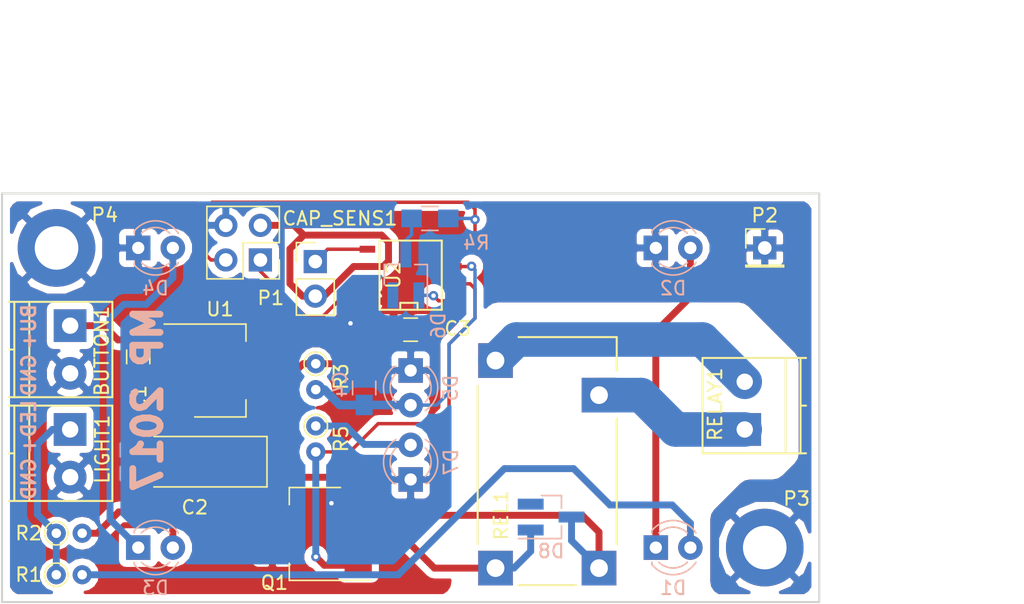
<source format=kicad_pcb>
(kicad_pcb (version 4) (host pcbnew 4.0.5)

  (general
    (links 50)
    (no_connects 0)
    (area 120.5726 74.3 201.35 118.8834)
    (thickness 1.6002)
    (drawings 14)
    (tracks 163)
    (zones 0)
    (modules 29)
    (nets 20)
  )

  (page A4)
  (layers
    (0 Top signal)
    (31 Bottom signal)
    (34 B.Paste user)
    (35 F.Paste user)
    (36 B.SilkS user)
    (37 F.SilkS user)
    (38 B.Mask user)
    (39 F.Mask user)
    (44 Edge.Cuts user)
  )

  (setup
    (last_trace_width 0.508)
    (user_trace_width 0.254)
    (user_trace_width 0.508)
    (user_trace_width 0.635)
    (user_trace_width 1.27)
    (user_trace_width 2.032)
    (user_trace_width 2.54)
    (trace_clearance 0.1524)
    (zone_clearance 0.508)
    (zone_45_only yes)
    (trace_min 0.1524)
    (segment_width 0.2)
    (edge_width 0.15)
    (via_size 0.6858)
    (via_drill 0.3302)
    (via_min_size 0.6858)
    (via_min_drill 0.3302)
    (uvia_size 0.762)
    (uvia_drill 0.508)
    (uvias_allowed no)
    (uvia_min_size 0)
    (uvia_min_drill 0)
    (pcb_text_width 0.3)
    (pcb_text_size 1.5 1.5)
    (mod_edge_width 0.15)
    (mod_text_size 1 1)
    (mod_text_width 0.15)
    (pad_size 1.524 1.524)
    (pad_drill 0.762)
    (pad_to_mask_clearance 0.2)
    (aux_axis_origin 0 0)
    (visible_elements 7FFEFFFF)
    (pcbplotparams
      (layerselection 0x010f0_80000001)
      (usegerberextensions true)
      (excludeedgelayer true)
      (linewidth 0.100000)
      (plotframeref false)
      (viasonmask false)
      (mode 1)
      (useauxorigin false)
      (hpglpennumber 1)
      (hpglpenspeed 20)
      (hpglpendiameter 15)
      (hpglpenoverlay 2)
      (psnegative false)
      (psa4output false)
      (plotreference true)
      (plotvalue true)
      (plotinvisibletext false)
      (padsonsilk false)
      (subtractmaskfromsilk false)
      (outputformat 1)
      (mirror false)
      (drillshape 0)
      (scaleselection 1)
      (outputdirectory cap_switch_gerber_rev_2/))
  )

  (net 0 "")
  (net 1 GND)
  (net 2 ICSPDAT)
  (net 3 ICSPCLK)
  (net 4 MCLR)
  (net 5 RELAY)
  (net 6 "Net-(D1-Pad1)")
  (net 7 +5V)
  (net 8 CAP_SEN)
  (net 9 "Net-(C4-Pad1)")
  (net 10 "Net-(D1-Pad2)")
  (net 11 "Net-(D3-Pad1)")
  (net 12 "Net-(D3-Pad2)")
  (net 13 "Net-(D7-Pad2)")
  (net 14 "Net-(BUTTON1-Pad1)")
  (net 15 "Net-(LIGHT1-Pad1)")
  (net 16 "Net-(REL1-Pad3)")
  (net 17 "Net-(REL1-Pad4)")
  (net 18 "Net-(D6-Pad3)")
  (net 19 "Net-(D8-Pad1)")

  (net_class Default "This is the default net class."
    (clearance 0.1524)
    (trace_width 0.1524)
    (via_dia 0.6858)
    (via_drill 0.3302)
    (uvia_dia 0.762)
    (uvia_drill 0.508)
    (add_net +5V)
    (add_net CAP_SEN)
    (add_net GND)
    (add_net ICSPCLK)
    (add_net ICSPDAT)
    (add_net MCLR)
    (add_net "Net-(BUTTON1-Pad1)")
    (add_net "Net-(C4-Pad1)")
    (add_net "Net-(D1-Pad1)")
    (add_net "Net-(D1-Pad2)")
    (add_net "Net-(D3-Pad1)")
    (add_net "Net-(D3-Pad2)")
    (add_net "Net-(D6-Pad3)")
    (add_net "Net-(D7-Pad2)")
    (add_net "Net-(D8-Pad1)")
    (add_net "Net-(LIGHT1-Pad1)")
    (add_net "Net-(REL1-Pad3)")
    (add_net "Net-(REL1-Pad4)")
    (add_net RELAY)
  )

  (module Capacitors_SMD:C_0805_HandSoldering (layer Top) (tedit 58BDDDE5) (tstamp 58B9E786)
    (at 152.5 98 180)
    (descr "Capacitor SMD 0805, hand soldering")
    (tags "capacitor 0805")
    (path /589F9710)
    (attr smd)
    (fp_text reference C3 (at -3.456 0.083 180) (layer F.SilkS)
      (effects (font (size 1 1) (thickness 0.15)))
    )
    (fp_text value 100nF (at 0 1.75 180) (layer F.Fab)
      (effects (font (size 1 1) (thickness 0.15)))
    )
    (fp_text user %R (at 0 -1.75 180) (layer F.Fab)
      (effects (font (size 1 1) (thickness 0.15)))
    )
    (fp_line (start -1 0.62) (end -1 -0.62) (layer F.Fab) (width 0.1))
    (fp_line (start 1 0.62) (end -1 0.62) (layer F.Fab) (width 0.1))
    (fp_line (start 1 -0.62) (end 1 0.62) (layer F.Fab) (width 0.1))
    (fp_line (start -1 -0.62) (end 1 -0.62) (layer F.Fab) (width 0.1))
    (fp_line (start 0.5 -0.85) (end -0.5 -0.85) (layer F.SilkS) (width 0.12))
    (fp_line (start -0.5 0.85) (end 0.5 0.85) (layer F.SilkS) (width 0.12))
    (fp_line (start -2.25 -0.88) (end 2.25 -0.88) (layer F.CrtYd) (width 0.05))
    (fp_line (start -2.25 -0.88) (end -2.25 0.87) (layer F.CrtYd) (width 0.05))
    (fp_line (start 2.25 0.87) (end 2.25 -0.88) (layer F.CrtYd) (width 0.05))
    (fp_line (start 2.25 0.87) (end -2.25 0.87) (layer F.CrtYd) (width 0.05))
    (pad 1 smd rect (at -1.25 0 180) (size 1.5 1.25) (layers Top F.Paste F.Mask)
      (net 7 +5V))
    (pad 2 smd rect (at 1.25 0 180) (size 1.5 1.25) (layers Top F.Paste F.Mask)
      (net 1 GND))
    (model Capacitors_SMD.3dshapes/C_0805.wrl
      (at (xyz 0 0 0))
      (scale (xyz 1 1 1))
      (rotate (xyz 0 0 0))
    )
  )

  (module Capacitors_SMD:C_0805_HandSoldering (layer Bottom) (tedit 58BC70AE) (tstamp 58B9E797)
    (at 149.09 102.28 90)
    (descr "Capacitor SMD 0805, hand soldering")
    (tags "capacitor 0805")
    (path /58BAF141)
    (attr smd)
    (fp_text reference C4 (at 0.254 -1.778 90) (layer B.SilkS)
      (effects (font (size 1 1) (thickness 0.15)) (justify mirror))
    )
    (fp_text value 100nF (at 0 -1.75 90) (layer B.Fab)
      (effects (font (size 1 1) (thickness 0.15)) (justify mirror))
    )
    (fp_text user %R (at 0 1.75 90) (layer B.Fab)
      (effects (font (size 1 1) (thickness 0.15)) (justify mirror))
    )
    (fp_line (start -1 -0.62) (end -1 0.62) (layer B.Fab) (width 0.1))
    (fp_line (start 1 -0.62) (end -1 -0.62) (layer B.Fab) (width 0.1))
    (fp_line (start 1 0.62) (end 1 -0.62) (layer B.Fab) (width 0.1))
    (fp_line (start -1 0.62) (end 1 0.62) (layer B.Fab) (width 0.1))
    (fp_line (start 0.5 0.85) (end -0.5 0.85) (layer B.SilkS) (width 0.12))
    (fp_line (start -0.5 -0.85) (end 0.5 -0.85) (layer B.SilkS) (width 0.12))
    (fp_line (start -2.25 0.88) (end 2.25 0.88) (layer B.CrtYd) (width 0.05))
    (fp_line (start -2.25 0.88) (end -2.25 -0.87) (layer B.CrtYd) (width 0.05))
    (fp_line (start 2.25 -0.87) (end 2.25 0.88) (layer B.CrtYd) (width 0.05))
    (fp_line (start 2.25 -0.87) (end -2.25 -0.87) (layer B.CrtYd) (width 0.05))
    (pad 1 smd rect (at -1.25 0 90) (size 1.5 1.25) (layers Bottom B.Paste B.Mask)
      (net 9 "Net-(C4-Pad1)"))
    (pad 2 smd rect (at 1.25 0 90) (size 1.5 1.25) (layers Bottom B.Paste B.Mask)
      (net 1 GND))
    (model Capacitors_SMD.3dshapes/C_0805.wrl
      (at (xyz 0 0 0))
      (scale (xyz 1 1 1))
      (rotate (xyz 0 0 0))
    )
  )

  (module TO_SOT_Packages_SMD:SOT-23_Handsoldering (layer Bottom) (tedit 58BDE10C) (tstamp 58B9E81F)
    (at 152.146 93.98 90)
    (descr "SOT-23, Handsoldering")
    (tags SOT-23)
    (path /58A0E3E3)
    (attr smd)
    (fp_text reference D6 (at -3.7338 2.3876 90) (layer B.SilkS)
      (effects (font (size 1 1) (thickness 0.15)) (justify mirror))
    )
    (fp_text value SBAS116LT1G (at 0 -2.5 90) (layer B.Fab)
      (effects (font (size 1 1) (thickness 0.15)) (justify mirror))
    )
    (fp_line (start 0.76 -1.58) (end 0.76 -0.65) (layer B.SilkS) (width 0.12))
    (fp_line (start 0.76 1.58) (end 0.76 0.65) (layer B.SilkS) (width 0.12))
    (fp_line (start -2.7 1.75) (end 2.7 1.75) (layer B.CrtYd) (width 0.05))
    (fp_line (start 2.7 1.75) (end 2.7 -1.75) (layer B.CrtYd) (width 0.05))
    (fp_line (start 2.7 -1.75) (end -2.7 -1.75) (layer B.CrtYd) (width 0.05))
    (fp_line (start -2.7 -1.75) (end -2.7 1.75) (layer B.CrtYd) (width 0.05))
    (fp_line (start 0.76 1.58) (end -2.4 1.58) (layer B.SilkS) (width 0.12))
    (fp_line (start -0.7 0.95) (end -0.7 -1.5) (layer B.Fab) (width 0.1))
    (fp_line (start -0.15 1.52) (end 0.7 1.52) (layer B.Fab) (width 0.1))
    (fp_line (start -0.7 0.95) (end -0.15 1.52) (layer B.Fab) (width 0.1))
    (fp_line (start 0.7 1.52) (end 0.7 -1.52) (layer B.Fab) (width 0.1))
    (fp_line (start -0.7 -1.52) (end 0.7 -1.52) (layer B.Fab) (width 0.1))
    (fp_line (start 0.76 -1.58) (end -0.7 -1.58) (layer B.SilkS) (width 0.12))
    (pad 1 smd rect (at -1.5 0.95 90) (size 1.9 0.8) (layers Bottom B.Paste B.Mask)
      (net 7 +5V))
    (pad 2 smd rect (at -1.5 -0.95 90) (size 1.9 0.8) (layers Bottom B.Paste B.Mask))
    (pad 3 smd rect (at 1.5 0 90) (size 1.9 0.8) (layers Bottom B.Paste B.Mask)
      (net 18 "Net-(D6-Pad3)"))
    (model TO_SOT_Packages_SMD.3dshapes\SOT-23_Handsoldering.wrl
      (at (xyz 0 0 0))
      (scale (xyz 1 1 1))
      (rotate (xyz 0 0 90))
    )
  )

  (module TO_SOT_Packages_SMD:SOT-23_Handsoldering (layer Bottom) (tedit 583F3954) (tstamp 58B9E844)
    (at 162.814 111.76)
    (descr "SOT-23, Handsoldering")
    (tags SOT-23)
    (path /58A0C1D0)
    (attr smd)
    (fp_text reference D8 (at 0 2.5) (layer B.SilkS)
      (effects (font (size 1 1) (thickness 0.15)) (justify mirror))
    )
    (fp_text value SBAS116LT1G (at 0 -2.5) (layer B.Fab)
      (effects (font (size 1 1) (thickness 0.15)) (justify mirror))
    )
    (fp_line (start 0.76 -1.58) (end 0.76 -0.65) (layer B.SilkS) (width 0.12))
    (fp_line (start 0.76 1.58) (end 0.76 0.65) (layer B.SilkS) (width 0.12))
    (fp_line (start -2.7 1.75) (end 2.7 1.75) (layer B.CrtYd) (width 0.05))
    (fp_line (start 2.7 1.75) (end 2.7 -1.75) (layer B.CrtYd) (width 0.05))
    (fp_line (start 2.7 -1.75) (end -2.7 -1.75) (layer B.CrtYd) (width 0.05))
    (fp_line (start -2.7 -1.75) (end -2.7 1.75) (layer B.CrtYd) (width 0.05))
    (fp_line (start 0.76 1.58) (end -2.4 1.58) (layer B.SilkS) (width 0.12))
    (fp_line (start -0.7 0.95) (end -0.7 -1.5) (layer B.Fab) (width 0.1))
    (fp_line (start -0.15 1.52) (end 0.7 1.52) (layer B.Fab) (width 0.1))
    (fp_line (start -0.7 0.95) (end -0.15 1.52) (layer B.Fab) (width 0.1))
    (fp_line (start 0.7 1.52) (end 0.7 -1.52) (layer B.Fab) (width 0.1))
    (fp_line (start -0.7 -1.52) (end 0.7 -1.52) (layer B.Fab) (width 0.1))
    (fp_line (start 0.76 -1.58) (end -0.7 -1.58) (layer B.SilkS) (width 0.12))
    (pad 1 smd rect (at -1.5 0.95) (size 1.9 0.8) (layers Bottom B.Paste B.Mask)
      (net 19 "Net-(D8-Pad1)"))
    (pad 2 smd rect (at -1.5 -0.95) (size 1.9 0.8) (layers Bottom B.Paste B.Mask))
    (pad 3 smd rect (at 1.5 0) (size 1.9 0.8) (layers Bottom B.Paste B.Mask)
      (net 7 +5V))
    (model TO_SOT_Packages_SMD.3dshapes\SOT-23_Handsoldering.wrl
      (at (xyz 0 0 0))
      (scale (xyz 1 1 1))
      (rotate (xyz 0 0 90))
    )
  )

  (module Pin_Headers:Pin_Header_Straight_2x02_Pitch2.54mm (layer Top) (tedit 58BC70FD) (tstamp 58B9E85C)
    (at 141.47 92.882 180)
    (descr "Through hole straight pin header, 2x02, 2.54mm pitch, double rows")
    (tags "Through hole pin header THT 2x02 2.54mm double row")
    (path /58A1B6B8)
    (fp_text reference P1 (at -0.762 -2.794 180) (layer F.SilkS)
      (effects (font (size 1 1) (thickness 0.15)))
    )
    (fp_text value PROG (at 1.27 4.93 180) (layer F.Fab)
      (effects (font (size 1 1) (thickness 0.15)))
    )
    (fp_line (start -1.27 -1.27) (end -1.27 3.81) (layer F.Fab) (width 0.1))
    (fp_line (start -1.27 3.81) (end 3.81 3.81) (layer F.Fab) (width 0.1))
    (fp_line (start 3.81 3.81) (end 3.81 -1.27) (layer F.Fab) (width 0.1))
    (fp_line (start 3.81 -1.27) (end -1.27 -1.27) (layer F.Fab) (width 0.1))
    (fp_line (start -1.39 1.27) (end -1.39 3.93) (layer F.SilkS) (width 0.12))
    (fp_line (start -1.39 3.93) (end 3.93 3.93) (layer F.SilkS) (width 0.12))
    (fp_line (start 3.93 3.93) (end 3.93 -1.39) (layer F.SilkS) (width 0.12))
    (fp_line (start 3.93 -1.39) (end 1.27 -1.39) (layer F.SilkS) (width 0.12))
    (fp_line (start 1.27 -1.39) (end 1.27 1.27) (layer F.SilkS) (width 0.12))
    (fp_line (start 1.27 1.27) (end -1.39 1.27) (layer F.SilkS) (width 0.12))
    (fp_line (start -1.39 0) (end -1.39 -1.39) (layer F.SilkS) (width 0.12))
    (fp_line (start -1.39 -1.39) (end 0 -1.39) (layer F.SilkS) (width 0.12))
    (fp_line (start -1.6 -1.6) (end -1.6 4.1) (layer F.CrtYd) (width 0.05))
    (fp_line (start -1.6 4.1) (end 4.1 4.1) (layer F.CrtYd) (width 0.05))
    (fp_line (start 4.1 4.1) (end 4.1 -1.6) (layer F.CrtYd) (width 0.05))
    (fp_line (start 4.1 -1.6) (end -1.6 -1.6) (layer F.CrtYd) (width 0.05))
    (pad 1 thru_hole rect (at 0 0 180) (size 1.7 1.7) (drill 1) (layers *.Cu *.Mask)
      (net 2 ICSPDAT))
    (pad 2 thru_hole oval (at 2.54 0 180) (size 1.7 1.7) (drill 1) (layers *.Cu *.Mask)
      (net 4 MCLR))
    (pad 3 thru_hole oval (at 0 2.54 180) (size 1.7 1.7) (drill 1) (layers *.Cu *.Mask)
      (net 3 ICSPCLK))
    (pad 4 thru_hole oval (at 2.54 2.54 180) (size 1.7 1.7) (drill 1) (layers *.Cu *.Mask)
      (net 1 GND))
    (model Pin_Headers.3dshapes/Pin_Header_Straight_2x02_Pitch2.54mm.wrl
      (at (xyz 0.05 -0.05 0))
      (scale (xyz 1 1 1))
      (rotate (xyz 0 0 90))
    )
  )

  (module Resistors_ThroughHole:R_Axial_DIN0204_L3.6mm_D1.6mm_P1.90mm_Vertical (layer Top) (tedit 58BC7020) (tstamp 58B9E87F)
    (at 126.484 115.996)
    (descr "Resistor, Axial_DIN0204 series, Axial, Vertical, pin pitch=1.9mm, 0.16666666666666666W = 1/6W, length*diameter=3.6*1.6mm^2, http://cdn-reichelt.de/documents/datenblatt/B400/1_4W%23YAG.pdf")
    (tags "Resistor Axial_DIN0204 series Axial Vertical pin pitch 1.9mm 0.16666666666666666W = 1/6W length 3.6mm diameter 1.6mm")
    (path /58B9EBF1)
    (fp_text reference R1 (at -2.032 0) (layer F.SilkS)
      (effects (font (size 1 1) (thickness 0.15)))
    )
    (fp_text value TBD (at 0.95 1.86) (layer F.Fab)
      (effects (font (size 1 1) (thickness 0.15)))
    )
    (fp_circle (center 0 0) (end 0.8 0) (layer F.Fab) (width 0.1))
    (fp_circle (center 0 0) (end 0.86 0) (layer F.SilkS) (width 0.12))
    (fp_line (start 0 0) (end 1.9 0) (layer F.Fab) (width 0.1))
    (fp_line (start 0.86 0) (end 0.9 0) (layer F.SilkS) (width 0.12))
    (fp_line (start -1.15 -1.15) (end -1.15 1.15) (layer F.CrtYd) (width 0.05))
    (fp_line (start -1.15 1.15) (end 2.95 1.15) (layer F.CrtYd) (width 0.05))
    (fp_line (start 2.95 1.15) (end 2.95 -1.15) (layer F.CrtYd) (width 0.05))
    (fp_line (start 2.95 -1.15) (end -1.15 -1.15) (layer F.CrtYd) (width 0.05))
    (pad 1 thru_hole circle (at 0 0) (size 1.4 1.4) (drill 0.7) (layers *.Cu *.Mask)
      (net 15 "Net-(LIGHT1-Pad1)"))
    (pad 2 thru_hole oval (at 1.9 0) (size 1.4 1.4) (drill 0.7) (layers *.Cu *.Mask)
      (net 10 "Net-(D1-Pad2)"))
    (model Resistors_THT.3dshapes/R_Axial_DIN0204_L3.6mm_D1.6mm_P1.90mm_Vertical.wrl
      (at (xyz 0 0 0))
      (scale (xyz 0.393701 0.393701 0.393701))
      (rotate (xyz 0 0 0))
    )
  )

  (module Resistors_ThroughHole:R_Axial_DIN0204_L3.6mm_D1.6mm_P1.90mm_Vertical (layer Top) (tedit 58BC7024) (tstamp 58B9E88D)
    (at 126.484 112.948)
    (descr "Resistor, Axial_DIN0204 series, Axial, Vertical, pin pitch=1.9mm, 0.16666666666666666W = 1/6W, length*diameter=3.6*1.6mm^2, http://cdn-reichelt.de/documents/datenblatt/B400/1_4W%23YAG.pdf")
    (tags "Resistor Axial_DIN0204 series Axial Vertical pin pitch 1.9mm 0.16666666666666666W = 1/6W length 3.6mm diameter 1.6mm")
    (path /58B9EEA8)
    (fp_text reference R2 (at -2.032 0) (layer F.SilkS)
      (effects (font (size 1 1) (thickness 0.15)))
    )
    (fp_text value TBD (at 0.95 1.86) (layer F.Fab)
      (effects (font (size 1 1) (thickness 0.15)))
    )
    (fp_circle (center 0 0) (end 0.8 0) (layer F.Fab) (width 0.1))
    (fp_circle (center 0 0) (end 0.86 0) (layer F.SilkS) (width 0.12))
    (fp_line (start 0 0) (end 1.9 0) (layer F.Fab) (width 0.1))
    (fp_line (start 0.86 0) (end 0.9 0) (layer F.SilkS) (width 0.12))
    (fp_line (start -1.15 -1.15) (end -1.15 1.15) (layer F.CrtYd) (width 0.05))
    (fp_line (start -1.15 1.15) (end 2.95 1.15) (layer F.CrtYd) (width 0.05))
    (fp_line (start 2.95 1.15) (end 2.95 -1.15) (layer F.CrtYd) (width 0.05))
    (fp_line (start 2.95 -1.15) (end -1.15 -1.15) (layer F.CrtYd) (width 0.05))
    (pad 1 thru_hole circle (at 0 0) (size 1.4 1.4) (drill 0.7) (layers *.Cu *.Mask)
      (net 15 "Net-(LIGHT1-Pad1)"))
    (pad 2 thru_hole oval (at 1.9 0) (size 1.4 1.4) (drill 0.7) (layers *.Cu *.Mask)
      (net 12 "Net-(D3-Pad2)"))
    (model Resistors_THT.3dshapes/R_Axial_DIN0204_L3.6mm_D1.6mm_P1.90mm_Vertical.wrl
      (at (xyz 0 0 0))
      (scale (xyz 0.393701 0.393701 0.393701))
      (rotate (xyz 0 0 0))
    )
  )

  (module Resistors_ThroughHole:R_Axial_DIN0204_L3.6mm_D1.6mm_P1.90mm_Vertical (layer Top) (tedit 5874F706) (tstamp 58B9E89B)
    (at 145.534 100.502 270)
    (descr "Resistor, Axial_DIN0204 series, Axial, Vertical, pin pitch=1.9mm, 0.16666666666666666W = 1/6W, length*diameter=3.6*1.6mm^2, http://cdn-reichelt.de/documents/datenblatt/B400/1_4W%23YAG.pdf")
    (tags "Resistor Axial_DIN0204 series Axial Vertical pin pitch 1.9mm 0.16666666666666666W = 1/6W length 3.6mm diameter 1.6mm")
    (path /58BAE549)
    (fp_text reference R3 (at 0.95 -1.86 270) (layer F.SilkS)
      (effects (font (size 1 1) (thickness 0.15)))
    )
    (fp_text value TBD (at 0.95 1.86 270) (layer F.Fab)
      (effects (font (size 1 1) (thickness 0.15)))
    )
    (fp_circle (center 0 0) (end 0.8 0) (layer F.Fab) (width 0.1))
    (fp_circle (center 0 0) (end 0.86 0) (layer F.SilkS) (width 0.12))
    (fp_line (start 0 0) (end 1.9 0) (layer F.Fab) (width 0.1))
    (fp_line (start 0.86 0) (end 0.9 0) (layer F.SilkS) (width 0.12))
    (fp_line (start -1.15 -1.15) (end -1.15 1.15) (layer F.CrtYd) (width 0.05))
    (fp_line (start -1.15 1.15) (end 2.95 1.15) (layer F.CrtYd) (width 0.05))
    (fp_line (start 2.95 1.15) (end 2.95 -1.15) (layer F.CrtYd) (width 0.05))
    (fp_line (start 2.95 -1.15) (end -1.15 -1.15) (layer F.CrtYd) (width 0.05))
    (pad 1 thru_hole circle (at 0 0 270) (size 1.4 1.4) (drill 0.7) (layers *.Cu *.Mask)
      (net 7 +5V))
    (pad 2 thru_hole oval (at 1.9 0 270) (size 1.4 1.4) (drill 0.7) (layers *.Cu *.Mask)
      (net 9 "Net-(C4-Pad1)"))
    (model Resistors_THT.3dshapes/R_Axial_DIN0204_L3.6mm_D1.6mm_P1.90mm_Vertical.wrl
      (at (xyz 0 0 0))
      (scale (xyz 0.393701 0.393701 0.393701))
      (rotate (xyz 0 0 0))
    )
  )

  (module Resistors_SMD:R_0805_HandSoldering (layer Bottom) (tedit 58BDE111) (tstamp 58B9E8AC)
    (at 153.916 89.834 180)
    (descr "Resistor SMD 0805, hand soldering")
    (tags "resistor 0805")
    (path /58A0F237)
    (attr smd)
    (fp_text reference R4 (at -3.4116 -1.7838 180) (layer B.SilkS)
      (effects (font (size 1 1) (thickness 0.15)) (justify mirror))
    )
    (fp_text value 10k (at 0 -1.75 180) (layer B.Fab)
      (effects (font (size 1 1) (thickness 0.15)) (justify mirror))
    )
    (fp_text user %R (at 0 1.7 180) (layer B.Fab)
      (effects (font (size 1 1) (thickness 0.15)) (justify mirror))
    )
    (fp_line (start -1 -0.62) (end -1 0.62) (layer B.Fab) (width 0.1))
    (fp_line (start 1 -0.62) (end -1 -0.62) (layer B.Fab) (width 0.1))
    (fp_line (start 1 0.62) (end 1 -0.62) (layer B.Fab) (width 0.1))
    (fp_line (start -1 0.62) (end 1 0.62) (layer B.Fab) (width 0.1))
    (fp_line (start 0.6 -0.88) (end -0.6 -0.88) (layer B.SilkS) (width 0.12))
    (fp_line (start -0.6 0.88) (end 0.6 0.88) (layer B.SilkS) (width 0.12))
    (fp_line (start -2.35 0.9) (end 2.35 0.9) (layer B.CrtYd) (width 0.05))
    (fp_line (start -2.35 0.9) (end -2.35 -0.9) (layer B.CrtYd) (width 0.05))
    (fp_line (start 2.35 -0.9) (end 2.35 0.9) (layer B.CrtYd) (width 0.05))
    (fp_line (start 2.35 -0.9) (end -2.35 -0.9) (layer B.CrtYd) (width 0.05))
    (pad 1 smd rect (at -1.35 0 180) (size 1.5 1.3) (layers Bottom B.Paste B.Mask)
      (net 4 MCLR))
    (pad 2 smd rect (at 1.35 0 180) (size 1.5 1.3) (layers Bottom B.Paste B.Mask)
      (net 18 "Net-(D6-Pad3)"))
    (model Resistors_SMD.3dshapes/R_0805.wrl
      (at (xyz 0 0 0))
      (scale (xyz 1 1 1))
      (rotate (xyz 0 0 0))
    )
  )

  (module Resistors_ThroughHole:R_Axial_DIN0204_L3.6mm_D1.6mm_P1.90mm_Vertical (layer Top) (tedit 5874F706) (tstamp 58B9E8BA)
    (at 145.534 105.074 270)
    (descr "Resistor, Axial_DIN0204 series, Axial, Vertical, pin pitch=1.9mm, 0.16666666666666666W = 1/6W, length*diameter=3.6*1.6mm^2, http://cdn-reichelt.de/documents/datenblatt/B400/1_4W%23YAG.pdf")
    (tags "Resistor Axial_DIN0204 series Axial Vertical pin pitch 1.9mm 0.16666666666666666W = 1/6W length 3.6mm diameter 1.6mm")
    (path /58BAC56C)
    (fp_text reference R5 (at 0.95 -1.86 270) (layer F.SilkS)
      (effects (font (size 1 1) (thickness 0.15)))
    )
    (fp_text value TBD (at 0.95 1.86 270) (layer F.Fab)
      (effects (font (size 1 1) (thickness 0.15)))
    )
    (fp_circle (center 0 0) (end 0.8 0) (layer F.Fab) (width 0.1))
    (fp_circle (center 0 0) (end 0.86 0) (layer F.SilkS) (width 0.12))
    (fp_line (start 0 0) (end 1.9 0) (layer F.Fab) (width 0.1))
    (fp_line (start 0.86 0) (end 0.9 0) (layer F.SilkS) (width 0.12))
    (fp_line (start -1.15 -1.15) (end -1.15 1.15) (layer F.CrtYd) (width 0.05))
    (fp_line (start -1.15 1.15) (end 2.95 1.15) (layer F.CrtYd) (width 0.05))
    (fp_line (start 2.95 1.15) (end 2.95 -1.15) (layer F.CrtYd) (width 0.05))
    (fp_line (start 2.95 -1.15) (end -1.15 -1.15) (layer F.CrtYd) (width 0.05))
    (pad 1 thru_hole circle (at 0 0 270) (size 1.4 1.4) (drill 0.7) (layers *.Cu *.Mask)
      (net 13 "Net-(D7-Pad2)"))
    (pad 2 thru_hole oval (at 1.9 0 270) (size 1.4 1.4) (drill 0.7) (layers *.Cu *.Mask)
      (net 5 RELAY))
    (model Resistors_THT.3dshapes/R_Axial_DIN0204_L3.6mm_D1.6mm_P1.90mm_Vertical.wrl
      (at (xyz 0 0 0))
      (scale (xyz 0.393701 0.393701 0.393701))
      (rotate (xyz 0 0 0))
    )
  )

  (module lib:OJ-SH-105LM-000 (layer Top) (tedit 58972F91) (tstamp 58B9E8C9)
    (at 167.632 116.758 90)
    (path /589FAA62)
    (fp_text reference REL1 (at 5.1308 -8.4916 90) (layer F.SilkS)
      (effects (font (size 1 1) (thickness 0.15)))
    )
    (fp_text value OJ-SH-105LM-000 (at 8.255 -5.08 90) (layer F.Fab)
      (effects (font (size 1 1) (thickness 0.15)))
    )
    (fp_line (start 18.2118 0) (end 15.8496 0) (layer F.SilkS) (width 0.15))
    (fp_line (start 15.8496 0) (end 15.7734 0) (layer F.SilkS) (width 0.15))
    (fp_line (start 14.224 -10.2108) (end 14.6304 -10.2108) (layer F.SilkS) (width 0.15))
    (fp_line (start 3 0) (end 12.2118 0) (layer F.SilkS) (width 0.15))
    (fp_line (start 18.2118 0) (end 18.2118 -7.2108) (layer F.SilkS) (width 0.15))
    (fp_line (start 14.2118 -10.2108) (end 3 -10.2108) (layer F.SilkS) (width 0.15))
    (fp_line (start 0 -3) (end 0 -7.2108) (layer F.SilkS) (width 0.15))
    (pad 1 thru_hole rect (at 1.25 -1.3 90) (size 2.54 2.54) (drill 1.3) (layers *.Cu *.Mask)
      (net 7 +5V))
    (pad 2 thru_hole rect (at 1.25 -8.9 90) (size 2.54 2.54) (drill 1.3) (layers *.Cu *.Mask)
      (net 19 "Net-(D8-Pad1)"))
    (pad 3 thru_hole rect (at 16.49 -8.9 90) (size 2.54 2.54) (drill 1.3) (layers *.Cu *.Mask)
      (net 16 "Net-(REL1-Pad3)"))
    (pad 4 thru_hole rect (at 13.95 -1.3 90) (size 2.54 2.54) (drill 1.3) (layers *.Cu *.Mask)
      (net 17 "Net-(REL1-Pad4)"))
    (model ../../../../../../Users/Michael/Desktop/Projects/Capacitive_Switch_2017-02-04/lib.pretty/ENG_CVM_CVM_1461404-1_C2.3d_stp/1461404-1.wrl
      (at (xyz 0.36 0.2 0))
      (scale (xyz 0.39 0.39 0.39))
      (rotate (xyz 180 0 0))
    )
  )

  (module TO_SOT_Packages_SMD:SOT-223-3Lead_TabPin2 (layer Top) (tedit 58B9F0AF) (tstamp 58B9E8DE)
    (at 138.5 101)
    (descr "module CMS SOT223 4 pins")
    (tags "CMS SOT")
    (path /589F4603)
    (attr smd)
    (fp_text reference U1 (at 0 -4.5) (layer F.SilkS)
      (effects (font (size 1 1) (thickness 0.15)))
    )
    (fp_text value NCV8664 (at 0 4.5) (layer F.Fab)
      (effects (font (size 1 1) (thickness 0.15)))
    )
    (fp_line (start 1.91 3.41) (end 1.91 2.15) (layer F.SilkS) (width 0.12))
    (fp_line (start 1.91 -3.41) (end 1.91 -2.15) (layer F.SilkS) (width 0.12))
    (fp_line (start 4.4 -3.6) (end -4.4 -3.6) (layer F.CrtYd) (width 0.05))
    (fp_line (start 4.4 3.6) (end 4.4 -3.6) (layer F.CrtYd) (width 0.05))
    (fp_line (start -4.4 3.6) (end 4.4 3.6) (layer F.CrtYd) (width 0.05))
    (fp_line (start -4.4 -3.6) (end -4.4 3.6) (layer F.CrtYd) (width 0.05))
    (fp_line (start -1.85 -2.35) (end -0.85 -3.35) (layer F.Fab) (width 0.1))
    (fp_line (start -1.85 -2.35) (end -1.85 3.35) (layer F.Fab) (width 0.1))
    (fp_line (start -1.85 3.41) (end 1.91 3.41) (layer F.SilkS) (width 0.12))
    (fp_line (start -0.85 -3.35) (end 1.85 -3.35) (layer F.Fab) (width 0.1))
    (fp_line (start -4.1 -3.41) (end 1.91 -3.41) (layer F.SilkS) (width 0.12))
    (fp_line (start -1.85 3.35) (end 1.85 3.35) (layer F.Fab) (width 0.1))
    (fp_line (start 1.85 -3.35) (end 1.85 3.35) (layer F.Fab) (width 0.1))
    (pad 2 smd rect (at 3.15 0) (size 2 3.8) (layers Top F.Paste F.Mask)
      (net 1 GND))
    (pad 2 smd rect (at -3.15 0) (size 2 1.5) (layers Top F.Paste F.Mask)
      (net 1 GND))
    (pad 3 smd rect (at -3.15 2.3) (size 2 1.5) (layers Top F.Paste F.Mask)
      (net 7 +5V))
    (pad 1 smd rect (at -3.15 -2.3) (size 2 1.5) (layers Top F.Paste F.Mask)
      (net 14 "Net-(BUTTON1-Pad1)"))
    (model TO_SOT_Packages_SMD.3dshapes/SOT-223.wrl
      (at (xyz 0 0 0))
      (scale (xyz 0.4 0.4 0.4))
      (rotate (xyz 0 0 90))
    )
  )

  (module SMD_Packages:SOIC-8-N (layer Top) (tedit 0) (tstamp 58B9E8F1)
    (at 152.5 94 90)
    (descr "Module Narrow CMS SOJ 8 pins large")
    (tags "CMS SOJ")
    (path /589D67DA)
    (attr smd)
    (fp_text reference U2 (at 0 -1.27 90) (layer F.SilkS)
      (effects (font (size 1 1) (thickness 0.15)))
    )
    (fp_text value PIC12F1572 (at 0 1.27 90) (layer F.Fab)
      (effects (font (size 1 1) (thickness 0.15)))
    )
    (fp_line (start -2.54 -2.286) (end 2.54 -2.286) (layer F.SilkS) (width 0.15))
    (fp_line (start 2.54 -2.286) (end 2.54 2.286) (layer F.SilkS) (width 0.15))
    (fp_line (start 2.54 2.286) (end -2.54 2.286) (layer F.SilkS) (width 0.15))
    (fp_line (start -2.54 2.286) (end -2.54 -2.286) (layer F.SilkS) (width 0.15))
    (fp_line (start -2.54 -0.762) (end -2.032 -0.762) (layer F.SilkS) (width 0.15))
    (fp_line (start -2.032 -0.762) (end -2.032 0.508) (layer F.SilkS) (width 0.15))
    (fp_line (start -2.032 0.508) (end -2.54 0.508) (layer F.SilkS) (width 0.15))
    (pad 8 smd rect (at -1.905 -3.175 90) (size 0.508 1.143) (layers Top F.Paste F.Mask)
      (net 1 GND))
    (pad 7 smd rect (at -0.635 -3.175 90) (size 0.508 1.143) (layers Top F.Paste F.Mask)
      (net 2 ICSPDAT))
    (pad 6 smd rect (at 0.635 -3.175 90) (size 0.508 1.143) (layers Top F.Paste F.Mask)
      (net 3 ICSPCLK))
    (pad 5 smd rect (at 1.905 -3.175 90) (size 0.508 1.143) (layers Top F.Paste F.Mask)
      (net 8 CAP_SEN))
    (pad 4 smd rect (at 1.905 3.175 90) (size 0.508 1.143) (layers Top F.Paste F.Mask)
      (net 4 MCLR))
    (pad 3 smd rect (at 0.635 3.175 90) (size 0.508 1.143) (layers Top F.Paste F.Mask)
      (net 9 "Net-(C4-Pad1)"))
    (pad 2 smd rect (at -0.635 3.175 90) (size 0.508 1.143) (layers Top F.Paste F.Mask)
      (net 5 RELAY))
    (pad 1 smd rect (at -1.905 3.175 90) (size 0.508 1.143) (layers Top F.Paste F.Mask)
      (net 7 +5V))
    (model SMD_Packages.3dshapes/SOIC-8-N.wrl
      (at (xyz 0 0 0))
      (scale (xyz 0.5 0.38 0.5))
      (rotate (xyz 0 0 0))
    )
  )

  (module LEDs:LED_D3.0mm_FlatTop (layer Bottom) (tedit 58BC70A7) (tstamp 58B9EE1E)
    (at 152.5 101 270)
    (descr "LED, Round, FlatTop, diameter 3.0mm, 2 pins, http://www.kingbright.com/attachments/file/psearch/000/00/00/L-47XEC(Ver.9A).pdf")
    (tags "LED Round FlatTop diameter 3.0mm 2 pins")
    (path /58BAE543)
    (fp_text reference D5 (at 1.28 -2.94 270) (layer B.SilkS)
      (effects (font (size 1 1) (thickness 0.15)) (justify mirror))
    )
    (fp_text value LED_W (at 1.27 -2.96 270) (layer B.Fab)
      (effects (font (size 1 1) (thickness 0.15)) (justify mirror))
    )
    (fp_arc (start 1.27 0) (end -0.23 1.16619) (angle -284.3) (layer B.Fab) (width 0.1))
    (fp_arc (start 1.27 0) (end -0.29 1.235516) (angle -108.8) (layer B.SilkS) (width 0.12))
    (fp_arc (start 1.27 0) (end -0.29 -1.235516) (angle 108.8) (layer B.SilkS) (width 0.12))
    (fp_arc (start 1.27 0) (end 0.229039 1.08) (angle -87.9) (layer B.SilkS) (width 0.12))
    (fp_arc (start 1.27 0) (end 0.229039 -1.08) (angle 87.9) (layer B.SilkS) (width 0.12))
    (fp_circle (center 1.27 0) (end 2.77 0) (layer B.Fab) (width 0.1))
    (fp_line (start -0.23 1.16619) (end -0.23 -1.16619) (layer B.Fab) (width 0.1))
    (fp_line (start -0.29 1.236) (end -0.29 1.08) (layer B.SilkS) (width 0.12))
    (fp_line (start -0.29 -1.08) (end -0.29 -1.236) (layer B.SilkS) (width 0.12))
    (fp_line (start -1.15 2.25) (end -1.15 -2.25) (layer B.CrtYd) (width 0.05))
    (fp_line (start -1.15 -2.25) (end 3.7 -2.25) (layer B.CrtYd) (width 0.05))
    (fp_line (start 3.7 -2.25) (end 3.7 2.25) (layer B.CrtYd) (width 0.05))
    (fp_line (start 3.7 2.25) (end -1.15 2.25) (layer B.CrtYd) (width 0.05))
    (pad 1 thru_hole rect (at 0 0 270) (size 1.8 1.8) (drill 0.9) (layers *.Cu *.Mask)
      (net 1 GND))
    (pad 2 thru_hole circle (at 2.54 0 270) (size 1.8 1.8) (drill 0.9) (layers *.Cu *.Mask)
      (net 9 "Net-(C4-Pad1)"))
    (model LEDs.3dshapes/LED_D3.0mm_FlatTop.wrl
      (at (xyz 0 0 0))
      (scale (xyz 0.393701 0.393701 0.393701))
      (rotate (xyz 0 0 0))
    )
  )

  (module LEDs:LED_D3.0mm_FlatTop (layer Bottom) (tedit 5880A862) (tstamp 58B9EE30)
    (at 152.5 109 90)
    (descr "LED, Round, FlatTop, diameter 3.0mm, 2 pins, http://www.kingbright.com/attachments/file/psearch/000/00/00/L-47XEC(Ver.9A).pdf")
    (tags "LED Round FlatTop diameter 3.0mm 2 pins")
    (path /58BAC566)
    (fp_text reference D7 (at 1.27 2.96 90) (layer B.SilkS)
      (effects (font (size 1 1) (thickness 0.15)) (justify mirror))
    )
    (fp_text value LED_R (at 1.27 -2.96 90) (layer B.Fab)
      (effects (font (size 1 1) (thickness 0.15)) (justify mirror))
    )
    (fp_arc (start 1.27 0) (end -0.23 1.16619) (angle -284.3) (layer B.Fab) (width 0.1))
    (fp_arc (start 1.27 0) (end -0.29 1.235516) (angle -108.8) (layer B.SilkS) (width 0.12))
    (fp_arc (start 1.27 0) (end -0.29 -1.235516) (angle 108.8) (layer B.SilkS) (width 0.12))
    (fp_arc (start 1.27 0) (end 0.229039 1.08) (angle -87.9) (layer B.SilkS) (width 0.12))
    (fp_arc (start 1.27 0) (end 0.229039 -1.08) (angle 87.9) (layer B.SilkS) (width 0.12))
    (fp_circle (center 1.27 0) (end 2.77 0) (layer B.Fab) (width 0.1))
    (fp_line (start -0.23 1.16619) (end -0.23 -1.16619) (layer B.Fab) (width 0.1))
    (fp_line (start -0.29 1.236) (end -0.29 1.08) (layer B.SilkS) (width 0.12))
    (fp_line (start -0.29 -1.08) (end -0.29 -1.236) (layer B.SilkS) (width 0.12))
    (fp_line (start -1.15 2.25) (end -1.15 -2.25) (layer B.CrtYd) (width 0.05))
    (fp_line (start -1.15 -2.25) (end 3.7 -2.25) (layer B.CrtYd) (width 0.05))
    (fp_line (start 3.7 -2.25) (end 3.7 2.25) (layer B.CrtYd) (width 0.05))
    (fp_line (start 3.7 2.25) (end -1.15 2.25) (layer B.CrtYd) (width 0.05))
    (pad 1 thru_hole rect (at 0 0 90) (size 1.8 1.8) (drill 0.9) (layers *.Cu *.Mask)
      (net 1 GND))
    (pad 2 thru_hole circle (at 2.54 0 90) (size 1.8 1.8) (drill 0.9) (layers *.Cu *.Mask)
      (net 13 "Net-(D7-Pad2)"))
    (model LEDs.3dshapes/LED_D3.0mm_FlatTop.wrl
      (at (xyz 0 0 0))
      (scale (xyz 0.393701 0.393701 0.393701))
      (rotate (xyz 0 0 0))
    )
  )

  (module Terminal_Blocks:TerminalBlock_Pheonix_PT-3.5mm_2pol (layer Top) (tedit 58BDE08C) (tstamp 58B9EFBF)
    (at 127.5 97.708 270)
    (descr "2-way 3.5mm pitch terminal block, Phoenix PT series")
    (path /58A1263F)
    (fp_text reference BUTTON1 (at 1.86 -2.3194 270) (layer F.SilkS)
      (effects (font (size 1 1) (thickness 0.15)))
    )
    (fp_text value Conn_Lumberg (at 1.75 6 270) (layer F.Fab)
      (effects (font (size 1 1) (thickness 0.15)))
    )
    (fp_line (start -1.9 -3.3) (end 5.4 -3.3) (layer F.CrtYd) (width 0.05))
    (fp_line (start -1.9 4.7) (end -1.9 -3.3) (layer F.CrtYd) (width 0.05))
    (fp_line (start 5.4 4.7) (end -1.9 4.7) (layer F.CrtYd) (width 0.05))
    (fp_line (start 5.4 -3.3) (end 5.4 4.7) (layer F.CrtYd) (width 0.05))
    (fp_line (start 1.75 4.1) (end 1.75 4.5) (layer F.SilkS) (width 0.15))
    (fp_line (start -1.75 3) (end 5.25 3) (layer F.SilkS) (width 0.15))
    (fp_line (start -1.75 4.1) (end 5.25 4.1) (layer F.SilkS) (width 0.15))
    (fp_line (start -1.75 -3.1) (end -1.75 4.5) (layer F.SilkS) (width 0.15))
    (fp_line (start 5.25 4.5) (end 5.25 -3.1) (layer F.SilkS) (width 0.15))
    (fp_line (start 5.25 -3.1) (end -1.75 -3.1) (layer F.SilkS) (width 0.15))
    (pad 2 thru_hole circle (at 3.5 0 270) (size 2.4 2.4) (drill 1.2) (layers *.Cu *.Mask)
      (net 1 GND))
    (pad 1 thru_hole rect (at 0 0 270) (size 2.4 2.4) (drill 1.2) (layers *.Cu *.Mask)
      (net 14 "Net-(BUTTON1-Pad1)"))
    (model Terminal_Blocks.3dshapes/TerminalBlock_Pheonix_PT-3.5mm_2pol.wrl
      (at (xyz 0 0 0))
      (scale (xyz 1 1 1))
      (rotate (xyz 0 0 0))
    )
  )

  (module Pin_Headers:Pin_Header_Straight_1x02_Pitch2.54mm (layer Top) (tedit 58BC7170) (tstamp 58B9EFD3)
    (at 145.5 93)
    (descr "Through hole straight pin header, 1x02, 2.54mm pitch, single row")
    (tags "Through hole pin header THT 1x02 2.54mm single row")
    (path /58A0C0B6)
    (fp_text reference CAP_SENS1 (at 1.812 -3.166) (layer F.SilkS)
      (effects (font (size 1 1) (thickness 0.15)))
    )
    (fp_text value Capacitive_Button (at 0 4.93) (layer F.Fab)
      (effects (font (size 1 1) (thickness 0.15)))
    )
    (fp_line (start -1.27 -1.27) (end -1.27 3.81) (layer F.Fab) (width 0.1))
    (fp_line (start -1.27 3.81) (end 1.27 3.81) (layer F.Fab) (width 0.1))
    (fp_line (start 1.27 3.81) (end 1.27 -1.27) (layer F.Fab) (width 0.1))
    (fp_line (start 1.27 -1.27) (end -1.27 -1.27) (layer F.Fab) (width 0.1))
    (fp_line (start -1.39 1.27) (end -1.39 3.93) (layer F.SilkS) (width 0.12))
    (fp_line (start -1.39 3.93) (end 1.39 3.93) (layer F.SilkS) (width 0.12))
    (fp_line (start 1.39 3.93) (end 1.39 1.27) (layer F.SilkS) (width 0.12))
    (fp_line (start 1.39 1.27) (end -1.39 1.27) (layer F.SilkS) (width 0.12))
    (fp_line (start -1.39 0) (end -1.39 -1.39) (layer F.SilkS) (width 0.12))
    (fp_line (start -1.39 -1.39) (end 0 -1.39) (layer F.SilkS) (width 0.12))
    (fp_line (start -1.6 -1.6) (end -1.6 4.1) (layer F.CrtYd) (width 0.05))
    (fp_line (start -1.6 4.1) (end 1.6 4.1) (layer F.CrtYd) (width 0.05))
    (fp_line (start 1.6 4.1) (end 1.6 -1.6) (layer F.CrtYd) (width 0.05))
    (fp_line (start 1.6 -1.6) (end -1.6 -1.6) (layer F.CrtYd) (width 0.05))
    (pad 1 thru_hole rect (at 0 0) (size 1.7 1.7) (drill 1) (layers *.Cu *.Mask)
      (net 8 CAP_SEN))
    (pad 2 thru_hole oval (at 0 2.54) (size 1.7 1.7) (drill 1) (layers *.Cu *.Mask)
      (net 3 ICSPCLK))
    (model Pin_Headers.3dshapes/Pin_Header_Straight_1x02_Pitch2.54mm.wrl
      (at (xyz 0 -0.05 0))
      (scale (xyz 1 1 1))
      (rotate (xyz 0 0 90))
    )
  )

  (module LEDs:LED_D3.0mm_FlatTop (layer Bottom) (tedit 5880A862) (tstamp 58B9EFD4)
    (at 170.5 114)
    (descr "LED, Round, FlatTop, diameter 3.0mm, 2 pins, http://www.kingbright.com/attachments/file/psearch/000/00/00/L-47XEC(Ver.9A).pdf")
    (tags "LED Round FlatTop diameter 3.0mm 2 pins")
    (path /58B9ECD6)
    (fp_text reference D1 (at 1.27 2.96) (layer B.SilkS)
      (effects (font (size 1 1) (thickness 0.15)) (justify mirror))
    )
    (fp_text value LED (at 1.27 -2.96) (layer B.Fab)
      (effects (font (size 1 1) (thickness 0.15)) (justify mirror))
    )
    (fp_arc (start 1.27 0) (end -0.23 1.16619) (angle -284.3) (layer B.Fab) (width 0.1))
    (fp_arc (start 1.27 0) (end -0.29 1.235516) (angle -108.8) (layer B.SilkS) (width 0.12))
    (fp_arc (start 1.27 0) (end -0.29 -1.235516) (angle 108.8) (layer B.SilkS) (width 0.12))
    (fp_arc (start 1.27 0) (end 0.229039 1.08) (angle -87.9) (layer B.SilkS) (width 0.12))
    (fp_arc (start 1.27 0) (end 0.229039 -1.08) (angle 87.9) (layer B.SilkS) (width 0.12))
    (fp_circle (center 1.27 0) (end 2.77 0) (layer B.Fab) (width 0.1))
    (fp_line (start -0.23 1.16619) (end -0.23 -1.16619) (layer B.Fab) (width 0.1))
    (fp_line (start -0.29 1.236) (end -0.29 1.08) (layer B.SilkS) (width 0.12))
    (fp_line (start -0.29 -1.08) (end -0.29 -1.236) (layer B.SilkS) (width 0.12))
    (fp_line (start -1.15 2.25) (end -1.15 -2.25) (layer B.CrtYd) (width 0.05))
    (fp_line (start -1.15 -2.25) (end 3.7 -2.25) (layer B.CrtYd) (width 0.05))
    (fp_line (start 3.7 -2.25) (end 3.7 2.25) (layer B.CrtYd) (width 0.05))
    (fp_line (start 3.7 2.25) (end -1.15 2.25) (layer B.CrtYd) (width 0.05))
    (pad 1 thru_hole rect (at 0 0) (size 1.8 1.8) (drill 0.9) (layers *.Cu *.Mask)
      (net 6 "Net-(D1-Pad1)"))
    (pad 2 thru_hole circle (at 2.54 0) (size 1.8 1.8) (drill 0.9) (layers *.Cu *.Mask)
      (net 10 "Net-(D1-Pad2)"))
    (model LEDs.3dshapes/LED_D3.0mm_FlatTop.wrl
      (at (xyz 0 0 0))
      (scale (xyz 0.393701 0.393701 0.393701))
      (rotate (xyz 0 0 0))
    )
  )

  (module LEDs:LED_D3.0mm_FlatTop (layer Bottom) (tedit 5880A862) (tstamp 58B9EFE6)
    (at 170.5 92)
    (descr "LED, Round, FlatTop, diameter 3.0mm, 2 pins, http://www.kingbright.com/attachments/file/psearch/000/00/00/L-47XEC(Ver.9A).pdf")
    (tags "LED Round FlatTop diameter 3.0mm 2 pins")
    (path /58B9EE03)
    (fp_text reference D2 (at 1.27 2.96) (layer B.SilkS)
      (effects (font (size 1 1) (thickness 0.15)) (justify mirror))
    )
    (fp_text value LED (at 1.27 -2.96) (layer B.Fab)
      (effects (font (size 1 1) (thickness 0.15)) (justify mirror))
    )
    (fp_arc (start 1.27 0) (end -0.23 1.16619) (angle -284.3) (layer B.Fab) (width 0.1))
    (fp_arc (start 1.27 0) (end -0.29 1.235516) (angle -108.8) (layer B.SilkS) (width 0.12))
    (fp_arc (start 1.27 0) (end -0.29 -1.235516) (angle 108.8) (layer B.SilkS) (width 0.12))
    (fp_arc (start 1.27 0) (end 0.229039 1.08) (angle -87.9) (layer B.SilkS) (width 0.12))
    (fp_arc (start 1.27 0) (end 0.229039 -1.08) (angle 87.9) (layer B.SilkS) (width 0.12))
    (fp_circle (center 1.27 0) (end 2.77 0) (layer B.Fab) (width 0.1))
    (fp_line (start -0.23 1.16619) (end -0.23 -1.16619) (layer B.Fab) (width 0.1))
    (fp_line (start -0.29 1.236) (end -0.29 1.08) (layer B.SilkS) (width 0.12))
    (fp_line (start -0.29 -1.08) (end -0.29 -1.236) (layer B.SilkS) (width 0.12))
    (fp_line (start -1.15 2.25) (end -1.15 -2.25) (layer B.CrtYd) (width 0.05))
    (fp_line (start -1.15 -2.25) (end 3.7 -2.25) (layer B.CrtYd) (width 0.05))
    (fp_line (start 3.7 -2.25) (end 3.7 2.25) (layer B.CrtYd) (width 0.05))
    (fp_line (start 3.7 2.25) (end -1.15 2.25) (layer B.CrtYd) (width 0.05))
    (pad 1 thru_hole rect (at 0 0) (size 1.8 1.8) (drill 0.9) (layers *.Cu *.Mask)
      (net 1 GND))
    (pad 2 thru_hole circle (at 2.54 0) (size 1.8 1.8) (drill 0.9) (layers *.Cu *.Mask)
      (net 6 "Net-(D1-Pad1)"))
    (model LEDs.3dshapes/LED_D3.0mm_FlatTop.wrl
      (at (xyz 0 0 0))
      (scale (xyz 0.393701 0.393701 0.393701))
      (rotate (xyz 0 0 0))
    )
  )

  (module LEDs:LED_D3.0mm_FlatTop (layer Bottom) (tedit 5880A862) (tstamp 58B9EFF8)
    (at 132.5 114)
    (descr "LED, Round, FlatTop, diameter 3.0mm, 2 pins, http://www.kingbright.com/attachments/file/psearch/000/00/00/L-47XEC(Ver.9A).pdf")
    (tags "LED Round FlatTop diameter 3.0mm 2 pins")
    (path /58B9EEAE)
    (fp_text reference D3 (at 1.27 2.96) (layer B.SilkS)
      (effects (font (size 1 1) (thickness 0.15)) (justify mirror))
    )
    (fp_text value LED (at 1.27 -2.96) (layer B.Fab)
      (effects (font (size 1 1) (thickness 0.15)) (justify mirror))
    )
    (fp_arc (start 1.27 0) (end -0.23 1.16619) (angle -284.3) (layer B.Fab) (width 0.1))
    (fp_arc (start 1.27 0) (end -0.29 1.235516) (angle -108.8) (layer B.SilkS) (width 0.12))
    (fp_arc (start 1.27 0) (end -0.29 -1.235516) (angle 108.8) (layer B.SilkS) (width 0.12))
    (fp_arc (start 1.27 0) (end 0.229039 1.08) (angle -87.9) (layer B.SilkS) (width 0.12))
    (fp_arc (start 1.27 0) (end 0.229039 -1.08) (angle 87.9) (layer B.SilkS) (width 0.12))
    (fp_circle (center 1.27 0) (end 2.77 0) (layer B.Fab) (width 0.1))
    (fp_line (start -0.23 1.16619) (end -0.23 -1.16619) (layer B.Fab) (width 0.1))
    (fp_line (start -0.29 1.236) (end -0.29 1.08) (layer B.SilkS) (width 0.12))
    (fp_line (start -0.29 -1.08) (end -0.29 -1.236) (layer B.SilkS) (width 0.12))
    (fp_line (start -1.15 2.25) (end -1.15 -2.25) (layer B.CrtYd) (width 0.05))
    (fp_line (start -1.15 -2.25) (end 3.7 -2.25) (layer B.CrtYd) (width 0.05))
    (fp_line (start 3.7 -2.25) (end 3.7 2.25) (layer B.CrtYd) (width 0.05))
    (fp_line (start 3.7 2.25) (end -1.15 2.25) (layer B.CrtYd) (width 0.05))
    (pad 1 thru_hole rect (at 0 0) (size 1.8 1.8) (drill 0.9) (layers *.Cu *.Mask)
      (net 11 "Net-(D3-Pad1)"))
    (pad 2 thru_hole circle (at 2.54 0) (size 1.8 1.8) (drill 0.9) (layers *.Cu *.Mask)
      (net 12 "Net-(D3-Pad2)"))
    (model LEDs.3dshapes/LED_D3.0mm_FlatTop.wrl
      (at (xyz 0 0 0))
      (scale (xyz 0.393701 0.393701 0.393701))
      (rotate (xyz 0 0 0))
    )
  )

  (module LEDs:LED_D3.0mm_FlatTop (layer Bottom) (tedit 5880A862) (tstamp 58B9F00A)
    (at 132.5 92)
    (descr "LED, Round, FlatTop, diameter 3.0mm, 2 pins, http://www.kingbright.com/attachments/file/psearch/000/00/00/L-47XEC(Ver.9A).pdf")
    (tags "LED Round FlatTop diameter 3.0mm 2 pins")
    (path /58B9EEB4)
    (fp_text reference D4 (at 1.27 2.96) (layer B.SilkS)
      (effects (font (size 1 1) (thickness 0.15)) (justify mirror))
    )
    (fp_text value LED (at 1.27 -2.96) (layer B.Fab)
      (effects (font (size 1 1) (thickness 0.15)) (justify mirror))
    )
    (fp_arc (start 1.27 0) (end -0.23 1.16619) (angle -284.3) (layer B.Fab) (width 0.1))
    (fp_arc (start 1.27 0) (end -0.29 1.235516) (angle -108.8) (layer B.SilkS) (width 0.12))
    (fp_arc (start 1.27 0) (end -0.29 -1.235516) (angle 108.8) (layer B.SilkS) (width 0.12))
    (fp_arc (start 1.27 0) (end 0.229039 1.08) (angle -87.9) (layer B.SilkS) (width 0.12))
    (fp_arc (start 1.27 0) (end 0.229039 -1.08) (angle 87.9) (layer B.SilkS) (width 0.12))
    (fp_circle (center 1.27 0) (end 2.77 0) (layer B.Fab) (width 0.1))
    (fp_line (start -0.23 1.16619) (end -0.23 -1.16619) (layer B.Fab) (width 0.1))
    (fp_line (start -0.29 1.236) (end -0.29 1.08) (layer B.SilkS) (width 0.12))
    (fp_line (start -0.29 -1.08) (end -0.29 -1.236) (layer B.SilkS) (width 0.12))
    (fp_line (start -1.15 2.25) (end -1.15 -2.25) (layer B.CrtYd) (width 0.05))
    (fp_line (start -1.15 -2.25) (end 3.7 -2.25) (layer B.CrtYd) (width 0.05))
    (fp_line (start 3.7 -2.25) (end 3.7 2.25) (layer B.CrtYd) (width 0.05))
    (fp_line (start 3.7 2.25) (end -1.15 2.25) (layer B.CrtYd) (width 0.05))
    (pad 1 thru_hole rect (at 0 0) (size 1.8 1.8) (drill 0.9) (layers *.Cu *.Mask)
      (net 1 GND))
    (pad 2 thru_hole circle (at 2.54 0) (size 1.8 1.8) (drill 0.9) (layers *.Cu *.Mask)
      (net 11 "Net-(D3-Pad1)"))
    (model LEDs.3dshapes/LED_D3.0mm_FlatTop.wrl
      (at (xyz 0 0 0))
      (scale (xyz 0.393701 0.393701 0.393701))
      (rotate (xyz 0 0 0))
    )
  )

  (module Terminal_Blocks:TerminalBlock_Pheonix_PT-3.5mm_2pol (layer Top) (tedit 58BDE099) (tstamp 58B9F02B)
    (at 127.5 105.328 270)
    (descr "2-way 3.5mm pitch terminal block, Phoenix PT series")
    (path /58B9E0CF)
    (fp_text reference LIGHT1 (at 1.4536 -2.3702 270) (layer F.SilkS)
      (effects (font (size 1 1) (thickness 0.15)))
    )
    (fp_text value Conn_Lumberg (at 1.75 6 270) (layer F.Fab)
      (effects (font (size 1 1) (thickness 0.15)))
    )
    (fp_line (start -1.9 -3.3) (end 5.4 -3.3) (layer F.CrtYd) (width 0.05))
    (fp_line (start -1.9 4.7) (end -1.9 -3.3) (layer F.CrtYd) (width 0.05))
    (fp_line (start 5.4 4.7) (end -1.9 4.7) (layer F.CrtYd) (width 0.05))
    (fp_line (start 5.4 -3.3) (end 5.4 4.7) (layer F.CrtYd) (width 0.05))
    (fp_line (start 1.75 4.1) (end 1.75 4.5) (layer F.SilkS) (width 0.15))
    (fp_line (start -1.75 3) (end 5.25 3) (layer F.SilkS) (width 0.15))
    (fp_line (start -1.75 4.1) (end 5.25 4.1) (layer F.SilkS) (width 0.15))
    (fp_line (start -1.75 -3.1) (end -1.75 4.5) (layer F.SilkS) (width 0.15))
    (fp_line (start 5.25 4.5) (end 5.25 -3.1) (layer F.SilkS) (width 0.15))
    (fp_line (start 5.25 -3.1) (end -1.75 -3.1) (layer F.SilkS) (width 0.15))
    (pad 2 thru_hole circle (at 3.5 0 270) (size 2.4 2.4) (drill 1.2) (layers *.Cu *.Mask)
      (net 1 GND))
    (pad 1 thru_hole rect (at 0 0 270) (size 2.4 2.4) (drill 1.2) (layers *.Cu *.Mask)
      (net 15 "Net-(LIGHT1-Pad1)"))
    (model Terminal_Blocks.3dshapes/TerminalBlock_Pheonix_PT-3.5mm_2pol.wrl
      (at (xyz 0 0 0))
      (scale (xyz 1 1 1))
      (rotate (xyz 0 0 0))
    )
  )

  (module Terminal_Blocks:TerminalBlock_Pheonix_PT-3.5mm_2pol (layer Top) (tedit 58BDE0A8) (tstamp 58B9F03B)
    (at 177.03 105.328 90)
    (descr "2-way 3.5mm pitch terminal block, Phoenix PT series")
    (path /589FB99B)
    (fp_text reference RELAY1 (at 1.8484 -2.1764 90) (layer F.SilkS)
      (effects (font (size 1 1) (thickness 0.15)))
    )
    (fp_text value Conn_Lumberg (at 1.75 6 90) (layer F.Fab)
      (effects (font (size 1 1) (thickness 0.15)))
    )
    (fp_line (start -1.9 -3.3) (end 5.4 -3.3) (layer F.CrtYd) (width 0.05))
    (fp_line (start -1.9 4.7) (end -1.9 -3.3) (layer F.CrtYd) (width 0.05))
    (fp_line (start 5.4 4.7) (end -1.9 4.7) (layer F.CrtYd) (width 0.05))
    (fp_line (start 5.4 -3.3) (end 5.4 4.7) (layer F.CrtYd) (width 0.05))
    (fp_line (start 1.75 4.1) (end 1.75 4.5) (layer F.SilkS) (width 0.15))
    (fp_line (start -1.75 3) (end 5.25 3) (layer F.SilkS) (width 0.15))
    (fp_line (start -1.75 4.1) (end 5.25 4.1) (layer F.SilkS) (width 0.15))
    (fp_line (start -1.75 -3.1) (end -1.75 4.5) (layer F.SilkS) (width 0.15))
    (fp_line (start 5.25 4.5) (end 5.25 -3.1) (layer F.SilkS) (width 0.15))
    (fp_line (start 5.25 -3.1) (end -1.75 -3.1) (layer F.SilkS) (width 0.15))
    (pad 2 thru_hole circle (at 3.5 0 90) (size 2.4 2.4) (drill 1.2) (layers *.Cu *.Mask)
      (net 16 "Net-(REL1-Pad3)"))
    (pad 1 thru_hole rect (at 0 0 90) (size 2.4 2.4) (drill 1.2) (layers *.Cu *.Mask)
      (net 17 "Net-(REL1-Pad4)"))
    (model Terminal_Blocks.3dshapes/TerminalBlock_Pheonix_PT-3.5mm_2pol.wrl
      (at (xyz 0 0 0))
      (scale (xyz 1 1 1))
      (rotate (xyz 0 0 0))
    )
  )

  (module Capacitors_SMD:C_0805_HandSoldering (layer Top) (tedit 58BC705B) (tstamp 58BC64E5)
    (at 132.5 100 270)
    (descr "Capacitor SMD 0805, hand soldering")
    (tags "capacitor 0805")
    (path /589FCFCC)
    (attr smd)
    (fp_text reference C1 (at 3.042 -0.08 270) (layer F.SilkS)
      (effects (font (size 1 1) (thickness 0.15)))
    )
    (fp_text value 100nF (at 0 1.75 270) (layer F.Fab)
      (effects (font (size 1 1) (thickness 0.15)))
    )
    (fp_text user %R (at 0 -1.75 270) (layer F.Fab)
      (effects (font (size 1 1) (thickness 0.15)))
    )
    (fp_line (start -1 0.62) (end -1 -0.62) (layer F.Fab) (width 0.1))
    (fp_line (start 1 0.62) (end -1 0.62) (layer F.Fab) (width 0.1))
    (fp_line (start 1 -0.62) (end 1 0.62) (layer F.Fab) (width 0.1))
    (fp_line (start -1 -0.62) (end 1 -0.62) (layer F.Fab) (width 0.1))
    (fp_line (start 0.5 -0.85) (end -0.5 -0.85) (layer F.SilkS) (width 0.12))
    (fp_line (start -0.5 0.85) (end 0.5 0.85) (layer F.SilkS) (width 0.12))
    (fp_line (start -2.25 -0.88) (end 2.25 -0.88) (layer F.CrtYd) (width 0.05))
    (fp_line (start -2.25 -0.88) (end -2.25 0.87) (layer F.CrtYd) (width 0.05))
    (fp_line (start 2.25 0.87) (end 2.25 -0.88) (layer F.CrtYd) (width 0.05))
    (fp_line (start 2.25 0.87) (end -2.25 0.87) (layer F.CrtYd) (width 0.05))
    (pad 1 smd rect (at -1.25 0 270) (size 1.5 1.25) (layers Top F.Paste F.Mask)
      (net 14 "Net-(BUTTON1-Pad1)"))
    (pad 2 smd rect (at 1.25 0 270) (size 1.5 1.25) (layers Top F.Paste F.Mask)
      (net 1 GND))
    (model Capacitors_SMD.3dshapes/C_0805.wrl
      (at (xyz 0 0 0))
      (scale (xyz 1 1 1))
      (rotate (xyz 0 0 0))
    )
  )

  (module Pin_Headers:Pin_Header_Straight_1x01_Pitch2.54mm (layer Top) (tedit 5862ED52) (tstamp 58BC64F8)
    (at 178.5 92)
    (descr "Through hole straight pin header, 1x01, 2.54mm pitch, single row")
    (tags "Through hole pin header THT 1x01 2.54mm single row")
    (path /58BC68F5)
    (fp_text reference P2 (at 0 -2.39) (layer F.SilkS)
      (effects (font (size 1 1) (thickness 0.15)))
    )
    (fp_text value CONN_01X01 (at 0 2.39) (layer F.Fab)
      (effects (font (size 1 1) (thickness 0.15)))
    )
    (fp_line (start -1.27 -1.27) (end -1.27 1.27) (layer F.Fab) (width 0.1))
    (fp_line (start -1.27 1.27) (end 1.27 1.27) (layer F.Fab) (width 0.1))
    (fp_line (start 1.27 1.27) (end 1.27 -1.27) (layer F.Fab) (width 0.1))
    (fp_line (start 1.27 -1.27) (end -1.27 -1.27) (layer F.Fab) (width 0.1))
    (fp_line (start -1.39 1.27) (end -1.39 1.39) (layer F.SilkS) (width 0.12))
    (fp_line (start -1.39 1.39) (end 1.39 1.39) (layer F.SilkS) (width 0.12))
    (fp_line (start 1.39 1.39) (end 1.39 1.27) (layer F.SilkS) (width 0.12))
    (fp_line (start 1.39 1.27) (end -1.39 1.27) (layer F.SilkS) (width 0.12))
    (fp_line (start -1.39 0) (end -1.39 -1.39) (layer F.SilkS) (width 0.12))
    (fp_line (start -1.39 -1.39) (end 0 -1.39) (layer F.SilkS) (width 0.12))
    (fp_line (start -1.6 -1.6) (end -1.6 1.6) (layer F.CrtYd) (width 0.05))
    (fp_line (start -1.6 1.6) (end 1.6 1.6) (layer F.CrtYd) (width 0.05))
    (fp_line (start 1.6 1.6) (end 1.6 -1.6) (layer F.CrtYd) (width 0.05))
    (fp_line (start 1.6 -1.6) (end -1.6 -1.6) (layer F.CrtYd) (width 0.05))
    (pad 1 thru_hole rect (at 0 0) (size 1.7 1.7) (drill 1) (layers *.Cu *.Mask)
      (net 1 GND))
    (model Pin_Headers.3dshapes/Pin_Header_Straight_1x01_Pitch2.54mm.wrl
      (at (xyz 0 0 0))
      (scale (xyz 1 1 1))
      (rotate (xyz 0 0 90))
    )
  )

  (module Mounting_Holes:MountingHole_3.2mm_M3_ISO7380_Pad (layer Top) (tedit 58BC69A3) (tstamp 58BC64FF)
    (at 178.5 114)
    (descr "Mounting Hole 3.2mm, M3, ISO7380")
    (tags "mounting hole 3.2mm m3 iso7380")
    (path /58BC6A9F)
    (fp_text reference P3 (at 2.34 -3.592) (layer F.SilkS)
      (effects (font (size 1 1) (thickness 0.15)))
    )
    (fp_text value CONN_01X01 (at 0 3.85) (layer F.Fab)
      (effects (font (size 1 1) (thickness 0.15)))
    )
    (fp_circle (center 0 0) (end 2.85 0) (layer Cmts.User) (width 0.15))
    (fp_circle (center 0 0) (end 3.1 0) (layer F.CrtYd) (width 0.05))
    (pad 1 thru_hole circle (at 0 0) (size 5.7 5.7) (drill 3.2) (layers *.Cu *.Mask)
      (net 1 GND))
  )

  (module Mounting_Holes:MountingHole_3.2mm_M3_ISO7380_Pad (layer Top) (tedit 58BC6998) (tstamp 58BC6506)
    (at 126.5 92)
    (descr "Mounting Hole 3.2mm, M3, ISO7380")
    (tags "mounting hole 3.2mm m3 iso7380")
    (path /58BC66CA)
    (fp_text reference P4 (at 3.54 -2.42) (layer F.SilkS)
      (effects (font (size 1 1) (thickness 0.15)))
    )
    (fp_text value CONN_01X01 (at 0 3.85) (layer F.Fab)
      (effects (font (size 1 1) (thickness 0.15)))
    )
    (fp_circle (center 0 0) (end 2.85 0) (layer Cmts.User) (width 0.15))
    (fp_circle (center 0 0) (end 3.1 0) (layer F.CrtYd) (width 0.05))
    (pad 1 thru_hole circle (at 0 0) (size 5.7 5.7) (drill 3.2) (layers *.Cu *.Mask)
      (net 1 GND))
  )

  (module TO_SOT_Packages_SMD:SOT-223 (layer Top) (tedit 58C3203B) (tstamp 58C32070)
    (at 145.5 113 180)
    (descr "module CMS SOT223 4 pins")
    (tags "CMS SOT")
    (path /58C3347F)
    (attr smd)
    (fp_text reference Q1 (at 3.006 -3.586 180) (layer F.SilkS)
      (effects (font (size 1 1) (thickness 0.15)))
    )
    (fp_text value BSP75N (at 0 4.5 180) (layer F.Fab)
      (effects (font (size 1 1) (thickness 0.15)))
    )
    (fp_line (start -1.85 -2.3) (end -0.8 -3.35) (layer F.Fab) (width 0.1))
    (fp_line (start 1.91 3.41) (end 1.91 2.15) (layer F.SilkS) (width 0.12))
    (fp_line (start 1.91 -3.41) (end 1.91 -2.15) (layer F.SilkS) (width 0.12))
    (fp_line (start 4.4 -3.6) (end -4.4 -3.6) (layer F.CrtYd) (width 0.05))
    (fp_line (start 4.4 3.6) (end 4.4 -3.6) (layer F.CrtYd) (width 0.05))
    (fp_line (start -4.4 3.6) (end 4.4 3.6) (layer F.CrtYd) (width 0.05))
    (fp_line (start -4.4 -3.6) (end -4.4 3.6) (layer F.CrtYd) (width 0.05))
    (fp_line (start -1.85 -2.3) (end -1.85 3.35) (layer F.Fab) (width 0.1))
    (fp_line (start -1.85 3.41) (end 1.91 3.41) (layer F.SilkS) (width 0.12))
    (fp_line (start -0.8 -3.35) (end 1.85 -3.35) (layer F.Fab) (width 0.1))
    (fp_line (start -4.1 -3.41) (end 1.91 -3.41) (layer F.SilkS) (width 0.12))
    (fp_line (start -1.85 3.35) (end 1.85 3.35) (layer F.Fab) (width 0.1))
    (fp_line (start 1.85 -3.35) (end 1.85 3.35) (layer F.Fab) (width 0.1))
    (pad 4 smd rect (at 3.15 0 180) (size 2 3.8) (layers Top F.Paste F.Mask)
      (net 1 GND))
    (pad 2 smd rect (at -3.15 0 180) (size 2 1.5) (layers Top F.Paste F.Mask)
      (net 19 "Net-(D8-Pad1)"))
    (pad 3 smd rect (at -3.15 2.3 180) (size 2 1.5) (layers Top F.Paste F.Mask)
      (net 1 GND))
    (pad 1 smd rect (at -3.15 -2.3 180) (size 2 1.5) (layers Top F.Paste F.Mask)
      (net 5 RELAY))
    (model TO_SOT_Packages_SMD.3dshapes/SOT-223.wrl
      (at (xyz 0 0 0))
      (scale (xyz 0.4 0.4 0.4))
      (rotate (xyz 0 0 90))
    )
  )

  (module Capacitors_Tantalum_SMD:CP_Tantalum_Case-C_EIA-6032-28_Hand (layer Top) (tedit 57B6E980) (tstamp 58C5346B)
    (at 136.652 107.696 180)
    (descr "Tantalum capacitor, Case C, EIA 6032-28, 6.0x3.2x2.5mm, Hand soldering footprint")
    (tags "capacitor tantalum smd")
    (path /589F57DA)
    (attr smd)
    (fp_text reference C2 (at 0 -3.35 180) (layer F.SilkS)
      (effects (font (size 1 1) (thickness 0.15)))
    )
    (fp_text value 22uF (at 0 3.35 180) (layer F.Fab)
      (effects (font (size 1 1) (thickness 0.15)))
    )
    (fp_line (start -5.4 -2) (end -5.4 2) (layer F.CrtYd) (width 0.05))
    (fp_line (start -5.4 2) (end 5.4 2) (layer F.CrtYd) (width 0.05))
    (fp_line (start 5.4 2) (end 5.4 -2) (layer F.CrtYd) (width 0.05))
    (fp_line (start 5.4 -2) (end -5.4 -2) (layer F.CrtYd) (width 0.05))
    (fp_line (start -3 -1.6) (end -3 1.6) (layer F.Fab) (width 0.1))
    (fp_line (start -3 1.6) (end 3 1.6) (layer F.Fab) (width 0.1))
    (fp_line (start 3 1.6) (end 3 -1.6) (layer F.Fab) (width 0.1))
    (fp_line (start 3 -1.6) (end -3 -1.6) (layer F.Fab) (width 0.1))
    (fp_line (start -2.4 -1.6) (end -2.4 1.6) (layer F.Fab) (width 0.1))
    (fp_line (start -2.1 -1.6) (end -2.1 1.6) (layer F.Fab) (width 0.1))
    (fp_line (start -5.3 -1.85) (end 3 -1.85) (layer F.SilkS) (width 0.12))
    (fp_line (start -5.3 1.85) (end 3 1.85) (layer F.SilkS) (width 0.12))
    (fp_line (start -5.3 -1.85) (end -5.3 1.85) (layer F.SilkS) (width 0.12))
    (pad 1 smd rect (at -3.125 0 180) (size 3.75 2.5) (layers Top F.Paste F.Mask)
      (net 7 +5V))
    (pad 2 smd rect (at 3.125 0 180) (size 3.75 2.5) (layers Top F.Paste F.Mask)
      (net 1 GND))
    (model Capacitors_Tantalum_SMD.3dshapes/CP_Tantalum_Case-C_EIA-6032-28.wrl
      (at (xyz 0 0 0))
      (scale (xyz 1 1 1))
      (rotate (xyz 0 0 0))
    )
  )

  (gr_text "MP 2017" (at 133.2 103.1 90) (layer B.SilkS)
    (effects (font (size 2 2) (thickness 0.5)) (justify mirror))
  )
  (gr_text BU+ (at 124.46 97.79 90) (layer B.SilkS)
    (effects (font (size 1 1) (thickness 0.2)) (justify mirror))
  )
  (gr_text LED+ (at 124.46 105.156 90) (layer B.SilkS)
    (effects (font (size 1 1) (thickness 0.2)) (justify mirror))
  )
  (gr_text GND (at 124.46 101.346 90) (layer B.SilkS)
    (effects (font (size 1 1) (thickness 0.2)) (justify mirror))
  )
  (gr_text GND (at 124.46 108.966 90) (layer B.SilkS)
    (effects (font (size 1 1) (thickness 0.2)) (justify mirror))
  )
  (dimension 26 (width 0.3) (layer Dwgs.User)
    (gr_text "26.000 mm" (at 139.5 83.65) (layer Dwgs.User)
      (effects (font (size 1.5 1.5) (thickness 0.3)))
    )
    (feature1 (pts (xy 152.5 91) (xy 152.5 82.3)))
    (feature2 (pts (xy 126.5 91) (xy 126.5 82.3)))
    (crossbar (pts (xy 126.5 85) (xy 152.5 85)))
    (arrow1a (pts (xy 152.5 85) (xy 151.373496 85.586421)))
    (arrow1b (pts (xy 152.5 85) (xy 151.373496 84.413579)))
    (arrow2a (pts (xy 126.5 85) (xy 127.626504 85.586421)))
    (arrow2b (pts (xy 126.5 85) (xy 127.626504 84.413579)))
  )
  (dimension 22 (width 0.3) (layer Dwgs.User)
    (gr_text "22.000 mm" (at 189.85 103 90) (layer Dwgs.User)
      (effects (font (size 1.5 1.5) (thickness 0.3)))
    )
    (feature1 (pts (xy 177.5 92) (xy 191.2 92)))
    (feature2 (pts (xy 177.5 114) (xy 191.2 114)))
    (crossbar (pts (xy 188.5 114) (xy 188.5 92)))
    (arrow1a (pts (xy 188.5 92) (xy 189.086421 93.126504)))
    (arrow1b (pts (xy 188.5 92) (xy 187.913579 93.126504)))
    (arrow2a (pts (xy 188.5 114) (xy 189.086421 112.873496)))
    (arrow2b (pts (xy 188.5 114) (xy 187.913579 112.873496)))
  )
  (dimension 30 (width 0.3) (layer Dwgs.User)
    (gr_text "30.000 mm" (at 194.85 103 90) (layer Dwgs.User)
      (effects (font (size 1.5 1.5) (thickness 0.3)))
    )
    (feature1 (pts (xy 181.5 88) (xy 196.2 88)))
    (feature2 (pts (xy 181.5 118) (xy 196.2 118)))
    (crossbar (pts (xy 193.5 118) (xy 193.5 88)))
    (arrow1a (pts (xy 193.5 88) (xy 194.086421 89.126504)))
    (arrow1b (pts (xy 193.5 88) (xy 192.913579 89.126504)))
    (arrow2a (pts (xy 193.5 118) (xy 194.086421 116.873496)))
    (arrow2b (pts (xy 193.5 118) (xy 192.913579 116.873496)))
  )
  (dimension 52 (width 0.3) (layer Dwgs.User)
    (gr_text "52.000 mm" (at 152.5 79.65) (layer Dwgs.User)
      (effects (font (size 1.5 1.5) (thickness 0.3)))
    )
    (feature1 (pts (xy 178.5 91) (xy 178.5 78.3)))
    (feature2 (pts (xy 126.5 91) (xy 126.5 78.3)))
    (crossbar (pts (xy 126.5 81) (xy 178.5 81)))
    (arrow1a (pts (xy 178.5 81) (xy 177.373496 81.586421)))
    (arrow1b (pts (xy 178.5 81) (xy 177.373496 80.413579)))
    (arrow2a (pts (xy 126.5 81) (xy 127.626504 81.586421)))
    (arrow2b (pts (xy 126.5 81) (xy 127.626504 80.413579)))
  )
  (dimension 60 (width 0.3) (layer Dwgs.User)
    (gr_text "60.000 mm" (at 152.5 75.65) (layer Dwgs.User)
      (effects (font (size 1.5 1.5) (thickness 0.3)))
    )
    (feature1 (pts (xy 182.5 88) (xy 182.5 74.3)))
    (feature2 (pts (xy 122.5 88) (xy 122.5 74.3)))
    (crossbar (pts (xy 122.5 77) (xy 182.5 77)))
    (arrow1a (pts (xy 182.5 77) (xy 181.373496 77.586421)))
    (arrow1b (pts (xy 182.5 77) (xy 181.373496 76.413579)))
    (arrow2a (pts (xy 122.5 77) (xy 123.626504 77.586421)))
    (arrow2b (pts (xy 122.5 77) (xy 123.626504 76.413579)))
  )
  (gr_line (start 182.5 118) (end 122.5 118) (angle 90) (layer Edge.Cuts) (width 0.15))
  (gr_line (start 182.5 88) (end 182.5 118) (angle 90) (layer Edge.Cuts) (width 0.15))
  (gr_line (start 122.5 88) (end 182.5 88) (angle 90) (layer Edge.Cuts) (width 0.15))
  (gr_line (start 122.5 118) (end 122.5 88) (angle 90) (layer Edge.Cuts) (width 0.15))

  (segment (start 148.082 97.536) (end 149.325 97.536) (width 0.508) (layer Top) (net 1))
  (via (at 148.082 97.536) (size 0.6858) (drill 0.3302) (layers Top Bottom) (net 1))
  (segment (start 149.325 97.536) (end 149.325 97.509) (width 0.508) (layer Top) (net 1) (tstamp 58C70F10))
  (via (at 146.685 110.744) (size 0.6858) (drill 0.3302) (layers Top Bottom) (net 1))
  (segment (start 146.729 110.7) (end 146.685 110.744) (width 0.508) (layer Top) (net 1) (tstamp 58BDDD10))
  (segment (start 148.65 110.7) (end 146.729 110.7) (width 0.508) (layer Top) (net 1))
  (segment (start 149.325 97.509) (end 149.325 97.563) (width 0.508) (layer Top) (net 1))
  (segment (start 149.816 98) (end 151.25 98) (width 0.508) (layer Top) (net 1) (tstamp 58BDDD6A))
  (segment (start 149.325 97.509) (end 149.816 98) (width 0.508) (layer Top) (net 1) (tstamp 58BDDD67))
  (segment (start 149.325 95.905) (end 149.325 97.509) (width 0.508) (layer Top) (net 1))
  (segment (start 149.325 94.635) (end 148.443 94.635) (width 0.254) (layer Top) (net 2))
  (segment (start 144.78 97.028) (end 141.47 93.718) (width 0.254) (layer Top) (net 2) (tstamp 58C31786))
  (segment (start 146.05 97.028) (end 144.78 97.028) (width 0.254) (layer Top) (net 2) (tstamp 58C3177E))
  (segment (start 148.443 94.635) (end 146.05 97.028) (width 0.254) (layer Top) (net 2) (tstamp 58C31778))
  (segment (start 141.47 93.718) (end 141.47 92.882) (width 0.254) (layer Top) (net 2) (tstamp 58C3178A))
  (segment (start 143.936 90.342) (end 144.653 91.059) (width 0.508) (layer Top) (net 3) (tstamp 58BDD77E))
  (segment (start 141.47 90.342) (end 143.936 90.342) (width 0.508) (layer Top) (net 3))
  (segment (start 150.475 93.365) (end 149.325 93.365) (width 0.508) (layer Top) (net 3) (tstamp 58BDD778))
  (segment (start 150.876 92.964) (end 150.475 93.365) (width 0.508) (layer Top) (net 3) (tstamp 58BDD775))
  (segment (start 150.876 91.567) (end 150.876 92.964) (width 0.508) (layer Top) (net 3) (tstamp 58BDD772))
  (segment (start 150.368 91.059) (end 150.876 91.567) (width 0.508) (layer Top) (net 3) (tstamp 58BDD76E))
  (segment (start 144.653 91.059) (end 150.368 91.059) (width 0.508) (layer Top) (net 3) (tstamp 58BDD76A))
  (segment (start 143.637 92.075) (end 144.653 91.059) (width 0.508) (layer Top) (net 3) (tstamp 58BDD768))
  (segment (start 143.637 94.615) (end 143.637 92.075) (width 0.508) (layer Top) (net 3) (tstamp 58BDD765))
  (segment (start 144.562 95.54) (end 143.637 94.615) (width 0.508) (layer Top) (net 3) (tstamp 58BDD763))
  (segment (start 145.5 95.54) (end 144.562 95.54) (width 0.508) (layer Top) (net 3))
  (segment (start 146.141 95.54) (end 145.5 95.54) (width 0.508) (layer Top) (net 3) (tstamp 58BDD75C))
  (segment (start 148.316 93.365) (end 146.141 95.54) (width 0.508) (layer Top) (net 3) (tstamp 58BDD75B))
  (segment (start 149.325 93.365) (end 148.316 93.365) (width 0.508) (layer Top) (net 3))
  (segment (start 145.5 95.54) (end 145.67 95.54) (width 0.254) (layer Top) (net 3))
  (via (at 157.226 89.916) (size 0.6858) (drill 0.3302) (layers Top Bottom) (net 4))
  (segment (start 157.226 89.916) (end 157.226 91.44) (width 0.254) (layer Top) (net 4) (tstamp 58BDD3E4))
  (segment (start 156.571 92.095) (end 155.675 92.095) (width 0.254) (layer Top) (net 4) (tstamp 58BDD3D0))
  (segment (start 157.226 91.44) (end 156.571 92.095) (width 0.254) (layer Top) (net 4) (tstamp 58BDD3CD))
  (segment (start 157.226 89.154) (end 157.226 89.916) (width 0.254) (layer Top) (net 4) (tstamp 58BDD3CC))
  (segment (start 156.718 88.646) (end 157.226 89.154) (width 0.254) (layer Top) (net 4) (tstamp 58BDD3C7))
  (segment (start 137.922 88.646) (end 156.718 88.646) (width 0.254) (layer Top) (net 4) (tstamp 58BDD3B7))
  (segment (start 137.16 89.408) (end 137.922 88.646) (width 0.254) (layer Top) (net 4) (tstamp 58BDD3B3))
  (segment (start 137.16 92.202) (end 137.16 89.408) (width 0.254) (layer Top) (net 4) (tstamp 58BDD3B0))
  (segment (start 137.84 92.882) (end 137.16 92.202) (width 0.254) (layer Top) (net 4) (tstamp 58BDD3AB))
  (segment (start 138.93 92.882) (end 137.84 92.882) (width 0.254) (layer Top) (net 4))
  (segment (start 138.93 92.882) (end 138.168 92.882) (width 0.254) (layer Top) (net 4))
  (segment (start 157.144 89.834) (end 157.226 89.916) (width 0.254) (layer Bottom) (net 4) (tstamp 58BDD3DA))
  (segment (start 155.266 89.834) (end 157.144 89.834) (width 0.254) (layer Bottom) (net 4))
  (segment (start 156.865 94.635) (end 155.675 94.635) (width 0.254) (layer Top) (net 5) (tstamp 58BDDCAE))
  (segment (start 157.226 94.996) (end 156.865 94.635) (width 0.254) (layer Top) (net 5) (tstamp 58BDDCAD))
  (segment (start 157.226 97.155) (end 157.226 94.996) (width 0.254) (layer Top) (net 5) (tstamp 58BDDCAB))
  (segment (start 155.321 99.06) (end 157.226 97.155) (width 0.254) (layer Top) (net 5) (tstamp 58BDDCA5))
  (segment (start 155.321 104.013) (end 155.321 99.06) (width 0.254) (layer Top) (net 5) (tstamp 58BDDC9F))
  (segment (start 154.432 104.902) (end 155.321 104.013) (width 0.254) (layer Top) (net 5) (tstamp 58BDDC9E))
  (segment (start 150.114 104.902) (end 154.432 104.902) (width 0.254) (layer Top) (net 5) (tstamp 58BDDC91))
  (segment (start 148.042 106.974) (end 150.114 104.902) (width 0.254) (layer Top) (net 5) (tstamp 58BDDC8E))
  (segment (start 145.534 106.974) (end 148.042 106.974) (width 0.254) (layer Top) (net 5))
  (segment (start 145.534 114.673) (end 145.534 106.974) (width 0.508) (layer Bottom) (net 5) (tstamp 58BDD8C3))
  (segment (start 145.542 114.681) (end 145.534 114.673) (width 0.508) (layer Bottom) (net 5) (tstamp 58BDD8C2))
  (via (at 145.542 114.681) (size 0.6858) (drill 0.3302) (layers Top Bottom) (net 5))
  (segment (start 146.161 115.3) (end 145.542 114.681) (width 0.508) (layer Top) (net 5) (tstamp 58BDD8BB))
  (segment (start 148.65 115.3) (end 146.161 115.3) (width 0.508) (layer Top) (net 5))
  (segment (start 173.04 92) (end 173.04 95.602) (width 0.508) (layer Top) (net 6))
  (segment (start 170.5 98.142) (end 170.5 114) (width 0.508) (layer Top) (net 6) (tstamp 58BC72D6))
  (segment (start 173.04 95.602) (end 170.5 98.142) (width 0.508) (layer Top) (net 6) (tstamp 58BC72D4))
  (segment (start 139.777 107.696) (end 142.658 107.696) (width 0.508) (layer Top) (net 7))
  (segment (start 150.622 109.22) (end 150.622 110.871) (width 0.508) (layer Top) (net 7) (tstamp 58BDDC15))
  (segment (start 151.384 111.633) (end 165.1 111.633) (width 0.508) (layer Top) (net 7) (tstamp 58BDDC19))
  (segment (start 165.1 111.633) (end 166.332 112.865) (width 0.508) (layer Top) (net 7) (tstamp 58BDDC1B))
  (segment (start 166.332 112.865) (end 166.332 115.508) (width 0.508) (layer Top) (net 7) (tstamp 58BDDC26))
  (segment (start 150.622 110.871) (end 151.384 111.633) (width 0.508) (layer Top) (net 7) (tstamp 58BDDC17))
  (segment (start 144.272 108.839) (end 150.241 108.839) (width 0.508) (layer Top) (net 7) (tstamp 58BDDC11))
  (segment (start 150.241 108.839) (end 150.622 109.22) (width 0.508) (layer Top) (net 7) (tstamp 58BDDC14))
  (segment (start 144.272 108.839) (end 143.801 108.839) (width 0.508) (layer Top) (net 7))
  (segment (start 142.658 107.696) (end 143.801 108.839) (width 0.508) (layer Top) (net 7) (tstamp 58C534A7))
  (segment (start 143.764 101.346) (end 143.764 104.14) (width 0.508) (layer Top) (net 7))
  (segment (start 144.608 100.502) (end 143.764 101.346) (width 0.508) (layer Top) (net 7) (tstamp 58C318A4))
  (segment (start 145.534 100.502) (end 144.608 100.502) (width 0.508) (layer Top) (net 7))
  (segment (start 143.764 104.14) (end 140.208 107.696) (width 0.508) (layer Top) (net 7) (tstamp 58C534A3))
  (segment (start 140.208 107.696) (end 139.777 107.696) (width 0.508) (layer Top) (net 7) (tstamp 58C534A4))
  (segment (start 135.35 103.3) (end 137.336 103.3) (width 0.508) (layer Top) (net 7))
  (segment (start 139.777 105.741) (end 139.777 107.696) (width 0.508) (layer Top) (net 7) (tstamp 58C5349C))
  (segment (start 137.336 103.3) (end 139.777 105.741) (width 0.508) (layer Top) (net 7) (tstamp 58C5349B))
  (segment (start 153.096 95.48) (end 154.154 95.48) (width 0.254) (layer Bottom) (net 7))
  (via (at 154.178 95.504) (size 0.6858) (drill 0.3302) (layers Top Bottom) (net 7))
  (segment (start 154.178 95.504) (end 154.559 95.885) (width 0.254) (layer Top) (net 7) (tstamp 58BDD48B))
  (segment (start 154.559 95.885) (end 155.655 95.885) (width 0.254) (layer Top) (net 7) (tstamp 58BDD48C))
  (segment (start 154.154 95.48) (end 154.178 95.504) (width 0.254) (layer Bottom) (net 7) (tstamp 58C328EF))
  (segment (start 164.314 111.76) (end 164.314 113.49) (width 0.508) (layer Bottom) (net 7))
  (segment (start 164.314 113.49) (end 166.332 115.508) (width 0.508) (layer Bottom) (net 7) (tstamp 58C3288C))
  (segment (start 145.534 100.502) (end 146.894 100.502) (width 0.508) (layer Top) (net 7))
  (segment (start 153.75 98.98) (end 153.75 98) (width 0.508) (layer Top) (net 7) (tstamp 58C3189F))
  (segment (start 153.416 99.314) (end 153.75 98.98) (width 0.508) (layer Top) (net 7) (tstamp 58C3189C))
  (segment (start 148.082 99.314) (end 153.416 99.314) (width 0.508) (layer Top) (net 7) (tstamp 58C31899))
  (segment (start 146.894 100.502) (end 148.082 99.314) (width 0.508) (layer Top) (net 7) (tstamp 58C31896))
  (segment (start 155.655 95.885) (end 155.675 95.905) (width 0.254) (layer Top) (net 7) (tstamp 58BDD48D))
  (segment (start 153.75 98) (end 155.148 98) (width 0.508) (layer Top) (net 7))
  (segment (start 155.148 98) (end 155.675 97.473) (width 0.508) (layer Top) (net 7) (tstamp 58BC732E))
  (segment (start 155.675 97.473) (end 155.675 95.905) (width 0.508) (layer Top) (net 7) (tstamp 58BC7331))
  (segment (start 149.325 92.095) (end 146.405 92.095) (width 0.254) (layer Top) (net 8))
  (segment (start 146.405 92.095) (end 145.5 93) (width 0.254) (layer Top) (net 8) (tstamp 58BC7350))
  (segment (start 156.952 93.365) (end 155.675 93.365) (width 0.254) (layer Top) (net 9) (tstamp 58BDDCDD))
  (segment (start 156.972 93.345) (end 156.952 93.365) (width 0.254) (layer Top) (net 9) (tstamp 58BDDCDC))
  (via (at 156.972 93.345) (size 0.6858) (drill 0.3302) (layers Top Bottom) (net 9))
  (segment (start 157.226 93.599) (end 156.972 93.345) (width 0.254) (layer Bottom) (net 9) (tstamp 58BDDCD6))
  (segment (start 157.226 97.155) (end 157.226 93.599) (width 0.254) (layer Bottom) (net 9) (tstamp 58BDDCD1))
  (segment (start 155.321 99.06) (end 157.226 97.155) (width 0.254) (layer Bottom) (net 9) (tstamp 58BDDCCF))
  (segment (start 155.321 102.616) (end 155.321 99.06) (width 0.254) (layer Bottom) (net 9) (tstamp 58BDDCCD))
  (segment (start 154.397 103.54) (end 155.321 102.616) (width 0.254) (layer Bottom) (net 9) (tstamp 58BDDCCA))
  (segment (start 152.5 103.54) (end 154.397 103.54) (width 0.254) (layer Bottom) (net 9))
  (segment (start 149.09 103.53) (end 152.49 103.53) (width 0.635) (layer Bottom) (net 9))
  (segment (start 152.49 103.53) (end 152.5 103.54) (width 0.635) (layer Bottom) (net 9) (tstamp 58BC771E))
  (segment (start 145.534 102.402) (end 146.164 102.402) (width 0.635) (layer Bottom) (net 9))
  (segment (start 146.164 102.402) (end 147.292 103.53) (width 0.635) (layer Bottom) (net 9) (tstamp 58BC76F9))
  (segment (start 147.292 103.53) (end 149.09 103.53) (width 0.635) (layer Bottom) (net 9) (tstamp 58BC76FA))
  (segment (start 152.49 103.53) (end 152.5 103.54) (width 0.635) (layer Bottom) (net 9) (tstamp 58BC72AF))
  (segment (start 173.04 112.207) (end 173.04 114) (width 0.508) (layer Bottom) (net 10) (tstamp 58BDD7E6))
  (segment (start 171.704 110.871) (end 173.04 112.207) (width 0.508) (layer Bottom) (net 10) (tstamp 58BDD7E5))
  (segment (start 167.132 110.871) (end 171.704 110.871) (width 0.508) (layer Bottom) (net 10) (tstamp 58BDD7E3))
  (segment (start 164.465 108.204) (end 167.132 110.871) (width 0.508) (layer Bottom) (net 10) (tstamp 58BDD7DE))
  (segment (start 159.385 108.204) (end 164.465 108.204) (width 0.508) (layer Bottom) (net 10) (tstamp 58BDD7D7))
  (segment (start 151.593 115.996) (end 159.385 108.204) (width 0.508) (layer Bottom) (net 10) (tstamp 58BDD7D0))
  (segment (start 128.384 115.996) (end 151.593 115.996) (width 0.508) (layer Bottom) (net 10))
  (segment (start 130.429 111.929) (end 132.5 114) (width 0.508) (layer Bottom) (net 11) (tstamp 58BDD872))
  (segment (start 130.429 97.155) (end 130.429 111.929) (width 0.508) (layer Bottom) (net 11) (tstamp 58BDD86B))
  (segment (start 131.445 96.139) (end 130.429 97.155) (width 0.508) (layer Bottom) (net 11) (tstamp 58BDD866))
  (segment (start 133.096 96.139) (end 131.445 96.139) (width 0.508) (layer Bottom) (net 11) (tstamp 58BDD863))
  (segment (start 135.04 94.195) (end 133.096 96.139) (width 0.508) (layer Bottom) (net 11) (tstamp 58BDD860))
  (segment (start 135.04 92) (end 135.04 94.195) (width 0.508) (layer Bottom) (net 11))
  (segment (start 135.04 112.18) (end 135.04 114) (width 0.508) (layer Top) (net 12) (tstamp 58BDD888))
  (segment (start 134.239 111.379) (end 135.04 112.18) (width 0.508) (layer Top) (net 12) (tstamp 58BDD887))
  (segment (start 131.064 111.379) (end 134.239 111.379) (width 0.508) (layer Top) (net 12) (tstamp 58BDD886))
  (segment (start 129.495 112.948) (end 131.064 111.379) (width 0.508) (layer Top) (net 12) (tstamp 58BDD883))
  (segment (start 128.384 112.948) (end 129.495 112.948) (width 0.508) (layer Top) (net 12))
  (segment (start 128.384 112.948) (end 128.606 112.948) (width 0.508) (layer Top) (net 12))
  (segment (start 152.466 106.426) (end 152.5 106.46) (width 0.508) (layer Bottom) (net 13) (tstamp 58BDD8EE))
  (segment (start 149.098 106.426) (end 152.466 106.426) (width 0.508) (layer Bottom) (net 13) (tstamp 58BDD8ED))
  (segment (start 147.746 105.074) (end 149.098 106.426) (width 0.508) (layer Bottom) (net 13) (tstamp 58BDD8EA))
  (segment (start 145.534 105.074) (end 147.746 105.074) (width 0.508) (layer Bottom) (net 13))
  (segment (start 132.5 98.75) (end 131.008 98.75) (width 0.508) (layer Top) (net 14))
  (segment (start 129.966 97.708) (end 127.5 97.708) (width 0.508) (layer Top) (net 14))
  (segment (start 129.966 97.708) (end 131.008 98.75) (width 0.508) (layer Top) (net 14) (tstamp 58BDD833))
  (segment (start 132.5 98.75) (end 132.55 98.7) (width 0.508) (layer Top) (net 14) (tstamp 58C31AF0))
  (segment (start 132.55 98.7) (end 135.35 98.7) (width 0.508) (layer Top) (net 14) (tstamp 58C31AF1))
  (segment (start 126.484 112.948) (end 126.484 115.996) (width 0.508) (layer Bottom) (net 15))
  (segment (start 125.095 111.559) (end 126.484 112.948) (width 0.508) (layer Bottom) (net 15) (tstamp 58BDD7A8))
  (segment (start 125.095 106.426) (end 125.095 111.559) (width 0.508) (layer Bottom) (net 15) (tstamp 58BDD7A5))
  (segment (start 126.193 105.328) (end 125.095 106.426) (width 0.508) (layer Bottom) (net 15) (tstamp 58BDD7A3))
  (segment (start 127.5 105.328) (end 126.193 105.328) (width 0.508) (layer Bottom) (net 15))
  (segment (start 158.732 100.268) (end 158.732 100.258) (width 2.54) (layer Bottom) (net 16))
  (segment (start 158.732 100.258) (end 160.266 98.724) (width 2.54) (layer Bottom) (net 16) (tstamp 58BC79F4))
  (segment (start 173.926 98.724) (end 177.03 101.828) (width 2.54) (layer Bottom) (net 16) (tstamp 58BC79FC))
  (segment (start 160.266 98.724) (end 173.926 98.724) (width 2.54) (layer Bottom) (net 16) (tstamp 58BC79F8))
  (segment (start 166.332 102.808) (end 169.43 102.808) (width 2.54) (layer Bottom) (net 17))
  (segment (start 171.95 105.328) (end 177.03 105.328) (width 2.54) (layer Bottom) (net 17) (tstamp 58BC79F0))
  (segment (start 169.43 102.808) (end 171.95 105.328) (width 2.54) (layer Bottom) (net 17) (tstamp 58BC79E4))
  (segment (start 152.146 92.48) (end 152.146 91.44) (width 0.254) (layer Bottom) (net 18))
  (segment (start 152.566 91.02) (end 152.566 89.834) (width 0.254) (layer Bottom) (net 18) (tstamp 58C328EA))
  (segment (start 152.146 91.44) (end 152.566 91.02) (width 0.254) (layer Bottom) (net 18) (tstamp 58C328E8))
  (segment (start 152.566 89.834) (end 152.566 90.131) (width 0.254) (layer Bottom) (net 18))
  (segment (start 152.566 89.834) (end 152.566 90.168) (width 0.254) (layer Bottom) (net 18))
  (segment (start 158.732 115.508) (end 160.082 115.508) (width 0.508) (layer Bottom) (net 19))
  (segment (start 161.314 114.276) (end 161.314 112.71) (width 0.508) (layer Bottom) (net 19) (tstamp 58C3289C))
  (segment (start 160.082 115.508) (end 161.314 114.276) (width 0.508) (layer Bottom) (net 19) (tstamp 58C32899))
  (segment (start 151.735 113) (end 148.65 113) (width 0.508) (layer Top) (net 19) (tstamp 58BDD9FA))
  (segment (start 154.243 115.508) (end 151.735 113) (width 0.508) (layer Top) (net 19) (tstamp 58BDD9EF))
  (segment (start 158.732 115.508) (end 154.243 115.508) (width 0.508) (layer Top) (net 19))

  (zone (net 1) (net_name GND) (layer Top) (tstamp 58BC791D) (hatch edge 0.508)
    (connect_pads (clearance 0.508))
    (min_thickness 0.254)
    (fill yes (arc_segments 16) (thermal_gap 0.508) (thermal_bridge_width 0.508) (smoothing fillet) (radius 1))
    (polygon
      (pts
        (xy 182 117.5) (xy 174.5 117.5) (xy 174.5 111.5) (xy 177 109) (xy 179.5 109)
        (xy 181 107.5) (xy 181 100) (xy 177 96) (xy 158.5 96) (xy 155.5 99)
        (xy 155.5 117.5) (xy 123 117.5) (xy 123 88.5) (xy 182 88.5)
      )
    )
    (filled_polygon
      (pts
        (xy 181.615545 88.884455) (xy 181.79 89.145546) (xy 181.79 112.837666) (xy 181.461372 112.03632) (xy 181.447472 112.015517)
        (xy 180.988413 111.691192) (xy 178.679605 114) (xy 180.988413 116.308808) (xy 181.447472 115.984483) (xy 181.79 115.165713)
        (xy 181.79 116.854454) (xy 181.615545 117.115545) (xy 181.354454 117.29) (xy 179.662334 117.29) (xy 180.46368 116.961372)
        (xy 180.484483 116.947472) (xy 180.808808 116.488413) (xy 178.5 114.179605) (xy 176.191192 116.488413) (xy 176.515517 116.947472)
        (xy 177.334287 117.29) (xy 175.145546 117.29) (xy 174.884455 117.115545) (xy 174.695752 116.83313) (xy 174.627 116.487491)
        (xy 174.627 114.680936) (xy 175.012581 114.680936) (xy 175.538628 115.96368) (xy 175.552528 115.984483) (xy 176.011587 116.308808)
        (xy 178.320395 114) (xy 176.011587 111.691192) (xy 175.552528 112.015517) (xy 175.017462 113.294525) (xy 175.012581 114.680936)
        (xy 174.627 114.680936) (xy 174.627 111.926723) (xy 174.695751 111.581084) (xy 174.742187 111.511587) (xy 176.191192 111.511587)
        (xy 178.5 113.820395) (xy 180.808808 111.511587) (xy 180.484483 111.052528) (xy 179.205475 110.517462) (xy 177.819064 110.512581)
        (xy 176.53632 111.038628) (xy 176.515517 111.052528) (xy 176.191192 111.511587) (xy 174.742187 111.511587) (xy 174.891541 111.288065)
        (xy 176.788065 109.391541) (xy 177.081084 109.195751) (xy 177.426723 109.127) (xy 179.085786 109.127) (xy 179.110562 109.12456)
        (xy 179.493246 109.04844) (xy 179.539028 109.029477) (xy 179.863451 108.812704) (xy 179.882696 108.79691) (xy 180.79691 107.882696)
        (xy 180.812704 107.863451) (xy 181.029477 107.539028) (xy 181.04844 107.493246) (xy 181.12456 107.110562) (xy 181.127 107.085786)
        (xy 181.127 100.414214) (xy 181.12456 100.389438) (xy 181.04844 100.006754) (xy 181.029477 99.960972) (xy 180.812704 99.636549)
        (xy 180.79691 99.617304) (xy 177.382696 96.20309) (xy 177.363451 96.187296) (xy 177.039028 95.970523) (xy 176.993246 95.95156)
        (xy 176.610562 95.87544) (xy 176.585786 95.873) (xy 173.875095 95.873) (xy 173.929 95.602) (xy 173.929 93.281475)
        (xy 174.340551 92.870643) (xy 174.574733 92.30667) (xy 174.574751 92.28575) (xy 177.015 92.28575) (xy 177.015 92.97631)
        (xy 177.111673 93.209699) (xy 177.290302 93.388327) (xy 177.523691 93.485) (xy 178.21425 93.485) (xy 178.373 93.32625)
        (xy 178.373 92.127) (xy 178.627 92.127) (xy 178.627 93.32625) (xy 178.78575 93.485) (xy 179.476309 93.485)
        (xy 179.709698 93.388327) (xy 179.888327 93.209699) (xy 179.985 92.97631) (xy 179.985 92.28575) (xy 179.82625 92.127)
        (xy 178.627 92.127) (xy 178.373 92.127) (xy 177.17375 92.127) (xy 177.015 92.28575) (xy 174.574751 92.28575)
        (xy 174.575265 91.696009) (xy 174.342068 91.131629) (xy 174.234318 91.02369) (xy 177.015 91.02369) (xy 177.015 91.71425)
        (xy 177.17375 91.873) (xy 178.373 91.873) (xy 178.373 90.67375) (xy 178.627 90.67375) (xy 178.627 91.873)
        (xy 179.82625 91.873) (xy 179.985 91.71425) (xy 179.985 91.02369) (xy 179.888327 90.790301) (xy 179.709698 90.611673)
        (xy 179.476309 90.515) (xy 178.78575 90.515) (xy 178.627 90.67375) (xy 178.373 90.67375) (xy 178.21425 90.515)
        (xy 177.523691 90.515) (xy 177.290302 90.611673) (xy 177.111673 90.790301) (xy 177.015 91.02369) (xy 174.234318 91.02369)
        (xy 173.910643 90.699449) (xy 173.34667 90.465267) (xy 172.736009 90.464735) (xy 172.171629 90.697932) (xy 171.994159 90.875092)
        (xy 171.938327 90.740301) (xy 171.759698 90.561673) (xy 171.526309 90.465) (xy 170.78575 90.465) (xy 170.627 90.62375)
        (xy 170.627 91.873) (xy 170.647 91.873) (xy 170.647 92.127) (xy 170.627 92.127) (xy 170.627 93.37625)
        (xy 170.78575 93.535) (xy 171.526309 93.535) (xy 171.759698 93.438327) (xy 171.938327 93.259699) (xy 171.994119 93.125006)
        (xy 172.151 93.282162) (xy 172.151 95.233764) (xy 171.511764 95.873) (xy 158.914214 95.873) (xy 158.889438 95.87544)
        (xy 158.506754 95.95156) (xy 158.460972 95.970523) (xy 158.136549 96.187296) (xy 158.117304 96.20309) (xy 157.988 96.332394)
        (xy 157.988 94.996) (xy 157.929996 94.704395) (xy 157.764815 94.457185) (xy 157.494731 94.187101) (xy 157.525212 94.174507)
        (xy 157.80054 93.899659) (xy 157.94973 93.54037) (xy 157.950069 93.151337) (xy 157.801507 92.791788) (xy 157.526659 92.51646)
        (xy 157.315041 92.428589) (xy 157.45788 92.28575) (xy 168.965 92.28575) (xy 168.965 93.02631) (xy 169.061673 93.259699)
        (xy 169.240302 93.438327) (xy 169.473691 93.535) (xy 170.21425 93.535) (xy 170.373 93.37625) (xy 170.373 92.127)
        (xy 169.12375 92.127) (xy 168.965 92.28575) (xy 157.45788 92.28575) (xy 157.764815 91.978815) (xy 157.812663 91.907205)
        (xy 157.929996 91.731605) (xy 157.988 91.44) (xy 157.988 90.97369) (xy 168.965 90.97369) (xy 168.965 91.71425)
        (xy 169.12375 91.873) (xy 170.373 91.873) (xy 170.373 90.62375) (xy 170.21425 90.465) (xy 169.473691 90.465)
        (xy 169.240302 90.561673) (xy 169.061673 90.740301) (xy 168.965 90.97369) (xy 157.988 90.97369) (xy 157.988 90.537083)
        (xy 158.05454 90.470659) (xy 158.20373 90.11137) (xy 158.204069 89.722337) (xy 158.055507 89.362788) (xy 157.988 89.295163)
        (xy 157.988 89.154) (xy 157.929996 88.862395) (xy 157.828169 88.71) (xy 181.354454 88.71)
      )
    )
    (filled_polygon
      (pts
        (xy 124.53632 89.038628) (xy 124.515517 89.052528) (xy 124.191192 89.511587) (xy 126.5 91.820395) (xy 128.808808 89.511587)
        (xy 128.484483 89.052528) (xy 127.665713 88.71) (xy 136.78037 88.71) (xy 136.621185 88.869185) (xy 136.456004 89.116395)
        (xy 136.398 89.408) (xy 136.398 91.266995) (xy 136.342068 91.131629) (xy 135.910643 90.699449) (xy 135.34667 90.465267)
        (xy 134.736009 90.464735) (xy 134.171629 90.697932) (xy 133.994159 90.875092) (xy 133.938327 90.740301) (xy 133.759698 90.561673)
        (xy 133.526309 90.465) (xy 132.78575 90.465) (xy 132.627 90.62375) (xy 132.627 91.873) (xy 132.647 91.873)
        (xy 132.647 92.127) (xy 132.627 92.127) (xy 132.627 93.37625) (xy 132.78575 93.535) (xy 133.526309 93.535)
        (xy 133.759698 93.438327) (xy 133.938327 93.259699) (xy 133.994119 93.125006) (xy 134.169357 93.300551) (xy 134.73333 93.534733)
        (xy 135.343991 93.535265) (xy 135.908371 93.302068) (xy 136.340551 92.870643) (xy 136.481356 92.531547) (xy 136.599523 92.708396)
        (xy 136.621185 92.740815) (xy 137.301184 93.420815) (xy 137.472074 93.535) (xy 137.548395 93.585996) (xy 137.630543 93.602336)
        (xy 137.850853 93.932054) (xy 138.332622 94.253961) (xy 138.900907 94.367) (xy 138.959093 94.367) (xy 139.527378 94.253961)
        (xy 140.009147 93.932054) (xy 140.009971 93.930821) (xy 140.016838 93.967317) (xy 140.15591 94.183441) (xy 140.36811 94.328431)
        (xy 140.62 94.37944) (xy 141.05381 94.37944) (xy 144.241185 97.566815) (xy 144.488395 97.731996) (xy 144.78 97.79)
        (xy 146.05 97.79) (xy 146.341605 97.731996) (xy 146.588815 97.566815) (xy 146.90694 97.24869) (xy 149.865 97.24869)
        (xy 149.865 97.71425) (xy 150.02375 97.873) (xy 151.123 97.873) (xy 151.123 96.89875) (xy 150.96425 96.74)
        (xy 150.373691 96.74) (xy 150.140302 96.836673) (xy 149.961673 97.015301) (xy 149.865 97.24869) (xy 146.90694 97.24869)
        (xy 148.123628 96.032002) (xy 148.277248 96.032002) (xy 148.1185 96.19075) (xy 148.1185 96.285309) (xy 148.215173 96.518698)
        (xy 148.393801 96.697327) (xy 148.62719 96.794) (xy 149.03925 96.794) (xy 149.198 96.63525) (xy 149.198 96.032)
        (xy 149.452 96.032) (xy 149.452 96.63525) (xy 149.61075 96.794) (xy 150.02281 96.794) (xy 150.256199 96.697327)
        (xy 150.434827 96.518698) (xy 150.5315 96.285309) (xy 150.5315 96.19075) (xy 150.37275 96.032) (xy 149.452 96.032)
        (xy 149.198 96.032) (xy 149.178 96.032) (xy 149.178 95.778) (xy 149.198 95.778) (xy 149.198 95.758)
        (xy 149.452 95.758) (xy 149.452 95.778) (xy 150.37275 95.778) (xy 150.5315 95.61925) (xy 150.5315 95.524691)
        (xy 150.434827 95.291302) (xy 150.408291 95.264765) (xy 150.492931 95.14089) (xy 150.54394 94.889) (xy 150.54394 94.381)
        (xy 150.518418 94.245364) (xy 150.815206 94.186329) (xy 151.103618 93.993618) (xy 151.504618 93.592618) (xy 151.69733 93.304205)
        (xy 151.765 92.964) (xy 151.765 91.567) (xy 151.697329 91.226794) (xy 151.504618 90.938382) (xy 150.996618 90.430382)
        (xy 150.864345 90.342) (xy 150.708206 90.237671) (xy 150.368 90.17) (xy 145.021236 90.17) (xy 144.564618 89.713382)
        (xy 144.531408 89.691192) (xy 144.276206 89.520671) (xy 143.936 89.453) (xy 142.65676 89.453) (xy 142.626692 89.408)
        (xy 156.378085 89.408) (xy 156.24827 89.72063) (xy 156.247931 90.109663) (xy 156.396493 90.469212) (xy 156.464 90.536837)
        (xy 156.464 91.12437) (xy 156.369834 91.218536) (xy 156.2465 91.19356) (xy 155.1035 91.19356) (xy 154.868183 91.237838)
        (xy 154.652059 91.37691) (xy 154.507069 91.58911) (xy 154.45606 91.841) (xy 154.45606 92.349) (xy 154.500338 92.584317)
        (xy 154.594666 92.730907) (xy 154.507069 92.85911) (xy 154.45606 93.111) (xy 154.45606 93.619) (xy 154.500338 93.854317)
        (xy 154.594666 94.000907) (xy 154.507069 94.12911) (xy 154.45606 94.381) (xy 154.45606 94.560606) (xy 154.37337 94.52627)
        (xy 153.984337 94.525931) (xy 153.624788 94.674493) (xy 153.34946 94.949341) (xy 153.20027 95.30863) (xy 153.199931 95.697663)
        (xy 153.348493 96.057212) (xy 153.623341 96.33254) (xy 153.98263 96.48173) (xy 154.107022 96.481838) (xy 154.120734 96.491)
        (xy 154.267395 96.588996) (xy 154.559 96.647) (xy 154.692916 96.647) (xy 154.786 96.710602) (xy 154.786 96.801875)
        (xy 154.75189 96.778569) (xy 154.5 96.72756) (xy 153 96.72756) (xy 152.764683 96.771838) (xy 152.548559 96.91091)
        (xy 152.502031 96.979006) (xy 152.359698 96.836673) (xy 152.126309 96.74) (xy 151.53575 96.74) (xy 151.377 96.89875)
        (xy 151.377 97.873) (xy 151.397 97.873) (xy 151.397 98.127) (xy 151.377 98.127) (xy 151.377 98.147)
        (xy 151.123 98.147) (xy 151.123 98.127) (xy 150.02375 98.127) (xy 149.865 98.28575) (xy 149.865 98.425)
        (xy 148.082 98.425) (xy 147.741794 98.492671) (xy 147.521608 98.639795) (xy 147.453382 98.685382) (xy 146.529325 99.609439)
        (xy 146.291204 99.370902) (xy 145.800713 99.167232) (xy 145.269617 99.166769) (xy 144.778771 99.369582) (xy 144.516745 99.631152)
        (xy 144.267794 99.680671) (xy 143.979382 99.873382) (xy 143.285 100.567764) (xy 143.285 98.97369) (xy 143.188327 98.740301)
        (xy 143.009698 98.561673) (xy 142.776309 98.465) (xy 141.93575 98.465) (xy 141.777 98.62375) (xy 141.777 100.873)
        (xy 141.797 100.873) (xy 141.797 101.127) (xy 141.777 101.127) (xy 141.777 103.37625) (xy 141.93575 103.535)
        (xy 142.776309 103.535) (xy 142.875 103.494121) (xy 142.875 103.771764) (xy 140.848204 105.79856) (xy 140.666 105.79856)
        (xy 140.666 105.741) (xy 140.598329 105.400794) (xy 140.405618 105.112382) (xy 137.964618 102.671382) (xy 137.961587 102.669357)
        (xy 137.676206 102.478671) (xy 137.336 102.411) (xy 136.971285 102.411) (xy 136.953162 102.314683) (xy 136.847518 102.150508)
        (xy 136.888327 102.109699) (xy 136.985 101.87631) (xy 136.985 101.28575) (xy 140.015 101.28575) (xy 140.015 103.02631)
        (xy 140.111673 103.259699) (xy 140.290302 103.438327) (xy 140.523691 103.535) (xy 141.36425 103.535) (xy 141.523 103.37625)
        (xy 141.523 101.127) (xy 140.17375 101.127) (xy 140.015 101.28575) (xy 136.985 101.28575) (xy 136.82625 101.127)
        (xy 135.477 101.127) (xy 135.477 101.147) (xy 135.223 101.147) (xy 135.223 101.127) (xy 135.203 101.127)
        (xy 135.203 100.873) (xy 135.223 100.873) (xy 135.223 100.853) (xy 135.477 100.853) (xy 135.477 100.873)
        (xy 136.82625 100.873) (xy 136.985 100.71425) (xy 136.985 100.12369) (xy 136.888327 99.890301) (xy 136.846366 99.84834)
        (xy 136.946431 99.70189) (xy 136.99744 99.45) (xy 136.99744 98.97369) (xy 140.015 98.97369) (xy 140.015 100.71425)
        (xy 140.17375 100.873) (xy 141.523 100.873) (xy 141.523 98.62375) (xy 141.36425 98.465) (xy 140.523691 98.465)
        (xy 140.290302 98.561673) (xy 140.111673 98.740301) (xy 140.015 98.97369) (xy 136.99744 98.97369) (xy 136.99744 97.95)
        (xy 136.953162 97.714683) (xy 136.81409 97.498559) (xy 136.60189 97.353569) (xy 136.35 97.30256) (xy 134.35 97.30256)
        (xy 134.114683 97.346838) (xy 133.898559 97.48591) (xy 133.753569 97.69811) (xy 133.733906 97.795209) (xy 133.728162 97.764683)
        (xy 133.58909 97.548559) (xy 133.37689 97.403569) (xy 133.125 97.35256) (xy 131.875 97.35256) (xy 131.639683 97.396838)
        (xy 131.423559 97.53591) (xy 131.278569 97.74811) (xy 131.276005 97.760769) (xy 130.594618 97.079382) (xy 130.306206 96.886671)
        (xy 129.966 96.819) (xy 129.34744 96.819) (xy 129.34744 96.508) (xy 129.303162 96.272683) (xy 129.16409 96.056559)
        (xy 128.95189 95.911569) (xy 128.7 95.86056) (xy 126.3 95.86056) (xy 126.064683 95.904838) (xy 125.848559 96.04391)
        (xy 125.703569 96.25611) (xy 125.65256 96.508) (xy 125.65256 98.908) (xy 125.696838 99.143317) (xy 125.83591 99.359441)
        (xy 126.04811 99.504431) (xy 126.3 99.55544) (xy 126.669181 99.55544) (xy 126.505565 99.623212) (xy 126.38243 99.910825)
        (xy 127.5 101.028395) (xy 128.61757 99.910825) (xy 128.494435 99.623212) (xy 128.316564 99.55544) (xy 128.7 99.55544)
        (xy 128.935317 99.511162) (xy 129.151441 99.37209) (xy 129.296431 99.15989) (xy 129.34744 98.908) (xy 129.34744 98.597)
        (xy 129.597764 98.597) (xy 130.379382 99.378618) (xy 130.667795 99.57133) (xy 131.008 99.639) (xy 131.253715 99.639)
        (xy 131.271838 99.735317) (xy 131.41091 99.951441) (xy 131.479006 99.997969) (xy 131.336673 100.140302) (xy 131.24 100.373691)
        (xy 131.24 100.96425) (xy 131.39875 101.123) (xy 132.373 101.123) (xy 132.373 101.103) (xy 132.627 101.103)
        (xy 132.627 101.123) (xy 132.647 101.123) (xy 132.647 101.377) (xy 132.627 101.377) (xy 132.627 102.47625)
        (xy 132.78575 102.635) (xy 133.25131 102.635) (xy 133.484699 102.538327) (xy 133.663327 102.359698) (xy 133.76 102.126309)
        (xy 133.76 101.984949) (xy 133.811673 102.109699) (xy 133.853634 102.15166) (xy 133.753569 102.29811) (xy 133.70256 102.55)
        (xy 133.70256 104.05) (xy 133.746838 104.285317) (xy 133.88591 104.501441) (xy 134.09811 104.646431) (xy 134.35 104.69744)
        (xy 136.35 104.69744) (xy 136.585317 104.653162) (xy 136.801441 104.51409) (xy 136.946431 104.30189) (xy 136.969035 104.190271)
        (xy 138.577324 105.79856) (xy 137.902 105.79856) (xy 137.666683 105.842838) (xy 137.450559 105.98191) (xy 137.305569 106.19411)
        (xy 137.25456 106.446) (xy 137.25456 108.946) (xy 137.298838 109.181317) (xy 137.43791 109.397441) (xy 137.65011 109.542431)
        (xy 137.902 109.59344) (xy 141.652 109.59344) (xy 141.887317 109.549162) (xy 142.103441 109.41009) (xy 142.248431 109.19789)
        (xy 142.29944 108.946) (xy 142.29944 108.594676) (xy 143.172382 109.467618) (xy 143.460794 109.660329) (xy 143.801 109.728)
        (xy 147.054636 109.728) (xy 147.015 109.82369) (xy 147.015 110.41425) (xy 147.17375 110.573) (xy 148.523 110.573)
        (xy 148.523 110.553) (xy 148.777 110.553) (xy 148.777 110.573) (xy 148.797 110.573) (xy 148.797 110.827)
        (xy 148.777 110.827) (xy 148.777 110.847) (xy 148.523 110.847) (xy 148.523 110.827) (xy 147.17375 110.827)
        (xy 147.015 110.98575) (xy 147.015 111.57631) (xy 147.111673 111.809699) (xy 147.153634 111.85166) (xy 147.053569 111.99811)
        (xy 147.00256 112.25) (xy 147.00256 113.75) (xy 147.046838 113.985317) (xy 147.153759 114.151477) (xy 147.053569 114.29811)
        (xy 147.030708 114.411) (xy 146.529236 114.411) (xy 146.459863 114.341627) (xy 146.371507 114.127788) (xy 146.096659 113.85246)
        (xy 145.73737 113.70327) (xy 145.348337 113.702931) (xy 144.988788 113.851493) (xy 144.71346 114.126341) (xy 144.56427 114.48563)
        (xy 144.563931 114.874663) (xy 144.712493 115.234212) (xy 144.987341 115.50954) (xy 145.20275 115.598986) (xy 145.532382 115.928618)
        (xy 145.820794 116.121329) (xy 146.161 116.189) (xy 147.028715 116.189) (xy 147.046838 116.285317) (xy 147.18591 116.501441)
        (xy 147.39811 116.646431) (xy 147.65 116.69744) (xy 149.65 116.69744) (xy 149.885317 116.653162) (xy 150.101441 116.51409)
        (xy 150.246431 116.30189) (xy 150.29744 116.05) (xy 150.29744 114.55) (xy 150.253162 114.314683) (xy 150.146241 114.148523)
        (xy 150.246431 114.00189) (xy 150.269292 113.889) (xy 151.366764 113.889) (xy 153.614382 116.136618) (xy 153.902795 116.32933)
        (xy 154.243 116.397) (xy 155.373 116.397) (xy 155.373 116.487491) (xy 155.304248 116.83313) (xy 155.115545 117.115545)
        (xy 154.854454 117.29) (xy 128.616274 117.29) (xy 128.921036 117.229379) (xy 129.354142 116.939988) (xy 129.643533 116.506882)
        (xy 129.745154 115.996) (xy 129.643533 115.485118) (xy 129.354142 115.052012) (xy 128.921036 114.762621) (xy 128.410154 114.661)
        (xy 128.357846 114.661) (xy 127.846964 114.762621) (xy 127.422334 115.046348) (xy 127.241204 114.864902) (xy 126.750713 114.661232)
        (xy 126.219617 114.660769) (xy 125.728771 114.863582) (xy 125.352902 115.238796) (xy 125.149232 115.729287) (xy 125.148769 116.260383)
        (xy 125.351582 116.751229) (xy 125.726796 117.127098) (xy 126.119107 117.29) (xy 123.645546 117.29) (xy 123.384455 117.115545)
        (xy 123.21 116.854454) (xy 123.21 113.212383) (xy 125.148769 113.212383) (xy 125.351582 113.703229) (xy 125.726796 114.079098)
        (xy 126.217287 114.282768) (xy 126.748383 114.283231) (xy 127.239229 114.080418) (xy 127.422322 113.897644) (xy 127.846964 114.181379)
        (xy 128.357846 114.283) (xy 128.410154 114.283) (xy 128.921036 114.181379) (xy 129.354142 113.891988) (xy 129.390884 113.837)
        (xy 129.495 113.837) (xy 129.835206 113.769329) (xy 130.123618 113.576618) (xy 131.432236 112.268) (xy 133.870764 112.268)
        (xy 134.151 112.548236) (xy 134.151 112.718525) (xy 134.003387 112.86588) (xy 134.003162 112.864683) (xy 133.86409 112.648559)
        (xy 133.65189 112.503569) (xy 133.4 112.45256) (xy 131.6 112.45256) (xy 131.364683 112.496838) (xy 131.148559 112.63591)
        (xy 131.003569 112.84811) (xy 130.95256 113.1) (xy 130.95256 114.9) (xy 130.996838 115.135317) (xy 131.13591 115.351441)
        (xy 131.34811 115.496431) (xy 131.6 115.54744) (xy 133.4 115.54744) (xy 133.635317 115.503162) (xy 133.851441 115.36409)
        (xy 133.996431 115.15189) (xy 134.000567 115.131466) (xy 134.169357 115.300551) (xy 134.73333 115.534733) (xy 135.343991 115.535265)
        (xy 135.908371 115.302068) (xy 136.340551 114.870643) (xy 136.574733 114.30667) (xy 136.575265 113.696009) (xy 136.40575 113.28575)
        (xy 140.715 113.28575) (xy 140.715 115.02631) (xy 140.811673 115.259699) (xy 140.990302 115.438327) (xy 141.223691 115.535)
        (xy 142.06425 115.535) (xy 142.223 115.37625) (xy 142.223 113.127) (xy 142.477 113.127) (xy 142.477 115.37625)
        (xy 142.63575 115.535) (xy 143.476309 115.535) (xy 143.709698 115.438327) (xy 143.888327 115.259699) (xy 143.985 115.02631)
        (xy 143.985 113.28575) (xy 143.82625 113.127) (xy 142.477 113.127) (xy 142.223 113.127) (xy 140.87375 113.127)
        (xy 140.715 113.28575) (xy 136.40575 113.28575) (xy 136.342068 113.131629) (xy 135.929 112.717838) (xy 135.929 112.18)
        (xy 135.861329 111.839794) (xy 135.668618 111.551382) (xy 135.090926 110.97369) (xy 140.715 110.97369) (xy 140.715 112.71425)
        (xy 140.87375 112.873) (xy 142.223 112.873) (xy 142.223 110.62375) (xy 142.477 110.62375) (xy 142.477 112.873)
        (xy 143.82625 112.873) (xy 143.985 112.71425) (xy 143.985 110.97369) (xy 143.888327 110.740301) (xy 143.709698 110.561673)
        (xy 143.476309 110.465) (xy 142.63575 110.465) (xy 142.477 110.62375) (xy 142.223 110.62375) (xy 142.06425 110.465)
        (xy 141.223691 110.465) (xy 140.990302 110.561673) (xy 140.811673 110.740301) (xy 140.715 110.97369) (xy 135.090926 110.97369)
        (xy 134.867618 110.750382) (xy 134.751369 110.672707) (xy 134.579206 110.557671) (xy 134.239 110.49) (xy 131.064 110.49)
        (xy 130.723794 110.557671) (xy 130.551631 110.672707) (xy 130.435382 110.750382) (xy 129.250802 111.934962) (xy 128.921036 111.714621)
        (xy 128.410154 111.613) (xy 128.357846 111.613) (xy 127.846964 111.714621) (xy 127.422334 111.998348) (xy 127.241204 111.816902)
        (xy 126.750713 111.613232) (xy 126.219617 111.612769) (xy 125.728771 111.815582) (xy 125.352902 112.190796) (xy 125.149232 112.681287)
        (xy 125.148769 113.212383) (xy 123.21 113.212383) (xy 123.21 110.125175) (xy 126.38243 110.125175) (xy 126.505565 110.412788)
        (xy 127.187734 110.672707) (xy 127.917443 110.651786) (xy 128.494435 110.412788) (xy 128.61757 110.125175) (xy 127.5 109.007605)
        (xy 126.38243 110.125175) (xy 123.21 110.125175) (xy 123.21 108.515734) (xy 125.655293 108.515734) (xy 125.676214 109.245443)
        (xy 125.915212 109.822435) (xy 126.202825 109.94557) (xy 127.320395 108.828) (xy 127.679605 108.828) (xy 128.797175 109.94557)
        (xy 129.084788 109.822435) (xy 129.344707 109.140266) (xy 129.323786 108.410557) (xy 129.146169 107.98175) (xy 131.017 107.98175)
        (xy 131.017 109.07231) (xy 131.113673 109.305699) (xy 131.292302 109.484327) (xy 131.525691 109.581) (xy 133.24125 109.581)
        (xy 133.4 109.42225) (xy 133.4 107.823) (xy 133.654 107.823) (xy 133.654 109.42225) (xy 133.81275 109.581)
        (xy 135.528309 109.581) (xy 135.761698 109.484327) (xy 135.940327 109.305699) (xy 136.037 109.07231) (xy 136.037 107.98175)
        (xy 135.87825 107.823) (xy 133.654 107.823) (xy 133.4 107.823) (xy 131.17575 107.823) (xy 131.017 107.98175)
        (xy 129.146169 107.98175) (xy 129.084788 107.833565) (xy 128.797175 107.71043) (xy 127.679605 108.828) (xy 127.320395 108.828)
        (xy 126.202825 107.71043) (xy 125.915212 107.833565) (xy 125.655293 108.515734) (xy 123.21 108.515734) (xy 123.21 104.128)
        (xy 125.65256 104.128) (xy 125.65256 106.528) (xy 125.696838 106.763317) (xy 125.83591 106.979441) (xy 126.04811 107.124431)
        (xy 126.3 107.17544) (xy 126.669181 107.17544) (xy 126.505565 107.243212) (xy 126.38243 107.530825) (xy 127.5 108.648395)
        (xy 128.61757 107.530825) (xy 128.494435 107.243212) (xy 128.316564 107.17544) (xy 128.7 107.17544) (xy 128.935317 107.131162)
        (xy 129.151441 106.99209) (xy 129.296431 106.77989) (xy 129.34744 106.528) (xy 129.34744 106.31969) (xy 131.017 106.31969)
        (xy 131.017 107.41025) (xy 131.17575 107.569) (xy 133.4 107.569) (xy 133.4 105.96975) (xy 133.654 105.96975)
        (xy 133.654 107.569) (xy 135.87825 107.569) (xy 136.037 107.41025) (xy 136.037 106.31969) (xy 135.940327 106.086301)
        (xy 135.761698 105.907673) (xy 135.528309 105.811) (xy 133.81275 105.811) (xy 133.654 105.96975) (xy 133.4 105.96975)
        (xy 133.24125 105.811) (xy 131.525691 105.811) (xy 131.292302 105.907673) (xy 131.113673 106.086301) (xy 131.017 106.31969)
        (xy 129.34744 106.31969) (xy 129.34744 104.128) (xy 129.303162 103.892683) (xy 129.16409 103.676559) (xy 128.95189 103.531569)
        (xy 128.7 103.48056) (xy 126.3 103.48056) (xy 126.064683 103.524838) (xy 125.848559 103.66391) (xy 125.703569 103.87611)
        (xy 125.65256 104.128) (xy 123.21 104.128) (xy 123.21 102.505175) (xy 126.38243 102.505175) (xy 126.505565 102.792788)
        (xy 127.187734 103.052707) (xy 127.917443 103.031786) (xy 128.494435 102.792788) (xy 128.61757 102.505175) (xy 127.5 101.387605)
        (xy 126.38243 102.505175) (xy 123.21 102.505175) (xy 123.21 100.895734) (xy 125.655293 100.895734) (xy 125.676214 101.625443)
        (xy 125.915212 102.202435) (xy 126.202825 102.32557) (xy 127.320395 101.208) (xy 127.679605 101.208) (xy 128.797175 102.32557)
        (xy 129.084788 102.202435) (xy 129.338807 101.53575) (xy 131.24 101.53575) (xy 131.24 102.126309) (xy 131.336673 102.359698)
        (xy 131.515301 102.538327) (xy 131.74869 102.635) (xy 132.21425 102.635) (xy 132.373 102.47625) (xy 132.373 101.377)
        (xy 131.39875 101.377) (xy 131.24 101.53575) (xy 129.338807 101.53575) (xy 129.344707 101.520266) (xy 129.323786 100.790557)
        (xy 129.084788 100.213565) (xy 128.797175 100.09043) (xy 127.679605 101.208) (xy 127.320395 101.208) (xy 126.202825 100.09043)
        (xy 125.915212 100.213565) (xy 125.655293 100.895734) (xy 123.21 100.895734) (xy 123.21 94.488413) (xy 124.191192 94.488413)
        (xy 124.515517 94.947472) (xy 125.794525 95.482538) (xy 127.180936 95.487419) (xy 128.46368 94.961372) (xy 128.484483 94.947472)
        (xy 128.808808 94.488413) (xy 126.5 92.179605) (xy 124.191192 94.488413) (xy 123.21 94.488413) (xy 123.21 93.162334)
        (xy 123.538628 93.96368) (xy 123.552528 93.984483) (xy 124.011587 94.308808) (xy 126.320395 92) (xy 126.679605 92)
        (xy 128.988413 94.308808) (xy 129.447472 93.984483) (xy 129.982538 92.705475) (xy 129.984015 92.28575) (xy 130.965 92.28575)
        (xy 130.965 93.02631) (xy 131.061673 93.259699) (xy 131.240302 93.438327) (xy 131.473691 93.535) (xy 132.21425 93.535)
        (xy 132.373 93.37625) (xy 132.373 92.127) (xy 131.12375 92.127) (xy 130.965 92.28575) (xy 129.984015 92.28575)
        (xy 129.987419 91.319064) (xy 129.845783 90.97369) (xy 130.965 90.97369) (xy 130.965 91.71425) (xy 131.12375 91.873)
        (xy 132.373 91.873) (xy 132.373 90.62375) (xy 132.21425 90.465) (xy 131.473691 90.465) (xy 131.240302 90.561673)
        (xy 131.061673 90.740301) (xy 130.965 90.97369) (xy 129.845783 90.97369) (xy 129.461372 90.03632) (xy 129.447472 90.015517)
        (xy 128.988413 89.691192) (xy 126.679605 92) (xy 126.320395 92) (xy 124.011587 89.691192) (xy 123.552528 90.015517)
        (xy 123.21 90.834287) (xy 123.21 89.145546) (xy 123.384455 88.884455) (xy 123.645546 88.71) (xy 125.337666 88.71)
      )
    )
    (filled_polygon
      (pts
        (xy 155.373 110.744) (xy 151.752236 110.744) (xy 151.543236 110.535) (xy 152.21425 110.535) (xy 152.373 110.37625)
        (xy 152.373 109.127) (xy 152.627 109.127) (xy 152.627 110.37625) (xy 152.78575 110.535) (xy 153.52631 110.535)
        (xy 153.759699 110.438327) (xy 153.938327 110.259698) (xy 154.035 110.026309) (xy 154.035 109.28575) (xy 153.87625 109.127)
        (xy 152.627 109.127) (xy 152.373 109.127) (xy 152.353 109.127) (xy 152.353 108.873) (xy 152.373 108.873)
        (xy 152.373 108.853) (xy 152.627 108.853) (xy 152.627 108.873) (xy 153.87625 108.873) (xy 154.035 108.71425)
        (xy 154.035 107.973691) (xy 153.938327 107.740302) (xy 153.759699 107.561673) (xy 153.625006 107.505881) (xy 153.800551 107.330643)
        (xy 154.034733 106.76667) (xy 154.035265 106.156009) (xy 153.831971 105.664) (xy 154.432 105.664) (xy 154.723605 105.605996)
        (xy 154.970815 105.440815) (xy 155.373 105.03863)
      )
    )
    (filled_polygon
      (pts
        (xy 154.559 103.69737) (xy 154.11637 104.14) (xy 153.912932 104.14) (xy 154.034733 103.84667) (xy 154.035265 103.236009)
        (xy 153.802068 102.671629) (xy 153.624908 102.494159) (xy 153.759699 102.438327) (xy 153.938327 102.259698) (xy 154.035 102.026309)
        (xy 154.035 101.28575) (xy 153.87625 101.127) (xy 152.627 101.127) (xy 152.627 101.147) (xy 152.373 101.147)
        (xy 152.373 101.127) (xy 151.12375 101.127) (xy 150.965 101.28575) (xy 150.965 102.026309) (xy 151.061673 102.259698)
        (xy 151.240301 102.438327) (xy 151.374994 102.494119) (xy 151.199449 102.669357) (xy 150.965267 103.23333) (xy 150.964735 103.843991)
        (xy 151.087043 104.14) (xy 150.114 104.14) (xy 149.822396 104.198003) (xy 149.575185 104.363184) (xy 147.72637 106.212)
        (xy 146.617063 106.212) (xy 146.483652 106.012334) (xy 146.665098 105.831204) (xy 146.868768 105.340713) (xy 146.869231 104.809617)
        (xy 146.666418 104.318771) (xy 146.291204 103.942902) (xy 145.800713 103.739232) (xy 145.654903 103.739105) (xy 146.044882 103.661533)
        (xy 146.477988 103.372142) (xy 146.767379 102.939036) (xy 146.869 102.428154) (xy 146.869 102.375846) (xy 146.767379 101.864964)
        (xy 146.483652 101.440334) (xy 146.533072 101.391) (xy 146.894 101.391) (xy 147.234206 101.323329) (xy 147.522618 101.130618)
        (xy 148.450236 100.203) (xy 150.965 100.203) (xy 150.965 100.71425) (xy 151.12375 100.873) (xy 152.373 100.873)
        (xy 152.373 100.853) (xy 152.627 100.853) (xy 152.627 100.873) (xy 153.87625 100.873) (xy 154.035 100.71425)
        (xy 154.035 99.973691) (xy 154.027004 99.954387) (xy 154.044618 99.942618) (xy 154.378618 99.608618) (xy 154.559 99.338658)
      )
    )
    (filled_polygon
      (pts
        (xy 139.057 90.215) (xy 139.077 90.215) (xy 139.077 90.469) (xy 139.057 90.469) (xy 139.057 90.489)
        (xy 138.803 90.489) (xy 138.803 90.469) (xy 138.783 90.469) (xy 138.783 90.215) (xy 138.803 90.215)
        (xy 138.803 90.195) (xy 139.057 90.195)
      )
    )
  )
  (zone (net 0) (net_name "") (layer Bottom) (tstamp 58BC7C49) (hatch edge 0.508)
    (connect_pads (clearance 0.508))
    (min_thickness 0.254)
    (keepout (tracks not_allowed) (vias not_allowed) (copperpour not_allowed))
    (fill (arc_segments 16) (thermal_gap 0.508) (thermal_bridge_width 0.508))
    (polygon
      (pts
        (xy 151.257 93.472) (xy 151.257 90.551) (xy 143.256 90.551) (xy 143.256 95.25) (xy 144.907 97.028)
        (xy 147.066 97.028) (xy 147.066 95.123) (xy 148.209 93.98) (xy 150.368 93.98) (xy 151.003 93.345)
        (xy 151.003 93.218)
      )
    )
  )
  (zone (net 1) (net_name GND) (layer Bottom) (tstamp 58BDDAB0) (hatch edge 0.508)
    (connect_pads thru_hole_only (clearance 0.508))
    (min_thickness 0.254)
    (fill yes (mode segment) (arc_segments 16) (thermal_gap 0.508) (thermal_bridge_width 0.508) (smoothing fillet) (radius 1))
    (polygon
      (pts
        (xy 182 117.5) (xy 174.5 117.5) (xy 174.5 111.5) (xy 177 109) (xy 179.5 109)
        (xy 181 107.5) (xy 181 100) (xy 177 96) (xy 158.5 96) (xy 155.5 99)
        (xy 155.5 117.5) (xy 123 117.5) (xy 123 88.5) (xy 182 88.5)
      )
    )
    (filled_polygon
      (pts
        (xy 124.53632 89.038628) (xy 124.515517 89.052528) (xy 124.191192 89.511587) (xy 126.5 91.820395) (xy 128.808808 89.511587)
        (xy 128.484483 89.052528) (xy 127.665713 88.71) (xy 151.37996 88.71) (xy 151.364559 88.71991) (xy 151.219569 88.93211)
        (xy 151.16856 89.184) (xy 151.16856 90.424) (xy 143.256 90.424) (xy 143.209841 90.432685) (xy 143.167447 90.459965)
        (xy 143.139006 90.50159) (xy 143.129 90.551) (xy 143.129 95.25) (xy 143.136646 95.293401) (xy 143.162935 95.336417)
        (xy 144.813935 97.114417) (xy 144.85759 97.144994) (xy 144.907 97.155) (xy 147.066 97.155) (xy 147.112159 97.146315)
        (xy 147.154553 97.119035) (xy 147.182994 97.07741) (xy 147.193 97.028) (xy 147.193 95.175606) (xy 148.261606 94.107)
        (xy 150.316483 94.107) (xy 150.199569 94.27811) (xy 150.14856 94.53) (xy 150.14856 96.43) (xy 150.192838 96.665317)
        (xy 150.33191 96.881441) (xy 150.54411 97.026431) (xy 150.796 97.07744) (xy 151.596 97.07744) (xy 151.831317 97.033162)
        (xy 152.047441 96.89409) (xy 152.146633 96.748917) (xy 152.23191 96.881441) (xy 152.44411 97.026431) (xy 152.696 97.07744)
        (xy 153.496 97.07744) (xy 153.731317 97.033162) (xy 153.947441 96.89409) (xy 154.092431 96.68189) (xy 154.132938 96.481861)
        (xy 154.371663 96.482069) (xy 154.731212 96.333507) (xy 155.00654 96.058659) (xy 155.15573 95.69937) (xy 155.156069 95.310337)
        (xy 155.007507 94.950788) (xy 154.732659 94.67546) (xy 154.37337 94.52627) (xy 154.1427 94.526069) (xy 154.099162 94.294683)
        (xy 153.96009 94.078559) (xy 153.74789 93.933569) (xy 153.496 93.88256) (xy 153.005319 93.88256) (xy 153.142431 93.68189)
        (xy 153.19344 93.43) (xy 153.19344 92.28575) (xy 168.965 92.28575) (xy 168.965 93.02631) (xy 169.061673 93.259699)
        (xy 169.240302 93.438327) (xy 169.473691 93.535) (xy 170.21425 93.535) (xy 170.373 93.37625) (xy 170.373 92.127)
        (xy 169.12375 92.127) (xy 168.965 92.28575) (xy 153.19344 92.28575) (xy 153.19344 91.53) (xy 153.178197 91.448992)
        (xy 153.212937 91.397) (xy 153.269996 91.311605) (xy 153.305833 91.13144) (xy 153.316 91.13144) (xy 153.551317 91.087162)
        (xy 153.767441 90.94809) (xy 153.912431 90.73589) (xy 153.915081 90.722803) (xy 154.05191 90.935441) (xy 154.26411 91.080431)
        (xy 154.516 91.13144) (xy 156.016 91.13144) (xy 156.251317 91.087162) (xy 156.427657 90.97369) (xy 168.965 90.97369)
        (xy 168.965 91.71425) (xy 169.12375 91.873) (xy 170.373 91.873) (xy 170.373 90.62375) (xy 170.627 90.62375)
        (xy 170.627 91.873) (xy 170.647 91.873) (xy 170.647 92.127) (xy 170.627 92.127) (xy 170.627 93.37625)
        (xy 170.78575 93.535) (xy 171.526309 93.535) (xy 171.759698 93.438327) (xy 171.938327 93.259699) (xy 171.994119 93.125006)
        (xy 172.169357 93.300551) (xy 172.73333 93.534733) (xy 173.343991 93.535265) (xy 173.908371 93.302068) (xy 174.340551 92.870643)
        (xy 174.574733 92.30667) (xy 174.574751 92.28575) (xy 177.015 92.28575) (xy 177.015 92.97631) (xy 177.111673 93.209699)
        (xy 177.290302 93.388327) (xy 177.523691 93.485) (xy 178.21425 93.485) (xy 178.373 93.32625) (xy 178.373 92.127)
        (xy 178.627 92.127) (xy 178.627 93.32625) (xy 178.78575 93.485) (xy 179.476309 93.485) (xy 179.709698 93.388327)
        (xy 179.888327 93.209699) (xy 179.985 92.97631) (xy 179.985 92.28575) (xy 179.82625 92.127) (xy 178.627 92.127)
        (xy 178.373 92.127) (xy 177.17375 92.127) (xy 177.015 92.28575) (xy 174.574751 92.28575) (xy 174.575265 91.696009)
        (xy 174.342068 91.131629) (xy 174.234318 91.02369) (xy 177.015 91.02369) (xy 177.015 91.71425) (xy 177.17375 91.873)
        (xy 178.373 91.873) (xy 178.373 90.67375) (xy 178.627 90.67375) (xy 178.627 91.873) (xy 179.82625 91.873)
        (xy 179.985 91.71425) (xy 179.985 91.02369) (xy 179.888327 90.790301) (xy 179.709698 90.611673) (xy 179.476309 90.515)
        (xy 178.78575 90.515) (xy 178.627 90.67375) (xy 178.373 90.67375) (xy 178.21425 90.515) (xy 177.523691 90.515)
        (xy 177.290302 90.611673) (xy 177.111673 90.790301) (xy 177.015 91.02369) (xy 174.234318 91.02369) (xy 173.910643 90.699449)
        (xy 173.34667 90.465267) (xy 172.736009 90.464735) (xy 172.171629 90.697932) (xy 171.994159 90.875092) (xy 171.938327 90.740301)
        (xy 171.759698 90.561673) (xy 171.526309 90.465) (xy 170.78575 90.465) (xy 170.627 90.62375) (xy 170.373 90.62375)
        (xy 170.21425 90.465) (xy 169.473691 90.465) (xy 169.240302 90.561673) (xy 169.061673 90.740301) (xy 168.965 90.97369)
        (xy 156.427657 90.97369) (xy 156.467441 90.94809) (xy 156.612431 90.73589) (xy 156.62091 90.694021) (xy 156.671341 90.74454)
        (xy 157.03063 90.89373) (xy 157.419663 90.894069) (xy 157.779212 90.745507) (xy 158.05454 90.470659) (xy 158.20373 90.11137)
        (xy 158.204069 89.722337) (xy 158.055507 89.362788) (xy 157.780659 89.08746) (xy 157.42137 88.93827) (xy 157.032337 88.937931)
        (xy 156.707864 89.072) (xy 156.642366 89.072) (xy 156.619162 88.948683) (xy 156.48009 88.732559) (xy 156.447074 88.71)
        (xy 181.354454 88.71) (xy 181.615545 88.884455) (xy 181.79 89.145546) (xy 181.79 112.837666) (xy 181.461372 112.03632)
        (xy 181.447472 112.015517) (xy 180.988413 111.691192) (xy 178.679605 114) (xy 180.988413 116.308808) (xy 181.447472 115.984483)
        (xy 181.79 115.165713) (xy 181.79 116.854454) (xy 181.615545 117.115545) (xy 181.354454 117.29) (xy 179.662334 117.29)
        (xy 180.46368 116.961372) (xy 180.484483 116.947472) (xy 180.808808 116.488413) (xy 178.5 114.179605) (xy 176.191192 116.488413)
        (xy 176.515517 116.947472) (xy 177.334287 117.29) (xy 175.145546 117.29) (xy 174.884455 117.115545) (xy 174.695752 116.83313)
        (xy 174.627 116.487491) (xy 174.627 114.680936) (xy 175.012581 114.680936) (xy 175.538628 115.96368) (xy 175.552528 115.984483)
        (xy 176.011587 116.308808) (xy 178.320395 114) (xy 176.011587 111.691192) (xy 175.552528 112.015517) (xy 175.017462 113.294525)
        (xy 175.012581 114.680936) (xy 174.627 114.680936) (xy 174.627 111.926723) (xy 174.695751 111.581084) (xy 174.742187 111.511587)
        (xy 176.191192 111.511587) (xy 178.5 113.820395) (xy 180.808808 111.511587) (xy 180.484483 111.052528) (xy 179.205475 110.517462)
        (xy 177.819064 110.512581) (xy 176.53632 111.038628) (xy 176.515517 111.052528) (xy 176.191192 111.511587) (xy 174.742187 111.511587)
        (xy 174.891541 111.288065) (xy 176.788065 109.391541) (xy 177.081084 109.195751) (xy 177.426723 109.127) (xy 179.085786 109.127)
        (xy 179.110562 109.12456) (xy 179.493246 109.04844) (xy 179.539028 109.029477) (xy 179.863451 108.812704) (xy 179.882696 108.79691)
        (xy 180.79691 107.882696) (xy 180.812704 107.863451) (xy 181.029477 107.539028) (xy 181.04844 107.493246) (xy 181.12456 107.110562)
        (xy 181.127 107.085786) (xy 181.127 100.414214) (xy 181.12456 100.389438) (xy 181.04844 100.006754) (xy 181.029477 99.960972)
        (xy 180.812704 99.636549) (xy 180.79691 99.617304) (xy 177.382696 96.20309) (xy 177.363451 96.187296) (xy 177.039028 95.970523)
        (xy 176.993246 95.95156) (xy 176.610562 95.87544) (xy 176.585786 95.873) (xy 158.914214 95.873) (xy 158.889438 95.87544)
        (xy 158.506754 95.95156) (xy 158.460972 95.970523) (xy 158.136549 96.187296) (xy 158.117304 96.20309) (xy 157.988 96.332394)
        (xy 157.988 93.599) (xy 157.949846 93.407188) (xy 157.950069 93.151337) (xy 157.801507 92.791788) (xy 157.526659 92.51646)
        (xy 157.16737 92.36727) (xy 156.778337 92.366931) (xy 156.418788 92.515493) (xy 156.14346 92.790341) (xy 155.99427 93.14963)
        (xy 155.993931 93.538663) (xy 156.142493 93.898212) (xy 156.417341 94.17354) (xy 156.464 94.192915) (xy 156.464 96.83937)
        (xy 154.782185 98.521185) (xy 154.617004 98.768395) (xy 154.559 99.06) (xy 154.559 102.300369) (xy 154.08137 102.778)
        (xy 153.84602 102.778) (xy 153.802068 102.671629) (xy 153.624908 102.494159) (xy 153.759699 102.438327) (xy 153.938327 102.259698)
        (xy 154.035 102.026309) (xy 154.035 101.28575) (xy 153.87625 101.127) (xy 152.627 101.127) (xy 152.627 101.147)
        (xy 152.373 101.147) (xy 152.373 101.127) (xy 151.12375 101.127) (xy 150.965 101.28575) (xy 150.965 102.026309)
        (xy 151.061673 102.259698) (xy 151.240301 102.438327) (xy 151.374994 102.494119) (xy 151.291467 102.5775) (xy 150.324337 102.5775)
        (xy 150.318162 102.544683) (xy 150.17909 102.328559) (xy 149.96689 102.183569) (xy 149.715 102.13256) (xy 148.465 102.13256)
        (xy 148.229683 102.176838) (xy 148.013559 102.31591) (xy 147.868569 102.52811) (xy 147.858567 102.5775) (xy 147.686538 102.5775)
        (xy 146.837519 101.728481) (xy 146.546059 101.533733) (xy 146.483652 101.440334) (xy 146.665098 101.259204) (xy 146.868768 100.768713)
        (xy 146.869231 100.237617) (xy 146.76018 99.973691) (xy 150.965 99.973691) (xy 150.965 100.71425) (xy 151.12375 100.873)
        (xy 152.373 100.873) (xy 152.373 99.62375) (xy 152.627 99.62375) (xy 152.627 100.873) (xy 153.87625 100.873)
        (xy 154.035 100.71425) (xy 154.035 99.973691) (xy 153.938327 99.740302) (xy 153.759699 99.561673) (xy 153.52631 99.465)
        (xy 152.78575 99.465) (xy 152.627 99.62375) (xy 152.373 99.62375) (xy 152.21425 99.465) (xy 151.47369 99.465)
        (xy 151.240301 99.561673) (xy 151.061673 99.740302) (xy 150.965 99.973691) (xy 146.76018 99.973691) (xy 146.666418 99.746771)
        (xy 146.291204 99.370902) (xy 145.800713 99.167232) (xy 145.269617 99.166769) (xy 144.778771 99.369582) (xy 144.402902 99.744796)
        (xy 144.199232 100.235287) (xy 144.198769 100.766383) (xy 144.401582 101.257229) (xy 144.584356 101.440322) (xy 144.300621 101.864964)
        (xy 144.199 102.375846) (xy 144.199 102.428154) (xy 144.300621 102.939036) (xy 144.590012 103.372142) (xy 145.023118 103.661533)
        (xy 145.412033 103.738893) (xy 145.269617 103.738769) (xy 144.778771 103.941582) (xy 144.402902 104.316796) (xy 144.199232 104.807287)
        (xy 144.198769 105.338383) (xy 144.401582 105.829229) (xy 144.584356 106.012322) (xy 144.300621 106.436964) (xy 144.199 106.947846)
        (xy 144.199 107.000154) (xy 144.300621 107.511036) (xy 144.590012 107.944142) (xy 144.645 107.980884) (xy 144.645 114.291211)
        (xy 144.56427 114.48563) (xy 144.563931 114.874663) (xy 144.65993 115.107) (xy 136.10378 115.107) (xy 136.340551 114.870643)
        (xy 136.574733 114.30667) (xy 136.575265 113.696009) (xy 136.342068 113.131629) (xy 135.910643 112.699449) (xy 135.34667 112.465267)
        (xy 134.736009 112.464735) (xy 134.171629 112.697932) (xy 134.003387 112.86588) (xy 134.003162 112.864683) (xy 133.86409 112.648559)
        (xy 133.65189 112.503569) (xy 133.4 112.45256) (xy 132.209796 112.45256) (xy 131.318 111.560764) (xy 131.318 97.523236)
        (xy 131.813236 97.028) (xy 133.096 97.028) (xy 133.436206 96.960329) (xy 133.724618 96.767618) (xy 135.668618 94.823618)
        (xy 135.76826 94.674493) (xy 135.861329 94.535206) (xy 135.929 94.195) (xy 135.929 93.281475) (xy 136.329174 92.882)
        (xy 137.415907 92.882) (xy 137.528946 93.450285) (xy 137.850853 93.932054) (xy 138.332622 94.253961) (xy 138.900907 94.367)
        (xy 138.959093 94.367) (xy 139.527378 94.253961) (xy 140.009147 93.932054) (xy 140.009971 93.930821) (xy 140.016838 93.967317)
        (xy 140.15591 94.183441) (xy 140.36811 94.328431) (xy 140.62 94.37944) (xy 142.32 94.37944) (xy 142.555317 94.335162)
        (xy 142.771441 94.19609) (xy 142.916431 93.98389) (xy 142.96744 93.732) (xy 142.96744 92.032) (xy 142.923162 91.796683)
        (xy 142.78409 91.580559) (xy 142.57189 91.435569) (xy 142.504459 91.421914) (xy 142.549147 91.392054) (xy 142.871054 90.910285)
        (xy 142.984093 90.342) (xy 142.871054 89.773715) (xy 142.549147 89.291946) (xy 142.067378 88.970039) (xy 141.499093 88.857)
        (xy 141.440907 88.857) (xy 140.872622 88.970039) (xy 140.390853 89.291946) (xy 140.201655 89.575101) (xy 140.201645 89.575076)
        (xy 139.811358 89.146817) (xy 139.286892 88.900514) (xy 139.057 89.021181) (xy 139.057 90.215) (xy 139.077 90.215)
        (xy 139.077 90.469) (xy 139.057 90.469) (xy 139.057 90.489) (xy 138.803 90.489) (xy 138.803 90.469)
        (xy 137.609845 90.469) (xy 137.488524 90.69889) (xy 137.658355 91.108924) (xy 138.048642 91.537183) (xy 138.191553 91.604298)
        (xy 137.850853 91.831946) (xy 137.528946 92.313715) (xy 137.415907 92.882) (xy 136.329174 92.882) (xy 136.340551 92.870643)
        (xy 136.574733 92.30667) (xy 136.575265 91.696009) (xy 136.342068 91.131629) (xy 135.910643 90.699449) (xy 135.34667 90.465267)
        (xy 134.736009 90.464735) (xy 134.171629 90.697932) (xy 133.994159 90.875092) (xy 133.938327 90.740301) (xy 133.759698 90.561673)
        (xy 133.526309 90.465) (xy 132.78575 90.465) (xy 132.627 90.62375) (xy 132.627 91.873) (xy 132.647 91.873)
        (xy 132.647 92.127) (xy 132.627 92.127) (xy 132.627 93.37625) (xy 132.78575 93.535) (xy 133.526309 93.535)
        (xy 133.759698 93.438327) (xy 133.938327 93.259699) (xy 133.994119 93.125006) (xy 134.151 93.282162) (xy 134.151 93.826764)
        (xy 132.727764 95.25) (xy 131.445 95.25) (xy 131.104794 95.317671) (xy 130.850749 95.487419) (xy 130.816382 95.510382)
        (xy 129.800382 96.526382) (xy 129.607671 96.814794) (xy 129.54 97.155) (xy 129.54 111.929) (xy 129.607671 112.269206)
        (xy 129.738675 112.465267) (xy 129.800382 112.557618) (xy 130.95256 113.709796) (xy 130.95256 114.9) (xy 130.99151 115.107)
        (xy 129.390884 115.107) (xy 129.354142 115.052012) (xy 128.921036 114.762621) (xy 128.410154 114.661) (xy 128.357846 114.661)
        (xy 127.846964 114.762621) (xy 127.422334 115.046348) (xy 127.373 114.996928) (xy 127.373 113.94688) (xy 127.422322 113.897644)
        (xy 127.846964 114.181379) (xy 128.357846 114.283) (xy 128.410154 114.283) (xy 128.921036 114.181379) (xy 129.354142 113.891988)
        (xy 129.643533 113.458882) (xy 129.745154 112.948) (xy 129.643533 112.437118) (xy 129.354142 112.004012) (xy 128.921036 111.714621)
        (xy 128.410154 111.613) (xy 128.357846 111.613) (xy 127.846964 111.714621) (xy 127.422334 111.998348) (xy 127.241204 111.816902)
        (xy 126.750713 111.613232) (xy 126.406168 111.612932) (xy 125.984 111.190764) (xy 125.984 110.125175) (xy 126.38243 110.125175)
        (xy 126.505565 110.412788) (xy 127.187734 110.672707) (xy 127.917443 110.651786) (xy 128.494435 110.412788) (xy 128.61757 110.125175)
        (xy 127.5 109.007605) (xy 126.38243 110.125175) (xy 125.984 110.125175) (xy 125.984 109.851885) (xy 126.202825 109.94557)
        (xy 127.320395 108.828) (xy 127.679605 108.828) (xy 128.797175 109.94557) (xy 129.084788 109.822435) (xy 129.344707 109.140266)
        (xy 129.323786 108.410557) (xy 129.084788 107.833565) (xy 128.797175 107.71043) (xy 127.679605 108.828) (xy 127.320395 108.828)
        (xy 126.202825 107.71043) (xy 125.984 107.804115) (xy 125.984 107.080627) (xy 126.04811 107.124431) (xy 126.3 107.17544)
        (xy 126.669181 107.17544) (xy 126.505565 107.243212) (xy 126.38243 107.530825) (xy 127.5 108.648395) (xy 128.61757 107.530825)
        (xy 128.494435 107.243212) (xy 128.316564 107.17544) (xy 128.7 107.17544) (xy 128.935317 107.131162) (xy 129.151441 106.99209)
        (xy 129.296431 106.77989) (xy 129.34744 106.528) (xy 129.34744 104.128) (xy 129.303162 103.892683) (xy 129.16409 103.676559)
        (xy 128.95189 103.531569) (xy 128.7 103.48056) (xy 126.3 103.48056) (xy 126.064683 103.524838) (xy 125.848559 103.66391)
        (xy 125.703569 103.87611) (xy 125.65256 104.128) (xy 125.65256 104.640463) (xy 125.564382 104.699382) (xy 124.466382 105.797382)
        (xy 124.273671 106.085794) (xy 124.206 106.426) (xy 124.206 111.559) (xy 124.273671 111.899206) (xy 124.447928 112.16)
        (xy 124.466382 112.187618) (xy 125.149067 112.870303) (xy 125.148769 113.212383) (xy 125.351582 113.703229) (xy 125.595 113.947072)
        (xy 125.595 114.99712) (xy 125.352902 115.238796) (xy 125.149232 115.729287) (xy 125.148769 116.260383) (xy 125.351582 116.751229)
        (xy 125.726796 117.127098) (xy 126.119107 117.29) (xy 123.645546 117.29) (xy 123.384455 117.115545) (xy 123.21 116.854454)
        (xy 123.21 102.505175) (xy 126.38243 102.505175) (xy 126.505565 102.792788) (xy 127.187734 103.052707) (xy 127.917443 103.031786)
        (xy 128.494435 102.792788) (xy 128.61757 102.505175) (xy 127.5 101.387605) (xy 126.38243 102.505175) (xy 123.21 102.505175)
        (xy 123.21 100.895734) (xy 125.655293 100.895734) (xy 125.676214 101.625443) (xy 125.915212 102.202435) (xy 126.202825 102.32557)
        (xy 127.320395 101.208) (xy 127.679605 101.208) (xy 128.797175 102.32557) (xy 129.084788 102.202435) (xy 129.344707 101.520266)
        (xy 129.323786 100.790557) (xy 129.084788 100.213565) (xy 128.797175 100.09043) (xy 127.679605 101.208) (xy 127.320395 101.208)
        (xy 126.202825 100.09043) (xy 125.915212 100.213565) (xy 125.655293 100.895734) (xy 123.21 100.895734) (xy 123.21 96.508)
        (xy 125.65256 96.508) (xy 125.65256 98.908) (xy 125.696838 99.143317) (xy 125.83591 99.359441) (xy 126.04811 99.504431)
        (xy 126.3 99.55544) (xy 126.669181 99.55544) (xy 126.505565 99.623212) (xy 126.38243 99.910825) (xy 127.5 101.028395)
        (xy 128.61757 99.910825) (xy 128.494435 99.623212) (xy 128.316564 99.55544) (xy 128.7 99.55544) (xy 128.935317 99.511162)
        (xy 129.151441 99.37209) (xy 129.296431 99.15989) (xy 129.34744 98.908) (xy 129.34744 96.508) (xy 129.303162 96.272683)
        (xy 129.16409 96.056559) (xy 128.95189 95.911569) (xy 128.7 95.86056) (xy 126.3 95.86056) (xy 126.064683 95.904838)
        (xy 125.848559 96.04391) (xy 125.703569 96.25611) (xy 125.65256 96.508) (xy 123.21 96.508) (xy 123.21 94.488413)
        (xy 124.191192 94.488413) (xy 124.515517 94.947472) (xy 125.794525 95.482538) (xy 127.180936 95.487419) (xy 128.46368 94.961372)
        (xy 128.484483 94.947472) (xy 128.808808 94.488413) (xy 126.5 92.179605) (xy 124.191192 94.488413) (xy 123.21 94.488413)
        (xy 123.21 93.162334) (xy 123.538628 93.96368) (xy 123.552528 93.984483) (xy 124.011587 94.308808) (xy 126.320395 92)
        (xy 126.679605 92) (xy 128.988413 94.308808) (xy 129.447472 93.984483) (xy 129.982538 92.705475) (xy 129.984015 92.28575)
        (xy 130.965 92.28575) (xy 130.965 93.02631) (xy 131.061673 93.259699) (xy 131.240302 93.438327) (xy 131.473691 93.535)
        (xy 132.21425 93.535) (xy 132.373 93.37625) (xy 132.373 92.127) (xy 131.12375 92.127) (xy 130.965 92.28575)
        (xy 129.984015 92.28575) (xy 129.987419 91.319064) (xy 129.845783 90.97369) (xy 130.965 90.97369) (xy 130.965 91.71425)
        (xy 131.12375 91.873) (xy 132.373 91.873) (xy 132.373 90.62375) (xy 132.21425 90.465) (xy 131.473691 90.465)
        (xy 131.240302 90.561673) (xy 131.061673 90.740301) (xy 130.965 90.97369) (xy 129.845783 90.97369) (xy 129.461372 90.03632)
        (xy 129.447472 90.015517) (xy 129.404434 89.98511) (xy 137.488524 89.98511) (xy 137.609845 90.215) (xy 138.803 90.215)
        (xy 138.803 89.021181) (xy 138.573108 88.900514) (xy 138.048642 89.146817) (xy 137.658355 89.575076) (xy 137.488524 89.98511)
        (xy 129.404434 89.98511) (xy 128.988413 89.691192) (xy 126.679605 92) (xy 126.320395 92) (xy 124.011587 89.691192)
        (xy 123.552528 90.015517) (xy 123.21 90.834287) (xy 123.21 89.145546) (xy 123.384455 88.884455) (xy 123.645546 88.71)
        (xy 125.337666 88.71)
      )
    )
    (filled_polygon
      (pts
        (xy 155.373 110.958764) (xy 151.224764 115.107) (xy 146.423964 115.107) (xy 146.51973 114.87637) (xy 146.520069 114.487337)
        (xy 146.423 114.252411) (xy 146.423 109.28575) (xy 150.965 109.28575) (xy 150.965 110.026309) (xy 151.061673 110.259698)
        (xy 151.240301 110.438327) (xy 151.47369 110.535) (xy 152.21425 110.535) (xy 152.373 110.37625) (xy 152.373 109.127)
        (xy 152.627 109.127) (xy 152.627 110.37625) (xy 152.78575 110.535) (xy 153.52631 110.535) (xy 153.759699 110.438327)
        (xy 153.938327 110.259698) (xy 154.035 110.026309) (xy 154.035 109.28575) (xy 153.87625 109.127) (xy 152.627 109.127)
        (xy 152.373 109.127) (xy 151.12375 109.127) (xy 150.965 109.28575) (xy 146.423 109.28575) (xy 146.423 107.980884)
        (xy 146.477988 107.944142) (xy 146.767379 107.511036) (xy 146.869 107.000154) (xy 146.869 106.947846) (xy 146.767379 106.436964)
        (xy 146.483652 106.012334) (xy 146.533072 105.963) (xy 147.377764 105.963) (xy 148.469382 107.054618) (xy 148.757794 107.247329)
        (xy 149.098 107.315) (xy 151.192407 107.315) (xy 151.197932 107.328371) (xy 151.375092 107.505841) (xy 151.240301 107.561673)
        (xy 151.061673 107.740302) (xy 150.965 107.973691) (xy 150.965 108.71425) (xy 151.12375 108.873) (xy 152.373 108.873)
        (xy 152.373 108.853) (xy 152.627 108.853) (xy 152.627 108.873) (xy 153.87625 108.873) (xy 154.035 108.71425)
        (xy 154.035 107.973691) (xy 153.938327 107.740302) (xy 153.759699 107.561673) (xy 153.625006 107.505881) (xy 153.800551 107.330643)
        (xy 154.034733 106.76667) (xy 154.035265 106.156009) (xy 153.802068 105.591629) (xy 153.370643 105.159449) (xy 152.986397 104.999896)
        (xy 153.368371 104.842068) (xy 153.800551 104.410643) (xy 153.845664 104.302) (xy 154.397 104.302) (xy 154.688605 104.243996)
        (xy 154.935815 104.078815) (xy 155.373 103.64163)
      )
    )
    (fill_segments
      (pts (xy 123.645546 88.71) (xy 125.337666 88.71))
      (pts (xy 127.665713 88.71) (xy 151.37996 88.71))
      (pts (xy 156.447074 88.71) (xy 181.354454 88.71))
      (pts (xy 123.365248 88.9132) (xy 124.842172 88.9132))
      (pts (xy 128.151437 88.9132) (xy 138.546096 88.9132))
      (pts (xy 138.597278 88.9132) (xy 139.262723 88.9132))
      (pts (xy 139.313905 88.9132) (xy 141.158371 88.9132))
      (pts (xy 141.78163 88.9132) (xy 151.23249 88.9132))
      (pts (xy 156.59633 88.9132) (xy 181.634751 88.9132))
      (pts (xy 123.229474 89.1164) (xy 124.470392 89.1164))
      (pts (xy 128.529609 89.1164) (xy 138.113411 89.1164))
      (pts (xy 138.803 89.1164) (xy 139.057 89.1164))
      (pts (xy 139.74659 89.1164) (xy 140.653577 89.1164))
      (pts (xy 142.286424 89.1164) (xy 151.18225 89.1164))
      (pts (xy 157.809549 89.1164) (xy 181.770525 89.1164))
      (pts (xy 123.21 89.3196) (xy 124.326831 89.3196))
      (pts (xy 128.67317 89.3196) (xy 137.891179 89.3196))
      (pts (xy 138.803 89.3196) (xy 139.057 89.3196))
      (pts (xy 139.968822 89.3196) (xy 140.372376 89.3196))
      (pts (xy 142.567625 89.3196) (xy 151.16856 89.3196))
      (pts (xy 158.012395 89.3196) (xy 181.79 89.3196))
      (pts (xy 123.21 89.5228) (xy 124.202405 89.5228))
      (pts (xy 128.797595 89.5228) (xy 137.705996 89.5228))
      (pts (xy 138.803 89.5228) (xy 139.057 89.5228))
      (pts (xy 140.154005 89.5228) (xy 140.236602 89.5228))
      (pts (xy 142.703399 89.5228) (xy 151.16856 89.5228))
      (pts (xy 158.121623 89.5228) (xy 181.79 89.5228))
      (pts (xy 123.21 89.726) (xy 123.962319 89.726))
      (pts (xy 124.046395 89.726) (xy 124.405605 89.726))
      (pts (xy 128.594395 89.726) (xy 128.953605 89.726))
      (pts (xy 129.037682 89.726) (xy 137.595845 89.726))
      (pts (xy 138.803 89.726) (xy 139.057 89.726))
      (pts (xy 142.839172 89.726) (xy 151.16856 89.726))
      (pts (xy 158.204065 89.726) (xy 181.79 89.726))
      (pts (xy 123.21 89.9292) (xy 123.674704 89.9292))
      (pts (xy 124.249595 89.9292) (xy 124.608805 89.9292))
      (pts (xy 128.391195 89.9292) (xy 128.750405 89.9292))
      (pts (xy 129.325298 89.9292) (xy 137.511682 89.9292))
      (pts (xy 138.803 89.9292) (xy 139.057 89.9292))
      (pts (xy 142.901982 89.9292) (xy 151.16856 89.9292))
      (pts (xy 158.203888 89.9292) (xy 181.79 89.9292))
      (pts (xy 123.21 90.1324) (xy 123.503631 90.1324))
      (pts (xy 124.452795 90.1324) (xy 124.812005 90.1324))
      (pts (xy 128.187995 90.1324) (xy 128.547205 90.1324))
      (pts (xy 129.500774 90.1324) (xy 137.566254 90.1324))
      (pts (xy 138.803 90.1324) (xy 139.057 90.1324))
      (pts (xy 142.942401 90.1324) (xy 151.16856 90.1324))
      (pts (xy 158.194997 90.1324) (xy 181.79 90.1324))
      (pts (xy 123.21 90.3356) (xy 123.418624 90.3356))
      (pts (xy 124.655995 90.3356) (xy 125.015205 90.3356))
      (pts (xy 127.984795 90.3356) (xy 128.344005 90.3356))
      (pts (xy 129.584106 90.3356) (xy 139.077 90.3356))
      (pts (xy 142.98282 90.3356) (xy 151.16856 90.3356))
      (pts (xy 158.110621 90.3356) (xy 181.79 90.3356))
      (pts (xy 123.21 90.5388) (xy 123.333616 90.5388))
      (pts (xy 124.859195 90.5388) (xy 125.218405 90.5388))
      (pts (xy 127.781595 90.5388) (xy 128.140805 90.5388))
      (pts (xy 129.667437 90.5388) (xy 131.295523 90.5388))
      (pts (xy 132.28805 90.5388) (xy 132.71195 90.5388))
      (pts (xy 133.704478 90.5388) (xy 134.556758 90.5388))
      (pts (xy 135.523758 90.5388) (xy 137.57301 90.5388))
      (pts (xy 142.944947 90.5388) (xy 143.131471 90.5388))
      (pts (xy 157.986279 90.5388) (xy 169.295523 90.5388))
      (pts (xy 170.28805 90.5388) (xy 170.71195 90.5388))
      (pts (xy 171.704478 90.5388) (xy 172.556758 90.5388))
      (pts (xy 173.523758 90.5388) (xy 177.466233 90.5388))
      (pts (xy 178.23805 90.5388) (xy 178.76195 90.5388))
      (pts (xy 179.533768 90.5388) (xy 181.79 90.5388))
      (pts (xy 123.21 90.742) (xy 123.248608 90.742))
      (pts (xy 125.062395 90.742) (xy 125.421605 90.742))
      (pts (xy 127.578395 90.742) (xy 127.937605 90.742))
      (pts (xy 129.750769 90.742) (xy 131.06097 90.742))
      (pts (xy 132.373 90.742) (xy 132.627 90.742))
      (pts (xy 133.939031 90.742) (xy 134.127484 90.742))
      (pts (xy 135.95312 90.742) (xy 137.506379 90.742))
      (pts (xy 142.904527 90.742) (xy 143.129 90.742))
      (pts (xy 153.908256 90.742) (xy 153.927433 90.742))
      (pts (xy 156.608256 90.742) (xy 156.668805 90.742))
      (pts (xy 157.782725 90.742) (xy 169.06097 90.742))
      (pts (xy 170.373 90.742) (xy 170.627 90.742))
      (pts (xy 171.939031 90.742) (xy 172.127484 90.742))
      (pts (xy 173.95312 90.742) (xy 177.159975 90.742))
      (pts (xy 178.373 90.742) (xy 178.627 90.742))
      (pts (xy 179.840026 90.742) (xy 181.79 90.742))
      (pts (xy 125.265595 90.9452) (xy 125.624805 90.9452))
      (pts (xy 127.375195 90.9452) (xy 127.734405 90.9452))
      (pts (xy 129.8341 90.9452) (xy 130.976801 90.9452))
      (pts (xy 132.373 90.9452) (xy 132.627 90.9452))
      (pts (xy 136.155965 90.9452) (xy 137.590542 90.9452))
      (pts (xy 142.847724 90.9452) (xy 143.129 90.9452))
      (pts (xy 153.769415 90.9452) (xy 154.066192 90.9452))
      (pts (xy 156.469415 90.9452) (xy 168.976801 90.9452))
      (pts (xy 170.373 90.9452) (xy 170.627 90.9452))
      (pts (xy 174.155966 90.9452) (xy 177.047512 90.9452))
      (pts (xy 178.373 90.9452) (xy 178.627 90.9452))
      (pts (xy 179.952489 90.9452) (xy 181.79 90.9452))
      (pts (xy 125.468795 91.1484) (xy 125.828005 91.1484))
      (pts (xy 127.171995 91.1484) (xy 127.531205 91.1484))
      (pts (xy 129.917431 91.1484) (xy 130.965 91.1484))
      (pts (xy 132.373 91.1484) (xy 132.627 91.1484))
      (pts (xy 136.348998 91.1484) (xy 137.69433 91.1484))
      (pts (xy 142.711951 91.1484) (xy 143.129 91.1484))
      (pts (xy 153.302459 91.1484) (xy 168.965 91.1484))
      (pts (xy 170.373 91.1484) (xy 170.627 91.1484))
      (pts (xy 174.348998 91.1484) (xy 177.015 91.1484))
      (pts (xy 178.373 91.1484) (xy 178.627 91.1484))
      (pts (xy 179.985 91.1484) (xy 181.79 91.1484))
      (pts (xy 125.671995 91.3516) (xy 126.031205 91.3516))
      (pts (xy 126.968795 91.3516) (xy 127.328005 91.3516))
      (pts (xy 129.987304 91.3516) (xy 130.965 91.3516))
      (pts (xy 132.373 91.3516) (xy 132.627 91.3516))
      (pts (xy 136.432959 91.3516) (xy 137.879513 91.3516))
      (pts (xy 142.576177 91.3516) (xy 143.129 91.3516))
      (pts (xy 153.243272 91.3516) (xy 168.965 91.3516))
      (pts (xy 170.373 91.3516) (xy 170.627 91.3516))
      (pts (xy 174.432959 91.3516) (xy 177.015 91.3516))
      (pts (xy 178.373 91.3516) (xy 178.627 91.3516))
      (pts (xy 179.985 91.3516) (xy 181.79 91.3516))
      (pts (xy 125.875195 91.5548) (xy 126.234405 91.5548))
      (pts (xy 126.765595 91.5548) (xy 127.124805 91.5548))
      (pts (xy 129.986588 91.5548) (xy 130.965 91.5548))
      (pts (xy 132.373 91.5548) (xy 132.627 91.5548))
      (pts (xy 136.516919 91.5548) (xy 138.086154 91.5548))
      (pts (xy 142.746391 91.5548) (xy 143.129 91.5548))
      (pts (xy 153.19344 91.5548) (xy 168.965 91.5548))
      (pts (xy 170.373 91.5548) (xy 170.627 91.5548))
      (pts (xy 174.516919 91.5548) (xy 177.015 91.5548))
      (pts (xy 178.373 91.5548) (xy 178.627 91.5548))
      (pts (xy 179.985 91.5548) (xy 181.79 91.5548))
      (pts (xy 126.078395 91.758) (xy 126.437605 91.758))
      (pts (xy 126.562395 91.758) (xy 126.921605 91.758))
      (pts (xy 129.985873 91.758) (xy 131.00875 91.758))
      (pts (xy 132.373 91.758) (xy 132.627 91.758))
      (pts (xy 136.57521 91.758) (xy 137.961522 91.758))
      (pts (xy 142.898271 91.758) (xy 143.129 91.758))
      (pts (xy 153.19344 91.758) (xy 169.00875 91.758))
      (pts (xy 170.373 91.758) (xy 170.627 91.758))
      (pts (xy 174.57521 91.758) (xy 177.05875 91.758))
      (pts (xy 178.373 91.758) (xy 178.627 91.758))
      (pts (xy 179.94125 91.758) (xy 181.79 91.758))
      (pts (xy 126.281595 91.9612) (xy 126.718405 91.9612))
      (pts (xy 129.985157 91.9612) (xy 132.647 91.9612))
      (pts (xy 136.575033 91.9612) (xy 137.764489 91.9612))
      (pts (xy 142.954119 91.9612) (xy 143.129 91.9612))
      (pts (xy 153.19344 91.9612) (xy 170.647 91.9612))
      (pts (xy 174.575033 91.9612) (xy 181.79 91.9612))
      (pts (xy 126.155995 92.1644) (xy 126.844005 92.1644))
      (pts (xy 129.984442 92.1644) (xy 131.08635 92.1644))
      (pts (xy 132.373 92.1644) (xy 132.627 92.1644))
      (pts (xy 136.574856 92.1644) (xy 137.628715 92.1644))
      (pts (xy 142.96744 92.1644) (xy 143.129 92.1644))
      (pts (xy 153.19344 92.1644) (xy 169.08635 92.1644))
      (pts (xy 170.373 92.1644) (xy 170.627 92.1644))
      (pts (xy 174.574856 92.1644) (xy 177.13635 92.1644))
      (pts (xy 178.373 92.1644) (xy 178.627 92.1644))
      (pts (xy 179.86365 92.1644) (xy 181.79 92.1644))
      (pts (xy 125.952795 92.3676) (xy 126.312005 92.3676))
      (pts (xy 126.687995 92.3676) (xy 127.047205 92.3676))
      (pts (xy 129.983726 92.3676) (xy 130.965 92.3676))
      (pts (xy 132.373 92.3676) (xy 132.627 92.3676))
      (pts (xy 136.549432 92.3676) (xy 137.518228 92.3676))
      (pts (xy 142.96744 92.3676) (xy 143.129 92.3676))
      (pts (xy 153.19344 92.3676) (xy 156.776718 92.3676))
      (pts (xy 157.168165 92.3676) (xy 168.965 92.3676))
      (pts (xy 170.373 92.3676) (xy 170.627 92.3676))
      (pts (xy 174.549432 92.3676) (xy 177.015 92.3676))
      (pts (xy 178.373 92.3676) (xy 178.627 92.3676))
      (pts (xy 179.985 92.3676) (xy 181.79 92.3676))
      (pts (xy 125.749595 92.5708) (xy 126.108805 92.5708))
      (pts (xy 126.891195 92.5708) (xy 127.250405 92.5708))
      (pts (xy 129.983011 92.5708) (xy 130.965 92.5708))
      (pts (xy 132.373 92.5708) (xy 132.627 92.5708))
      (pts (xy 136.465056 92.5708) (xy 137.477809 92.5708))
      (pts (xy 142.96744 92.5708) (xy 143.129 92.5708))
      (pts (xy 153.19344 92.5708) (xy 156.363385 92.5708))
      (pts (xy 157.580905 92.5708) (xy 168.965 92.5708))
      (pts (xy 170.373 92.5708) (xy 170.627 92.5708))
      (pts (xy 174.465056 92.5708) (xy 177.015 92.5708))
      (pts (xy 178.373 92.5708) (xy 178.627 92.5708))
      (pts (xy 179.985 92.5708) (xy 181.79 92.5708))
      (pts (xy 125.546395 92.774) (xy 125.905605 92.774))
      (pts (xy 127.094395 92.774) (xy 127.453605 92.774))
      (pts (xy 129.95387 92.774) (xy 130.965 92.774))
      (pts (xy 132.373 92.774) (xy 132.627 92.774))
      (pts (xy 136.38068 92.774) (xy 137.43739 92.774))
      (pts (xy 142.96744 92.774) (xy 143.129 92.774))
      (pts (xy 153.19344 92.774) (xy 156.15983 92.774))
      (pts (xy 157.783751 92.774) (xy 168.965 92.774))
      (pts (xy 170.373 92.774) (xy 170.627 92.774))
      (pts (xy 174.38068 92.774) (xy 177.015 92.774))
      (pts (xy 178.373 92.774) (xy 178.627 92.774))
      (pts (xy 179.985 92.774) (xy 181.79 92.774))
      (pts (xy 125.343195 92.9772) (xy 125.702405 92.9772))
      (pts (xy 127.297595 92.9772) (xy 127.656805 92.9772))
      (pts (xy 129.868863 92.9772) (xy 130.965 92.9772))
      (pts (xy 132.373 92.9772) (xy 132.627 92.9772))
      (pts (xy 136.233807 92.9772) (xy 137.434843 92.9772))
      (pts (xy 142.96744 92.9772) (xy 143.129 92.9772))
      (pts (xy 153.19344 92.9772) (xy 156.06587 92.9772))
      (pts (xy 157.878118 92.9772) (xy 168.965 92.9772))
      (pts (xy 170.373 92.9772) (xy 170.627 92.9772))
      (pts (xy 174.233807 92.9772) (xy 177.015368 92.9772))
      (pts (xy 178.373 92.9772) (xy 178.627 92.9772))
      (pts (xy 179.984631 92.9772) (xy 181.79 92.9772))
      (pts (xy 123.21 93.1804) (xy 123.217408 93.1804))
      (pts (xy 125.139995 93.1804) (xy 125.499205 93.1804))
      (pts (xy 127.500795 93.1804) (xy 127.860005 93.1804))
      (pts (xy 129.783855 93.1804) (xy 131.028826 93.1804))
      (pts (xy 132.373 93.1804) (xy 132.627 93.1804))
      (pts (xy 133.971173 93.1804) (xy 134.049416 93.1804))
      (pts (xy 136.030251 93.1804) (xy 137.475262 93.1804))
      (pts (xy 142.96744 93.1804) (xy 143.129 93.1804))
      (pts (xy 153.19344 93.1804) (xy 155.994244 93.1804))
      (pts (xy 157.950043 93.1804) (xy 169.028826 93.1804))
      (pts (xy 170.373 93.1804) (xy 170.627 93.1804))
      (pts (xy 171.971173 93.1804) (xy 172.049416 93.1804))
      (pts (xy 174.030251 93.1804) (xy 177.099536 93.1804))
      (pts (xy 178.373 93.1804) (xy 178.627 93.1804))
      (pts (xy 179.900463 93.1804) (xy 181.79 93.1804))
      (pts (xy 123.21 93.3836) (xy 123.30074 93.3836))
      (pts (xy 124.936795 93.3836) (xy 125.296005 93.3836))
      (pts (xy 127.703995 93.3836) (xy 128.063205 93.3836))
      (pts (xy 129.698848 93.3836) (xy 131.185574 93.3836))
      (pts (xy 132.36565 93.3836) (xy 132.63435 93.3836))
      (pts (xy 133.814425 93.3836) (xy 134.151 93.3836))
      (pts (xy 135.929 93.3836) (xy 137.515681 93.3836))
      (pts (xy 142.96744 93.3836) (xy 143.129 93.3836))
      (pts (xy 153.19344 93.3836) (xy 155.994067 93.3836))
      (pts (xy 157.949866 93.3836) (xy 169.185574 93.3836))
      (pts (xy 170.36565 93.3836) (xy 170.63435 93.3836))
      (pts (xy 171.814425 93.3836) (xy 172.369361 93.3836))
      (pts (xy 173.711048 93.3836) (xy 177.285574 93.3836))
      (pts (xy 178.31565 93.3836) (xy 178.68435 93.3836))
      (pts (xy 179.714425 93.3836) (xy 181.79 93.3836))
      (pts (xy 123.21 93.5868) (xy 123.384071 93.5868))
      (pts (xy 124.733595 93.5868) (xy 125.092805 93.5868))
      (pts (xy 127.907195 93.5868) (xy 128.266405 93.5868))
      (pts (xy 129.61384 93.5868) (xy 134.151 93.5868))
      (pts (xy 135.929 93.5868) (xy 137.620162 93.5868))
      (pts (xy 142.96744 93.5868) (xy 143.129 93.5868))
      (pts (xy 153.161687 93.5868) (xy 156.01382 93.5868))
      (pts (xy 157.985574 93.5868) (xy 181.79 93.5868))
      (pts (xy 123.21 93.79) (xy 123.467402 93.79))
      (pts (xy 124.530395 93.79) (xy 124.889605 93.79))
      (pts (xy 128.110395 93.79) (xy 128.469605 93.79))
      (pts (xy 129.528832 93.79) (xy 134.151 93.79))
      (pts (xy 135.929 93.79) (xy 137.755935 93.79))
      (pts (xy 142.955694 93.79) (xy 143.129 93.79))
      (pts (xy 153.068562 93.79) (xy 156.09778 93.79))
      (pts (xy 157.988 93.79) (xy 181.79 93.79))
      (pts (xy 123.21 93.9932) (xy 123.564866 93.9932))
      (pts (xy 124.327195 93.9932) (xy 124.686405 93.9932))
      (pts (xy 128.313595 93.9932) (xy 128.672805 93.9932))
      (pts (xy 129.435133 93.9932) (xy 133.984564 93.9932))
      (pts (xy 135.929 93.9932) (xy 137.942364 93.9932))
      (pts (xy 139.917635 93.9932) (xy 140.033493 93.9932))
      (pts (xy 142.910069 93.9932) (xy 143.129 93.9932))
      (pts (xy 153.835163 93.9932) (xy 156.237315 93.9932))
      (pts (xy 157.988 93.9932) (xy 181.79 93.9932))
      (pts (xy 123.21 94.1964) (xy 123.852481 94.1964))
      (pts (xy 124.123995 94.1964) (xy 124.483205 94.1964))
      (pts (xy 128.516795 94.1964) (xy 128.876005 94.1964))
      (pts (xy 129.147518 94.1964) (xy 133.781364 94.1964))
      (pts (xy 135.928721 94.1964) (xy 138.246475 94.1964))
      (pts (xy 139.613524 94.1964) (xy 140.174876 94.1964))
      (pts (xy 142.770959 94.1964) (xy 143.129 94.1964))
      (pts (xy 148.172206 94.1964) (xy 150.255399 94.1964))
      (pts (xy 154.035919 94.1964) (xy 156.464 94.1964))
      (pts (xy 157.988 94.1964) (xy 181.79 94.1964))
      (pts (xy 123.21 94.3996) (xy 124.280005 94.3996))
      (pts (xy 128.719995 94.3996) (xy 133.578164 94.3996))
      (pts (xy 135.888302 94.3996) (xy 143.129 94.3996))
      (pts (xy 147.969006 94.3996) (xy 150.174967 94.3996))
      (pts (xy 154.118904 94.3996) (xy 156.464 94.3996))
      (pts (xy 157.988 94.3996) (xy 181.79 94.3996))
      (pts (xy 123.21 94.6028) (xy 124.272006 94.6028))
      (pts (xy 128.727993 94.6028) (xy 133.374964 94.6028))
      (pts (xy 135.816163 94.6028) (xy 143.129 94.6028))
      (pts (xy 147.765806 94.6028) (xy 150.14856 94.6028))
      (pts (xy 154.557675 94.6028) (xy 156.464 94.6028))
      (pts (xy 157.988 94.6028) (xy 181.79 94.6028))
      (pts (xy 123.21 94.806) (xy 124.415567 94.806))
      (pts (xy 128.584432 94.806) (xy 133.171764 94.806))
      (pts (xy 135.680389 94.806) (xy 143.129 94.806))
      (pts (xy 147.562606 94.806) (xy 150.14856 94.806))
      (pts (xy 154.862972 94.806) (xy 156.464 94.806))
      (pts (xy 157.988 94.806) (xy 181.79 94.806))
      (pts (xy 123.21 95.0092) (xy 124.66307 95.0092))
      (pts (xy 128.347053 95.0092) (xy 132.968564 95.0092))
      (pts (xy 135.483036 95.0092) (xy 143.129 95.0092))
      (pts (xy 147.359406 95.0092) (xy 150.14856 95.0092))
      (pts (xy 155.031643 95.0092) (xy 156.464 95.0092))
      (pts (xy 157.988 95.0092) (xy 181.79 95.0092))
      (pts (xy 123.21 95.2124) (xy 125.148794 95.2124))
      (pts (xy 127.851558 95.2124) (xy 132.765364 95.2124))
      (pts (xy 135.279836 95.2124) (xy 143.129 95.2124))
      (pts (xy 147.193 95.2124) (xy 150.14856 95.2124))
      (pts (xy 155.115603 95.2124) (xy 156.464 95.2124))
      (pts (xy 157.988 95.2124) (xy 181.79 95.2124))
      (pts (xy 123.21 95.4156) (xy 125.634518 95.4156))
      (pts (xy 127.356063 95.4156) (xy 130.958234 95.4156))
      (pts (xy 135.076636 95.4156) (xy 143.236462 95.4156))
      (pts (xy 147.193 95.4156) (xy 150.14856 95.4156))
      (pts (xy 155.155977 95.4156) (xy 156.464 95.4156))
      (pts (xy 157.988 95.4156) (xy 181.79 95.4156))
      (pts (xy 123.21 95.6188) (xy 130.707964 95.6188))
      (pts (xy 134.873436 95.6188) (xy 143.425147 95.6188))
      (pts (xy 147.193 95.6188) (xy 150.14856 95.6188))
      (pts (xy 155.1558 95.6188) (xy 156.464 95.6188))
      (pts (xy 157.988 95.6188) (xy 181.79 95.6188))
      (pts (xy 123.21 95.822) (xy 130.504764 95.822))
      (pts (xy 134.670236 95.822) (xy 143.613833 95.822))
      (pts (xy 147.193 95.822) (xy 150.14856 95.822))
      (pts (xy 155.104809 95.822) (xy 156.464 95.822))
      (pts (xy 157.988 95.822) (xy 181.79 95.822))
      (pts (xy 123.21 96.0252) (xy 125.877636 96.0252))
      (pts (xy 129.118195 96.0252) (xy 130.301564 96.0252))
      (pts (xy 134.467036 96.0252) (xy 143.802519 96.0252))
      (pts (xy 147.193 96.0252) (xy 150.14856 96.0252))
      (pts (xy 155.020433 96.0252) (xy 156.464 96.0252))
      (pts (xy 157.988 96.0252) (xy 158.379143 96.0252))
      (pts (xy 177.120858 96.0252) (xy 181.79 96.0252))
      (pts (xy 123.21 96.2284) (xy 125.722503 96.2284))
      (pts (xy 129.274667 96.2284) (xy 130.098364 96.2284))
      (pts (xy 134.263836 96.2284) (xy 143.991204 96.2284))
      (pts (xy 147.193 96.2284) (xy 150.14856 96.2284))
      (pts (xy 154.836502 96.2284) (xy 156.464 96.2284))
      (pts (xy 157.988 96.2284) (xy 158.091994 96.2284))
      (pts (xy 177.408006 96.2284) (xy 181.79 96.2284))
      (pts (xy 123.21 96.4316) (xy 125.668032 96.4316))
      (pts (xy 129.333065 96.4316) (xy 129.895164 96.4316))
      (pts (xy 134.060636 96.4316) (xy 144.17989 96.4316))
      (pts (xy 147.193 96.4316) (xy 150.148861 96.4316))
      (pts (xy 154.493807 96.4316) (xy 156.464 96.4316))
      (pts (xy 177.611206 96.4316) (xy 181.79 96.4316))
      (pts (xy 123.21 96.6348) (xy 125.65256 96.6348))
      (pts (xy 129.34744 96.6348) (xy 129.72794 96.6348))
      (pts (xy 133.857436 96.6348) (xy 144.368576 96.6348))
      (pts (xy 147.193 96.6348) (xy 150.187095 96.6348))
      (pts (xy 154.101966 96.6348) (xy 156.464 96.6348))
      (pts (xy 177.814406 96.6348) (xy 181.79 96.6348))
      (pts (xy 123.21 96.838) (xy 125.65256 96.838))
      (pts (xy 129.34744 96.838) (xy 129.603056 96.838))
      (pts (xy 133.619284 96.838) (xy 144.557262 96.838))
      (pts (xy 147.193 96.838) (xy 150.303956 96.838))
      (pts (xy 152.085765 96.838) (xy 152.203956 96.838))
      (pts (xy 153.985765 96.838) (xy 156.464 96.838))
      (pts (xy 178.017606 96.838) (xy 181.79 96.838))
      (pts (xy 123.21 97.0412) (xy 125.65256 97.0412))
      (pts (xy 129.34744 97.0412) (xy 129.562637 97.0412))
      (pts (xy 131.800036 97.0412) (xy 144.745947 97.0412))
      (pts (xy 147.190326 97.0412) (xy 150.617041 97.0412))
      (pts (xy 151.788598 97.0412) (xy 152.517041 97.0412))
      (pts (xy 153.688598 97.0412) (xy 156.26217 97.0412))
      (pts (xy 178.220806 97.0412) (xy 181.79 97.0412))
      (pts (xy 123.21 97.2444) (xy 125.65256 97.2444))
      (pts (xy 129.34744 97.2444) (xy 129.54 97.2444))
      (pts (xy 131.596836 97.2444) (xy 156.05897 97.2444))
      (pts (xy 178.424006 97.2444) (xy 181.79 97.2444))
      (pts (xy 123.21 97.4476) (xy 125.65256 97.4476))
      (pts (xy 129.34744 97.4476) (xy 129.54 97.4476))
      (pts (xy 131.393636 97.4476) (xy 155.85577 97.4476))
      (pts (xy 178.627206 97.4476) (xy 181.79 97.4476))
      (pts (xy 123.21 97.6508) (xy 125.65256 97.6508))
      (pts (xy 129.34744 97.6508) (xy 129.54 97.6508))
      (pts (xy 131.318 97.6508) (xy 155.65257 97.6508))
      (pts (xy 178.830406 97.6508) (xy 181.79 97.6508))
      (pts (xy 123.21 97.854) (xy 125.65256 97.854))
      (pts (xy 129.34744 97.854) (xy 129.54 97.854))
      (pts (xy 131.318 97.854) (xy 155.44937 97.854))
      (pts (xy 179.033606 97.854) (xy 181.79 97.854))
      (pts (xy 123.21 98.0572) (xy 125.65256 98.0572))
      (pts (xy 129.34744 98.0572) (xy 129.54 98.0572))
      (pts (xy 131.318 98.0572) (xy 155.24617 98.0572))
      (pts (xy 179.236806 98.0572) (xy 181.79 98.0572))
      (pts (xy 123.21 98.2604) (xy 125.65256 98.2604))
      (pts (xy 129.34744 98.2604) (xy 129.54 98.2604))
      (pts (xy 131.318 98.2604) (xy 155.04297 98.2604))
      (pts (xy 179.440006 98.2604) (xy 181.79 98.2604))
      (pts (xy 123.21 98.4636) (xy 125.65256 98.4636))
      (pts (xy 129.34744 98.4636) (xy 129.54 98.4636))
      (pts (xy 131.318 98.4636) (xy 154.83977 98.4636))
      (pts (xy 179.643206 98.4636) (xy 181.79 98.4636))
      (pts (xy 123.21 98.6668) (xy 125.65256 98.6668))
      (pts (xy 129.34744 98.6668) (xy 129.54 98.6668))
      (pts (xy 131.318 98.6668) (xy 154.684888 98.6668))
      (pts (xy 179.846406 98.6668) (xy 181.79 98.6668))
      (pts (xy 123.21 98.87) (xy 125.65256 98.87))
      (pts (xy 129.34744 98.87) (xy 129.54 98.87))
      (pts (xy 131.318 98.87) (xy 154.596794 98.87))
      (pts (xy 180.049606 98.87) (xy 181.79 98.87))
      (pts (xy 123.21 99.0732) (xy 125.683644 99.0732))
      (pts (xy 129.313986 99.0732) (xy 129.54 99.0732))
      (pts (xy 131.318 99.0732) (xy 154.559 99.0732))
      (pts (xy 180.252806 99.0732) (xy 181.79 99.0732))
      (pts (xy 123.21 99.2764) (xy 125.782474 99.2764))
      (pts (xy 129.216823 99.2764) (xy 129.54 99.2764))
      (pts (xy 131.318 99.2764) (xy 145.00429 99.2764))
      (pts (xy 146.063619 99.2764) (xy 154.559 99.2764))
      (pts (xy 180.456006 99.2764) (xy 181.79 99.2764))
      (pts (xy 123.21 99.4796) (xy 126.011768 99.4796))
      (pts (xy 128.984365 99.4796) (xy 129.54 99.4796))
      (pts (xy 131.318 99.4796) (xy 144.668561 99.4796))
      (pts (xy 146.399713 99.4796) (xy 151.438443 99.4796))
      (pts (xy 152.22885 99.4796) (xy 152.77115 99.4796))
      (pts (xy 153.561558 99.4796) (xy 154.559 99.4796))
      (pts (xy 180.659206 99.4796) (xy 181.79 99.4796))
      (pts (xy 123.21 99.6828) (xy 126.480054 99.6828))
      (pts (xy 128.519947 99.6828) (xy 129.54 99.6828))
      (pts (xy 131.318 99.6828) (xy 144.465007 99.6828))
      (pts (xy 146.602559 99.6828) (xy 151.119175 99.6828))
      (pts (xy 152.373 99.6828) (xy 152.627 99.6828))
      (pts (xy 153.880826 99.6828) (xy 154.559 99.6828))
      (pts (xy 180.843608 99.6828) (xy 181.79 99.6828))
      (pts (xy 123.21 99.886) (xy 126.393059 99.886))
      (pts (xy 128.606942 99.886) (xy 129.54 99.886))
      (pts (xy 131.318 99.886) (xy 144.344269 99.886))
      (pts (xy 146.723947 99.886) (xy 151.001323 99.886))
      (pts (xy 152.373 99.886) (xy 152.627 99.886))
      (pts (xy 153.998678 99.886) (xy 154.559 99.886))
      (pts (xy 180.979383 99.886) (xy 181.79 99.886))
      (pts (xy 123.21 100.0892) (xy 126.560805 100.0892))
      (pts (xy 128.439195 100.0892) (xy 129.54 100.0892))
      (pts (xy 131.318 100.0892) (xy 144.259893 100.0892))
      (pts (xy 146.807907 100.0892) (xy 150.965 100.0892))
      (pts (xy 152.373 100.0892) (xy 152.627 100.0892))
      (pts (xy 154.035 100.0892) (xy 154.559 100.0892))
      (pts (xy 181.06484 100.0892) (xy 181.79 100.0892))
      (pts (xy 123.21 100.2924) (xy 125.885175 100.2924))
      (pts (xy 126.404795 100.2924) (xy 126.764005 100.2924))
      (pts (xy 128.235995 100.2924) (xy 128.595205 100.2924))
      (pts (xy 129.117443 100.2924) (xy 129.54 100.2924))
      (pts (xy 131.318 100.2924) (xy 144.199183 100.2924))
      (pts (xy 146.869183 100.2924) (xy 150.965 100.2924))
      (pts (xy 152.373 100.2924) (xy 152.627 100.2924))
      (pts (xy 154.035 100.2924) (xy 154.559 100.2924))
      (pts (xy 181.105259 100.2924) (xy 181.79 100.2924))
      (pts (xy 123.21 100.4956) (xy 125.807752 100.4956))
      (pts (xy 126.607995 100.4956) (xy 126.967205 100.4956))
      (pts (xy 128.032795 100.4956) (xy 128.392005 100.4956))
      (pts (xy 129.201611 100.4956) (xy 129.54 100.4956))
      (pts (xy 131.318 100.4956) (xy 144.199006 100.4956))
      (pts (xy 146.869006 100.4956) (xy 150.965 100.4956))
      (pts (xy 152.373 100.4956) (xy 152.627 100.4956))
      (pts (xy 154.035 100.4956) (xy 154.559 100.4956))
      (pts (xy 181.127 100.4956) (xy 181.79 100.4956))
      (pts (xy 123.21 100.6988) (xy 125.730329 100.6988))
      (pts (xy 126.811195 100.6988) (xy 127.170405 100.6988))
      (pts (xy 127.829595 100.6988) (xy 128.188805 100.6988))
      (pts (xy 129.285779 100.6988) (xy 129.54 100.6988))
      (pts (xy 131.318 100.6988) (xy 144.198828 100.6988))
      (pts (xy 146.868828 100.6988) (xy 150.965 100.6988))
      (pts (xy 152.373 100.6988) (xy 152.627 100.6988))
      (pts (xy 154.035 100.6988) (xy 154.559 100.6988))
      (pts (xy 181.127 100.6988) (xy 181.79 100.6988))
      (pts (xy 123.21 100.902) (xy 125.655472 100.902))
      (pts (xy 127.014395 100.902) (xy 127.373605 100.902))
      (pts (xy 127.626395 100.902) (xy 127.985605 100.902))
      (pts (xy 129.326982 100.902) (xy 129.54 100.902))
      (pts (xy 131.318 100.902) (xy 144.254804 100.902))
      (pts (xy 146.813422 100.902) (xy 154.559 100.902))
      (pts (xy 181.127 100.902) (xy 181.79 100.902))
      (pts (xy 123.21 101.1052) (xy 125.661298 101.1052))
      (pts (xy 127.217595 101.1052) (xy 127.782405 101.1052))
      (pts (xy 129.332807 101.1052) (xy 129.54 101.1052))
      (pts (xy 131.318 101.1052) (xy 144.338765 101.1052))
      (pts (xy 146.729046 101.1052) (xy 154.559 101.1052))
      (pts (xy 181.127 101.1052) (xy 181.79 101.1052))
      (pts (xy 123.21 101.3084) (xy 125.667124 101.3084))
      (pts (xy 127.219995 101.3084) (xy 127.780005 101.3084))
      (pts (xy 129.338633 101.3084) (xy 129.54 101.3084))
      (pts (xy 131.318 101.3084) (xy 144.452663 101.3084))
      (pts (xy 146.615816 101.3084) (xy 150.965 101.3084))
      (pts (xy 154.035 101.3084) (xy 154.559 101.3084))
      (pts (xy 181.127 101.3084) (xy 181.79 101.3084))
      (pts (xy 123.21 101.5116) (xy 125.67295 101.5116))
      (pts (xy 127.016795 101.5116) (xy 127.376005 101.5116))
      (pts (xy 127.623995 101.5116) (xy 127.983205 101.5116))
      (pts (xy 129.344459 101.5116) (xy 129.54 101.5116))
      (pts (xy 131.318 101.5116) (xy 144.53673 101.5116))
      (pts (xy 146.531271 101.5116) (xy 150.965 101.5116))
      (pts (xy 154.035 101.5116) (xy 154.559 101.5116))
      (pts (xy 181.127 101.5116) (xy 181.79 101.5116))
      (pts (xy 123.21 101.7148) (xy 125.713226 101.7148))
      (pts (xy 126.813595 101.7148) (xy 127.172805 101.7148))
      (pts (xy 127.827195 101.7148) (xy 128.186405 101.7148))
      (pts (xy 129.270585 101.7148) (xy 129.54 101.7148))
      (pts (xy 131.318 101.7148) (xy 144.400957 101.7148))
      (pts (xy 146.817045 101.7148) (xy 150.965 101.7148))
      (pts (xy 154.035 101.7148) (xy 154.559 101.7148))
      (pts (xy 181.127 101.7148) (xy 181.79 101.7148))
      (pts (xy 123.21 101.918) (xy 125.797395 101.918))
      (pts (xy 126.610395 101.918) (xy 126.969605 101.918))
      (pts (xy 128.030395 101.918) (xy 128.389605 101.918))
      (pts (xy 129.193162 101.918) (xy 129.54 101.918))
      (pts (xy 131.318 101.918) (xy 144.290072 101.918))
      (pts (xy 147.027038 101.918) (xy 150.965 101.918))
      (pts (xy 154.035 101.918) (xy 154.559 101.918))
      (pts (xy 181.127 101.918) (xy 181.79 101.918))
      (pts (xy 123.21 102.1212) (xy 125.881563 102.1212))
      (pts (xy 126.407195 102.1212) (xy 126.766405 102.1212))
      (pts (xy 128.233595 102.1212) (xy 128.592805 102.1212))
      (pts (xy 129.11574 102.1212) (xy 129.54 102.1212))
      (pts (xy 131.318 102.1212) (xy 144.249653 102.1212))
      (pts (xy 147.230238 102.1212) (xy 151.004305 102.1212))
      (pts (xy 153.995694 102.1212) (xy 154.559 102.1212))
      (pts (xy 181.127 102.1212) (xy 181.79 102.1212))
      (pts (xy 123.21 102.3244) (xy 126.200092 102.3244))
      (pts (xy 126.203995 102.3244) (xy 126.563205 102.3244))
      (pts (xy 128.436795 102.3244) (xy 128.796005 102.3244))
      (pts (xy 128.799907 102.3244) (xy 129.54 102.3244))
      (pts (xy 131.318 102.3244) (xy 144.209234 102.3244))
      (pts (xy 147.433438 102.3244) (xy 148.007759 102.3244))
      (pts (xy 150.173004 102.3244) (xy 151.126374 102.3244))
      (pts (xy 153.873625 102.3244) (xy 154.53497 102.3244))
      (pts (xy 181.127 102.3244) (xy 181.79 102.3244))
      (pts (xy 123.21 102.5276) (xy 126.39203 102.5276))
      (pts (xy 128.607969 102.5276) (xy 129.54 102.5276))
      (pts (xy 131.318 102.5276) (xy 144.218781 102.5276))
      (pts (xy 147.636638 102.5276) (xy 147.868918 102.5276))
      (pts (xy 150.30717 102.5276) (xy 151.341455 102.5276))
      (pts (xy 153.658291 102.5276) (xy 154.33177 102.5276))
      (pts (xy 181.127 102.5276) (xy 181.79 102.5276))
      (pts (xy 123.21 102.7308) (xy 126.479026 102.7308))
      (pts (xy 128.520973 102.7308) (xy 129.54 102.7308))
      (pts (xy 131.318 102.7308) (xy 144.2592 102.7308))
      (pts (xy 153.826518 102.7308) (xy 154.12857 102.7308))
      (pts (xy 181.127 102.7308) (xy 181.79 102.7308))
      (pts (xy 123.21 102.934) (xy 126.876182 102.934))
      (pts (xy 128.153519 102.934) (xy 129.54 102.934))
      (pts (xy 131.318 102.934) (xy 144.299619 102.934))
      (pts (xy 181.127 102.934) (xy 181.79 102.934))
      (pts (xy 123.21 103.1372) (xy 129.54 103.1372))
      (pts (xy 131.318 103.1372) (xy 144.433029 103.1372))
      (pts (xy 181.127 103.1372) (xy 181.79 103.1372))
      (pts (xy 123.21 103.3404) (xy 129.54 103.3404))
      (pts (xy 131.318 103.3404) (xy 144.568802 103.3404))
      (pts (xy 181.127 103.3404) (xy 181.79 103.3404))
      (pts (xy 123.21 103.5436) (xy 126.035527 103.5436))
      (pts (xy 128.969498 103.5436) (xy 129.54 103.5436))
      (pts (xy 131.318 103.5436) (xy 144.846618 103.5436))
      (pts (xy 181.127 103.5436) (xy 181.79 103.5436))
      (pts (xy 123.21 103.7468) (xy 125.791923 103.7468))
      (pts (xy 129.209289 103.7468) (xy 129.54 103.7468))
      (pts (xy 131.318 103.7468) (xy 145.250181 103.7468))
      (pts (xy 181.127 103.7468) (xy 181.79 103.7468))
      (pts (xy 123.21 103.95) (xy 125.688606 103.95))
      (pts (xy 129.313947 103.95) (xy 129.54 103.95))
      (pts (xy 131.318 103.95) (xy 144.770339 103.95))
      (pts (xy 181.127 103.95) (xy 181.79 103.95))
      (pts (xy 123.21 104.1532) (xy 125.65256 104.1532))
      (pts (xy 129.34744 104.1532) (xy 129.54 104.1532))
      (pts (xy 131.318 104.1532) (xy 144.566784 104.1532))
      (pts (xy 181.127 104.1532) (xy 181.79 104.1532))
      (pts (xy 123.21 104.3564) (xy 125.65256 104.3564))
      (pts (xy 129.34744 104.3564) (xy 129.54 104.3564))
      (pts (xy 131.318 104.3564) (xy 144.386457 104.3564))
      (pts (xy 181.127 104.3564) (xy 181.79 104.3564))
      (pts (xy 123.21 104.5596) (xy 125.65256 104.5596))
      (pts (xy 129.34744 104.5596) (xy 129.54 104.5596))
      (pts (xy 131.318 104.5596) (xy 144.302081 104.5596))
      (pts (xy 181.127 104.5596) (xy 181.79 104.5596))
      (pts (xy 123.21 104.7628) (xy 125.500964 104.7628))
      (pts (xy 129.34744 104.7628) (xy 129.54 104.7628))
      (pts (xy 131.318 104.7628) (xy 144.217705 104.7628))
      (pts (xy 181.127 104.7628) (xy 181.79 104.7628))
      (pts (xy 123.21 104.966) (xy 125.297764 104.966))
      (pts (xy 129.34744 104.966) (xy 129.54 104.966))
      (pts (xy 131.318 104.966) (xy 144.199094 104.966))
      (pts (xy 181.127 104.966) (xy 181.79 104.966))
      (pts (xy 123.21 105.1692) (xy 125.094564 105.1692))
      (pts (xy 129.34744 105.1692) (xy 129.54 105.1692))
      (pts (xy 131.318 105.1692) (xy 144.198917 105.1692))
      (pts (xy 181.127 105.1692) (xy 181.79 105.1692))
      (pts (xy 123.21 105.3724) (xy 124.891364 105.3724))
      (pts (xy 129.34744 105.3724) (xy 129.54 105.3724))
      (pts (xy 131.318 105.3724) (xy 144.212824 105.3724))
      (pts (xy 181.127 105.3724) (xy 181.79 105.3724))
      (pts (xy 123.21 105.5756) (xy 124.688164 105.5756))
      (pts (xy 129.34744 105.5756) (xy 129.54 105.5756))
      (pts (xy 131.318 105.5756) (xy 144.296784 105.5756))
      (pts (xy 181.127 105.5756) (xy 181.79 105.5756))
      (pts (xy 123.21 105.7788) (xy 124.484964 105.7788))
      (pts (xy 129.34744 105.7788) (xy 129.54 105.7788))
      (pts (xy 131.318 105.7788) (xy 144.380745 105.7788))
      (pts (xy 181.127 105.7788) (xy 181.79 105.7788))
      (pts (xy 123.21 105.982) (xy 124.343025 105.982))
      (pts (xy 129.34744 105.982) (xy 129.54 105.982))
      (pts (xy 131.318 105.982) (xy 144.554086 105.982))
      (pts (xy 181.127 105.982) (xy 181.79 105.982))
      (pts (xy 123.21 106.1852) (xy 124.253898 106.1852))
      (pts (xy 129.34744 106.1852) (xy 129.54 106.1852))
      (pts (xy 131.318 106.1852) (xy 144.468844 106.1852))
      (pts (xy 181.127 106.1852) (xy 181.79 106.1852))
      (pts (xy 123.21 106.3884) (xy 124.21348 106.3884))
      (pts (xy 129.34744 106.3884) (xy 129.54 106.3884))
      (pts (xy 131.318 106.3884) (xy 144.333071 106.3884))
      (pts (xy 181.127 106.3884) (xy 181.79 106.3884))
      (pts (xy 123.21 106.5916) (xy 124.206 106.5916))
      (pts (xy 129.33456 106.5916) (xy 129.54 106.5916))
      (pts (xy 131.318 106.5916) (xy 144.269862 106.5916))
      (pts (xy 181.127 106.5916) (xy 181.79 106.5916))
      (pts (xy 123.21 106.7948) (xy 124.206 106.7948))
      (pts (xy 129.286243 106.7948) (xy 129.54 106.7948))
      (pts (xy 131.318 106.7948) (xy 144.229443 106.7948))
      (pts (xy 181.127 106.7948) (xy 181.79 106.7948))
      (pts (xy 123.21 106.998) (xy 124.206 106.998))
      (pts (xy 129.142256 106.998) (xy 129.54 106.998))
      (pts (xy 131.318 106.998) (xy 144.199 106.998))
      (pts (xy 181.127 106.998) (xy 181.79 106.998))
      (pts (xy 123.21 107.2012) (xy 124.206 107.2012))
      (pts (xy 125.984 107.2012) (xy 126.606991 107.2012))
      (pts (xy 128.384173 107.2012) (xy 129.54 107.2012))
      (pts (xy 131.318 107.2012) (xy 144.23899 107.2012))
      (pts (xy 181.106531 107.2012) (xy 181.79 107.2012))
      (pts (xy 123.21 107.4044) (xy 124.206 107.4044))
      (pts (xy 125.984 107.4044) (xy 126.436557 107.4044))
      (pts (xy 128.563444 107.4044) (xy 129.54 107.4044))
      (pts (xy 131.318 107.4044) (xy 144.279409 107.4044))
      (pts (xy 181.066112 107.4044) (xy 181.79 107.4044))
      (pts (xy 123.21 107.6076) (xy 124.206 107.6076))
      (pts (xy 125.984 107.6076) (xy 126.459205 107.6076))
      (pts (xy 128.540795 107.6076) (xy 129.54 107.6076))
      (pts (xy 131.318 107.6076) (xy 144.365142 107.6076))
      (pts (xy 180.983658 107.6076) (xy 181.79 107.6076))
      (pts (xy 123.21 107.8108) (xy 124.206 107.8108))
      (pts (xy 126.303195 107.8108) (xy 126.662405 107.8108))
      (pts (xy 128.337595 107.8108) (xy 128.696805 107.8108))
      (pts (xy 129.031615 107.8108) (xy 129.54 107.8108))
      (pts (xy 131.318 107.8108) (xy 144.500916 107.8108))
      (pts (xy 180.847884 107.8108) (xy 181.79 107.8108))
      (pts (xy 123.21 108.014) (xy 124.206 108.014))
      (pts (xy 126.506395 108.014) (xy 126.865605 108.014))
      (pts (xy 128.134395 108.014) (xy 128.493605 108.014))
      (pts (xy 129.159527 108.014) (xy 129.54 108.014))
      (pts (xy 131.318 108.014) (xy 144.645 108.014))
      (pts (xy 180.665606 108.014) (xy 181.79 108.014))
      (pts (xy 123.21 108.2172) (xy 124.206 108.2172))
      (pts (xy 126.709595 108.2172) (xy 127.068805 108.2172))
      (pts (xy 127.931195 108.2172) (xy 128.290405 108.2172))
      (pts (xy 129.243695 108.2172) (xy 129.54 108.2172))
      (pts (xy 131.318 108.2172) (xy 144.645 108.2172))
      (pts (xy 180.462406 108.2172) (xy 181.79 108.2172))
      (pts (xy 123.21 108.4204) (xy 124.206 108.4204))
      (pts (xy 126.912795 108.4204) (xy 127.272005 108.4204))
      (pts (xy 127.727995 108.4204) (xy 128.087205 108.4204))
      (pts (xy 129.324069 108.4204) (xy 129.54 108.4204))
      (pts (xy 131.318 108.4204) (xy 144.645 108.4204))
      (pts (xy 180.259206 108.4204) (xy 181.79 108.4204))
      (pts (xy 123.21 108.6236) (xy 124.206 108.6236))
      (pts (xy 127.115995 108.6236) (xy 127.475205 108.6236))
      (pts (xy 127.524795 108.6236) (xy 127.884005 108.6236))
      (pts (xy 129.329895 108.6236) (xy 129.54 108.6236))
      (pts (xy 131.318 108.6236) (xy 144.645 108.6236))
      (pts (xy 180.056006 108.6236) (xy 181.79 108.6236))
      (pts (xy 123.21 108.8268) (xy 124.206 108.8268))
      (pts (xy 127.319195 108.8268) (xy 127.680805 108.8268))
      (pts (xy 129.33572 108.8268) (xy 129.54 108.8268))
      (pts (xy 131.318 108.8268) (xy 144.645 108.8268))
      (pts (xy 179.842354 108.8268) (xy 181.79 108.8268))
      (pts (xy 123.21 109.03) (xy 124.206 109.03))
      (pts (xy 127.118395 109.03) (xy 127.477605 109.03))
      (pts (xy 127.522395 109.03) (xy 127.881605 109.03))
      (pts (xy 129.341546 109.03) (xy 129.54 109.03))
      (pts (xy 131.318 109.03) (xy 144.645 109.03))
      (pts (xy 179.537765 109.03) (xy 181.79 109.03))
      (pts (xy 123.21 109.2332) (xy 124.206 109.2332))
      (pts (xy 126.915195 109.2332) (xy 127.274405 109.2332))
      (pts (xy 127.725595 109.2332) (xy 128.084805 109.2332))
      (pts (xy 129.309297 109.2332) (xy 129.54 109.2332))
      (pts (xy 131.318 109.2332) (xy 144.645 109.2332))
      (pts (xy 177.025037 109.2332) (xy 181.79 109.2332))
      (pts (xy 123.21 109.4364) (xy 124.206 109.4364))
      (pts (xy 126.711995 109.4364) (xy 127.071205 109.4364))
      (pts (xy 127.928795 109.4364) (xy 128.288005 109.4364))
      (pts (xy 129.231874 109.4364) (xy 129.54 109.4364))
      (pts (xy 131.318 109.4364) (xy 144.645 109.4364))
      (pts (xy 176.743206 109.4364) (xy 181.79 109.4364))
      (pts (xy 123.21 109.6396) (xy 124.206 109.6396))
      (pts (xy 126.508795 109.6396) (xy 126.868005 109.6396))
      (pts (xy 128.131995 109.6396) (xy 128.491205 109.6396))
      (pts (xy 129.154451 109.6396) (xy 129.54 109.6396))
      (pts (xy 131.318 109.6396) (xy 144.645 109.6396))
      (pts (xy 176.540006 109.6396) (xy 181.79 109.6396))
      (pts (xy 123.21 109.8428) (xy 124.206 109.8428))
      (pts (xy 126.305595 109.8428) (xy 126.664805 109.8428))
      (pts (xy 128.335195 109.8428) (xy 128.694405 109.8428))
      (pts (xy 129.03722 109.8428) (xy 129.54 109.8428))
      (pts (xy 131.318 109.8428) (xy 144.645 109.8428))
      (pts (xy 176.336806 109.8428) (xy 181.79 109.8428))
      (pts (xy 123.21 110.046) (xy 124.206 110.046))
      (pts (xy 125.984 110.046) (xy 126.461605 110.046))
      (pts (xy 128.538395 110.046) (xy 129.54 110.046))
      (pts (xy 131.318 110.046) (xy 144.645 110.046))
      (pts (xy 176.133606 110.046) (xy 181.79 110.046))
      (pts (xy 123.21 110.2492) (xy 124.206 110.2492))
      (pts (xy 125.984 110.2492) (xy 126.435528 110.2492))
      (pts (xy 128.564471 110.2492) (xy 129.54 110.2492))
      (pts (xy 131.318 110.2492) (xy 144.645 110.2492))
      (pts (xy 175.930406 110.2492) (xy 181.79 110.2492))
      (pts (xy 123.21 110.4524) (xy 124.206 110.4524))
      (pts (xy 125.984 110.4524) (xy 126.609528 110.4524))
      (pts (xy 128.398803 110.4524) (xy 129.54 110.4524))
      (pts (xy 131.318 110.4524) (xy 144.645 110.4524))
      (pts (xy 175.727206 110.4524) (xy 181.79 110.4524))
      (pts (xy 123.21 110.6556) (xy 124.206 110.6556))
      (pts (xy 125.984 110.6556) (xy 127.142835 110.6556))
      (pts (xy 127.784413 110.6556) (xy 129.54 110.6556))
      (pts (xy 131.318 110.6556) (xy 144.645 110.6556))
      (pts (xy 175.524006 110.6556) (xy 177.470319 110.6556))
      (pts (xy 179.535677 110.6556) (xy 181.79 110.6556))
      (pts (xy 123.21 110.8588) (xy 124.206 110.8588))
      (pts (xy 125.984 110.8588) (xy 129.54 110.8588))
      (pts (xy 131.318 110.8588) (xy 144.645 110.8588))
      (pts (xy 175.320806 110.8588) (xy 176.974824 110.8588))
      (pts (xy 180.021401 110.8588) (xy 181.79 110.8588))
      (pts (xy 123.21 111.062) (xy 124.206 111.062))
      (pts (xy 125.984 111.062) (xy 129.54 111.062))
      (pts (xy 131.318 111.062) (xy 144.645 111.062))
      (pts (xy 175.117606 111.062) (xy 176.508826 111.062))
      (pts (xy 180.491175 111.062) (xy 181.79 111.062))
      (pts (xy 123.21 111.2652) (xy 124.206 111.2652))
      (pts (xy 126.058436 111.2652) (xy 129.54 111.2652))
      (pts (xy 131.318 111.2652) (xy 144.645 111.2652))
      (pts (xy 174.914406 111.2652) (xy 176.365265 111.2652))
      (pts (xy 180.634736 111.2652) (xy 181.79 111.2652))
      (pts (xy 123.21 111.4684) (xy 124.206 111.4684))
      (pts (xy 126.261636 111.4684) (xy 129.54 111.4684))
      (pts (xy 131.318 111.4684) (xy 144.645 111.4684))
      (pts (xy 174.771043 111.4684) (xy 176.221704 111.4684))
      (pts (xy 180.778297 111.4684) (xy 181.79 111.4684))
      (pts (xy 123.21 111.6716) (xy 124.228397 111.6716))
      (pts (xy 126.891279 111.6716) (xy 128.063245 111.6716))
      (pts (xy 128.704756 111.6716) (xy 129.54 111.6716))
      (pts (xy 131.428836 111.6716) (xy 144.645 111.6716))
      (pts (xy 174.677746 111.6716) (xy 176.351205 111.6716))
      (pts (xy 180.648795 111.6716) (xy 181.79 111.6716))
      (pts (xy 123.21 111.8748) (xy 124.268816 111.8748))
      (pts (xy 127.299002 111.8748) (xy 127.607238 111.8748))
      (pts (xy 129.160762 111.8748) (xy 129.54 111.8748))
      (pts (xy 131.632036 111.8748) (xy 144.645 111.8748))
      (pts (xy 174.637327 111.8748) (xy 175.751703 111.8748))
      (pts (xy 176.195195 111.8748) (xy 176.554405 111.8748))
      (pts (xy 180.445595 111.8748) (xy 180.804805 111.8748))
      (pts (xy 181.248298 111.8748) (xy 181.79 111.8748))
      (pts (xy 123.21 112.078) (xy 124.393137 112.078))
      (pts (xy 129.403579 112.078) (xy 129.569637 112.078))
      (pts (xy 131.835236 112.078) (xy 144.645 112.078))
      (pts (xy 174.627 112.078) (xy 175.526389 112.078))
      (pts (xy 176.398395 112.078) (xy 176.757605 112.078))
      (pts (xy 180.242395 112.078) (xy 180.601605 112.078))
      (pts (xy 181.478465 112.078) (xy 181.79 112.078))
      (pts (xy 123.21 112.2812) (xy 124.559964 112.2812))
      (pts (xy 129.539353 112.2812) (xy 129.615685 112.2812))
      (pts (xy 132.038436 112.2812) (xy 144.645 112.2812))
      (pts (xy 174.627 112.2812) (xy 175.441381 112.2812))
      (pts (xy 176.601595 112.2812) (xy 176.960805 112.2812))
      (pts (xy 180.039195 112.2812) (xy 180.398405 112.2812))
      (pts (xy 181.561797 112.2812) (xy 181.79 112.2812))
      (pts (xy 123.21 112.4844) (xy 124.763164 112.4844))
      (pts (xy 129.652938 112.4844) (xy 129.751459 112.4844))
      (pts (xy 133.557231 112.4844) (xy 134.688417 112.4844))
      (pts (xy 135.392748 112.4844) (xy 144.645 112.4844))
      (pts (xy 174.627 112.4844) (xy 175.356374 112.4844))
      (pts (xy 176.804795 112.4844) (xy 177.164005 112.4844))
      (pts (xy 179.835995 112.4844) (xy 180.195205 112.4844))
      (pts (xy 181.645128 112.4844) (xy 181.79 112.4844))
      (pts (xy 123.21 112.6876) (xy 124.966364 112.6876))
      (pts (xy 129.693358 112.6876) (xy 129.930364 112.6876))
      (pts (xy 133.889213 112.6876) (xy 134.196635 112.6876))
      (pts (xy 135.882108 112.6876) (xy 144.645 112.6876))
      (pts (xy 174.627 112.6876) (xy 175.271366 112.6876))
      (pts (xy 177.007995 112.6876) (xy 177.367205 112.6876))
      (pts (xy 179.632795 112.6876) (xy 179.992005 112.6876))
      (pts (xy 181.728459 112.6876) (xy 181.79 112.6876))
      (pts (xy 123.21 112.8908) (xy 125.14905 112.8908))
      (pts (xy 129.733777 112.8908) (xy 130.133564 112.8908))
      (pts (xy 136.10166 112.8908) (xy 144.645 112.8908))
      (pts (xy 174.627 112.8908) (xy 175.186359 112.8908))
      (pts (xy 177.211195 112.8908) (xy 177.570405 112.8908))
      (pts (xy 179.429595 112.8908) (xy 179.788805 112.8908))
      (pts (xy 123.21 113.094) (xy 125.148873 113.094))
      (pts (xy 129.716112 113.094) (xy 130.336764 113.094))
      (pts (xy 136.304505 113.094) (xy 144.645 113.094))
      (pts (xy 174.627 113.094) (xy 175.101351 113.094))
      (pts (xy 177.414395 113.094) (xy 177.773605 113.094))
      (pts (xy 179.226395 113.094) (xy 179.585605 113.094))
      (pts (xy 123.21 113.2972) (xy 125.183814 113.2972))
      (pts (xy 129.675693 113.2972) (xy 130.539964 113.2972))
      (pts (xy 136.410481 113.2972) (xy 144.645 113.2972))
      (pts (xy 174.627 113.2972) (xy 175.017453 113.2972))
      (pts (xy 177.617595 113.2972) (xy 177.976805 113.2972))
      (pts (xy 179.023195 113.2972) (xy 179.382405 113.2972))
      (pts (xy 123.21 113.5004) (xy 125.267774 113.5004))
      (pts (xy 129.615791 113.5004) (xy 130.743164 113.5004))
      (pts (xy 136.494442 113.5004) (xy 144.645 113.5004))
      (pts (xy 174.627 113.5004) (xy 175.016738 113.5004))
      (pts (xy 177.820795 113.5004) (xy 178.180005 113.5004))
      (pts (xy 178.819995 113.5004) (xy 179.179205 113.5004))
      (pts (xy 123.21 113.7036) (xy 125.351952 113.7036))
      (pts (xy 129.480018 113.7036) (xy 130.946364 113.7036))
      (pts (xy 136.575258 113.7036) (xy 144.645 113.7036))
      (pts (xy 174.627 113.7036) (xy 175.016022 113.7036))
      (pts (xy 178.023995 113.7036) (xy 178.383205 113.7036))
      (pts (xy 178.616795 113.7036) (xy 178.976005 113.7036))
      (pts (xy 123.21 113.9068) (xy 125.554798 113.9068))
      (pts (xy 127.41315 113.9068) (xy 127.436025 113.9068))
      (pts (xy 129.331974 113.9068) (xy 130.95256 113.9068))
      (pts (xy 136.575081 113.9068) (xy 144.645 113.9068))
      (pts (xy 174.627 113.9068) (xy 175.015307 113.9068))
      (pts (xy 178.227195 113.9068) (xy 178.772805 113.9068))
      (pts (xy 123.21 114.11) (xy 125.595 114.11))
      (pts (xy 127.373 114.11) (xy 127.740137 114.11))
      (pts (xy 129.027862 114.11) (xy 130.95256 114.11))
      (pts (xy 136.574904 114.11) (xy 144.645 114.11))
      (pts (xy 174.627 114.11) (xy 175.014592 114.11))
      (pts (xy 178.210395 114.11) (xy 178.789605 114.11))
      (pts (xy 123.21 114.3132) (xy 125.595 114.3132))
      (pts (xy 127.373 114.3132) (xy 130.95256 114.3132))
      (pts (xy 136.572021 114.3132) (xy 144.63587 114.3132))
      (pts (xy 174.627 114.3132) (xy 175.013876 114.3132))
      (pts (xy 178.007195 114.3132) (xy 178.366405 114.3132))
      (pts (xy 178.633595 114.3132) (xy 178.992805 114.3132))
      (pts (xy 123.21 114.5164) (xy 125.595 114.5164))
      (pts (xy 127.373 114.5164) (xy 130.95256 114.5164))
      (pts (xy 136.487645 114.5164) (xy 144.564244 114.5164))
      (pts (xy 174.627 114.5164) (xy 175.013161 114.5164))
      (pts (xy 177.803995 114.5164) (xy 178.163205 114.5164))
      (pts (xy 178.836795 114.5164) (xy 179.196005 114.5164))
      (pts (xy 123.21 114.7196) (xy 125.595 114.7196))
      (pts (xy 127.373 114.7196) (xy 128.063245 114.7196))
      (pts (xy 128.704756 114.7196) (xy 130.95256 114.7196))
      (pts (xy 136.403269 114.7196) (xy 144.564067 114.7196))
      (pts (xy 174.627 114.7196) (xy 175.028436 114.7196))
      (pts (xy 177.600795 114.7196) (xy 177.960005 114.7196))
      (pts (xy 179.039995 114.7196) (xy 179.399205 114.7196))
      (pts (xy 123.21 114.9228) (xy 125.595 114.9228))
      (pts (xy 127.373 114.9228) (xy 127.607238 114.9228))
      (pts (xy 129.160762 114.9228) (xy 130.95685 114.9228))
      (pts (xy 136.288302 114.9228) (xy 144.58382 114.9228))
      (pts (xy 174.627 114.9228) (xy 175.111768 114.9228))
      (pts (xy 177.397595 114.9228) (xy 177.756805 114.9228))
      (pts (xy 179.243195 114.9228) (xy 179.602405 114.9228))
      (pts (xy 123.21 115.126) (xy 125.465895 115.126))
      (pts (xy 174.627 115.126) (xy 175.195099 115.126))
      (pts (xy 177.194395 115.126) (xy 177.553605 115.126))
      (pts (xy 179.446395 115.126) (xy 179.805605 115.126))
      (pts (xy 123.21 115.3292) (xy 125.315363 115.3292))
      (pts (xy 174.627 115.3292) (xy 175.27843 115.3292))
      (pts (xy 176.991195 115.3292) (xy 177.350405 115.3292))
      (pts (xy 179.649595 115.3292) (xy 180.008805 115.3292))
      (pts (xy 181.721606 115.3292) (xy 181.79 115.3292))
      (pts (xy 123.21 115.5324) (xy 125.230987 115.5324))
      (pts (xy 174.627 115.5324) (xy 175.361762 115.5324))
      (pts (xy 176.787995 115.5324) (xy 177.147205 115.5324))
      (pts (xy 179.852795 115.5324) (xy 180.212005 115.5324))
      (pts (xy 181.636598 115.5324) (xy 181.79 115.5324))
      (pts (xy 123.21 115.7356) (xy 125.149227 115.7356))
      (pts (xy 174.627 115.7356) (xy 175.445093 115.7356))
      (pts (xy 176.584795 115.7356) (xy 176.944005 115.7356))
      (pts (xy 180.055995 115.7356) (xy 180.415205 115.7356))
      (pts (xy 181.55159 115.7356) (xy 181.79 115.7356))
      (pts (xy 123.21 115.9388) (xy 125.14905 115.9388))
      (pts (xy 174.627 115.9388) (xy 175.528424 115.9388))
      (pts (xy 176.381595 115.9388) (xy 176.740805 115.9388))
      (pts (xy 180.259195 115.9388) (xy 180.618405 115.9388))
      (pts (xy 181.466583 115.9388) (xy 181.79 115.9388))
      (pts (xy 123.21 116.142) (xy 125.148873 116.142))
      (pts (xy 174.627 116.142) (xy 175.775482 116.142))
      (pts (xy 176.178395 116.142) (xy 176.537605 116.142))
      (pts (xy 180.462395 116.142) (xy 180.821605 116.142))
      (pts (xy 181.224517 116.142) (xy 181.79 116.142))
      (pts (xy 123.21 116.3452) (xy 125.183814 116.3452))
      (pts (xy 174.627 116.3452) (xy 176.334405 116.3452))
      (pts (xy 180.665595 116.3452) (xy 181.79 116.3452))
      (pts (xy 123.21 116.5484) (xy 125.267774 116.5484))
      (pts (xy 174.639116 116.5484) (xy 176.233572 116.5484))
      (pts (xy 180.766427 116.5484) (xy 181.79 116.5484))
      (pts (xy 123.21 116.7516) (xy 125.351952 116.7516))
      (pts (xy 174.679535 116.7516) (xy 176.377133 116.7516))
      (pts (xy 180.622866 116.7516) (xy 181.79 116.7516))
      (pts (xy 123.277049 116.9548) (xy 125.554798 116.9548))
      (pts (xy 174.77705 116.9548) (xy 176.533033 116.9548))
      (pts (xy 180.473515 116.9548) (xy 181.722952 116.9548))
      (pts (xy 123.447994 117.158) (xy 125.801216 117.158))
      (pts (xy 174.947994 117.158) (xy 177.018757 117.158))
      (pts (xy 179.98421 117.158) (xy 181.552007 117.158))
      (pts (xy 155.373 103.64163) (xy 155.373 103.64163))
      (pts (xy 155.1698 103.84483) (xy 155.373 103.84483))
      (pts (xy 154.9666 104.04803) (xy 155.373 104.04803))
      (pts (xy 154.652237 104.25123) (xy 155.373 104.25123))
      (pts (xy 153.756687 104.45443) (xy 155.373 104.45443))
      (pts (xy 153.553131 104.65763) (xy 155.373 104.65763))
      (pts (xy 153.322963 104.86083) (xy 155.373 104.86083))
      (pts (xy 153.140849 105.06403) (xy 155.373 105.06403))
      (pts (xy 153.478236 105.26723) (xy 155.373 105.26723))
      (pts (xy 153.681081 105.47043) (xy 155.373 105.47043))
      (pts (xy 153.835951 105.67363) (xy 155.373 105.67363))
      (pts (xy 153.919911 105.87683) (xy 155.373 105.87683))
      (pts (xy 146.528885 106.08003) (xy 147.494794 106.08003))
      (pts (xy 154.003872 106.08003) (xy 155.373 106.08003))
      (pts (xy 146.664658 106.28323) (xy 147.697994 106.28323))
      (pts (xy 154.035154 106.28323) (xy 155.373 106.28323))
      (pts (xy 146.777219 106.48643) (xy 147.901194 106.48643))
      (pts (xy 154.034977 106.48643) (xy 155.373 106.48643))
      (pts (xy 146.817638 106.68963) (xy 148.104394 106.68963))
      (pts (xy 154.0348 106.68963) (xy 155.373 106.68963))
      (pts (xy 146.858057 106.89283) (xy 148.307594 106.89283))
      (pts (xy 153.982346 106.89283) (xy 155.373 106.89283))
      (pts (xy 146.849929 107.09603) (xy 148.531359 107.09603))
      (pts (xy 153.89797 107.09603) (xy 155.373 107.09603))
      (pts (xy 146.809509 107.29923) (xy 149.018718 107.29923))
      (pts (xy 153.813594 107.29923) (xy 155.373 107.29923))
      (pts (xy 146.76909 107.50243) (xy 151.371686 107.50243))
      (pts (xy 153.628463 107.50243) (xy 155.373 107.50243))
      (pts (xy 146.637355 107.70563) (xy 151.096345 107.70563))
      (pts (xy 153.903656 107.70563) (xy 155.373 107.70563))
      (pts (xy 146.501582 107.90883) (xy 150.991867 107.90883))
      (pts (xy 154.008134 107.90883) (xy 155.373 107.90883))
      (pts (xy 146.423 108.11203) (xy 150.965 108.11203))
      (pts (xy 154.035 108.11203) (xy 155.373 108.11203))
      (pts (xy 146.423 108.31523) (xy 150.965 108.31523))
      (pts (xy 154.035 108.31523) (xy 155.373 108.31523))
      (pts (xy 146.423 108.51843) (xy 150.965 108.51843))
      (pts (xy 154.035 108.51843) (xy 155.373 108.51843))
      (pts (xy 146.423 108.72163) (xy 150.97238 108.72163))
      (pts (xy 154.02762 108.72163) (xy 155.373 108.72163))
      (pts (xy 146.423 108.92483) (xy 155.373 108.92483))
      (pts (xy 146.423 109.12803) (xy 151.12272 109.12803))
      (pts (xy 152.373 109.12803) (xy 152.627 109.12803))
      (pts (xy 153.87728 109.12803) (xy 155.373 109.12803))
      (pts (xy 146.423 109.33123) (xy 150.965 109.33123))
      (pts (xy 152.373 109.33123) (xy 152.627 109.33123))
      (pts (xy 154.035 109.33123) (xy 155.373 109.33123))
      (pts (xy 146.423 109.53443) (xy 150.965 109.53443))
      (pts (xy 152.373 109.53443) (xy 152.627 109.53443))
      (pts (xy 154.035 109.53443) (xy 155.373 109.53443))
      (pts (xy 146.423 109.73763) (xy 150.965 109.73763))
      (pts (xy 152.373 109.73763) (xy 152.627 109.73763))
      (pts (xy 154.035 109.73763) (xy 155.373 109.73763))
      (pts (xy 146.423 109.94083) (xy 150.965 109.94083))
      (pts (xy 152.373 109.94083) (xy 152.627 109.94083))
      (pts (xy 154.035 109.94083) (xy 155.373 109.94083))
      (pts (xy 146.423 110.14403) (xy 151.013761 110.14403))
      (pts (xy 152.373 110.14403) (xy 152.627 110.14403))
      (pts (xy 153.986238 110.14403) (xy 155.373 110.14403))
      (pts (xy 146.423 110.34723) (xy 151.149204 110.34723))
      (pts (xy 152.373 110.34723) (xy 152.627 110.34723))
      (pts (xy 153.850795 110.34723) (xy 155.373 110.34723))
      (pts (xy 146.423 110.55043) (xy 155.373 110.55043))
      (pts (xy 146.423 110.75363) (xy 155.373 110.75363))
      (pts (xy 146.423 110.95683) (xy 155.373 110.95683))
      (pts (xy 146.423 111.16003) (xy 155.171734 111.16003))
      (pts (xy 146.423 111.36323) (xy 154.968534 111.36323))
      (pts (xy 146.423 111.56643) (xy 154.765334 111.56643))
      (pts (xy 146.423 111.76963) (xy 154.562134 111.76963))
      (pts (xy 146.423 111.97283) (xy 154.358934 111.97283))
      (pts (xy 146.423 112.17603) (xy 154.155734 112.17603))
      (pts (xy 146.423 112.37923) (xy 153.952534 112.37923))
      (pts (xy 146.423 112.58243) (xy 153.749334 112.58243))
      (pts (xy 146.423 112.78563) (xy 153.546134 112.78563))
      (pts (xy 146.423 112.98883) (xy 153.342934 112.98883))
      (pts (xy 146.423 113.19203) (xy 153.139734 113.19203))
      (pts (xy 146.423 113.39523) (xy 152.936534 113.39523))
      (pts (xy 146.423 113.59843) (xy 152.733334 113.59843))
      (pts (xy 146.423 113.80163) (xy 152.530134 113.80163))
      (pts (xy 146.423 114.00483) (xy 152.326934 114.00483))
      (pts (xy 146.423 114.20803) (xy 152.123734 114.20803))
      (pts (xy 146.488623 114.41123) (xy 151.920534 114.41123))
      (pts (xy 146.519958 114.61443) (xy 151.717334 114.61443))
      (pts (xy 146.519781 114.81763) (xy 151.514134 114.81763))
      (pts (xy 146.459744 115.02083) (xy 151.310934 115.02083))
    )
  )
)

</source>
